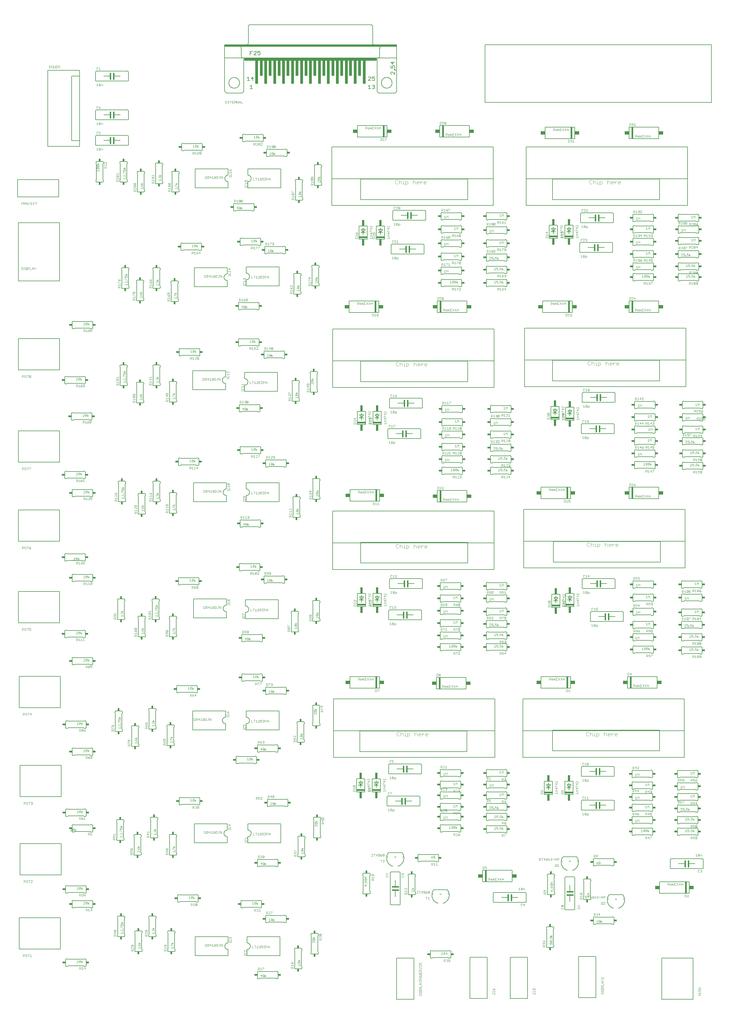
<source format=gto>
G75*
%MOIN*%
%OFA0B0*%
%FSLAX25Y25*%
%IPPOS*%
%LPD*%
%AMOC8*
5,1,8,0,0,1.08239X$1,22.5*
%
%ADD10C,0.00600*%
%ADD11C,0.01600*%
%ADD12C,0.00300*%
%ADD13R,0.03400X0.02400*%
%ADD14C,0.00500*%
%ADD15C,0.00200*%
%ADD16R,0.02400X0.03400*%
%ADD17R,1.60000X0.03000*%
%ADD18R,2.09000X0.02000*%
%ADD19R,0.03200X0.28500*%
%ADD20R,0.03200X0.18500*%
%ADD21C,0.00800*%
%ADD22R,0.02000X0.14000*%
%ADD23R,0.05400X0.04200*%
%ADD24R,0.10000X0.02000*%
%ADD25R,0.03000X0.07500*%
%ADD26C,0.00400*%
D10*
X0059450Y0042450D02*
X0059450Y0049450D01*
X0059452Y0049510D01*
X0059457Y0049571D01*
X0059466Y0049630D01*
X0059479Y0049689D01*
X0059495Y0049748D01*
X0059515Y0049805D01*
X0059538Y0049860D01*
X0059565Y0049915D01*
X0059594Y0049967D01*
X0059627Y0050018D01*
X0059663Y0050067D01*
X0059701Y0050113D01*
X0059743Y0050157D01*
X0059787Y0050199D01*
X0059833Y0050237D01*
X0059882Y0050273D01*
X0059933Y0050306D01*
X0059985Y0050335D01*
X0060040Y0050362D01*
X0060095Y0050385D01*
X0060152Y0050405D01*
X0060211Y0050421D01*
X0060270Y0050434D01*
X0060329Y0050443D01*
X0060390Y0050448D01*
X0060450Y0050450D01*
X0061950Y0050450D01*
X0062450Y0049950D01*
X0081450Y0049950D01*
X0081950Y0050450D01*
X0083450Y0050450D01*
X0083510Y0050448D01*
X0083571Y0050443D01*
X0083630Y0050434D01*
X0083689Y0050421D01*
X0083748Y0050405D01*
X0083805Y0050385D01*
X0083860Y0050362D01*
X0083915Y0050335D01*
X0083967Y0050306D01*
X0084018Y0050273D01*
X0084067Y0050237D01*
X0084113Y0050199D01*
X0084157Y0050157D01*
X0084199Y0050113D01*
X0084237Y0050067D01*
X0084273Y0050018D01*
X0084306Y0049967D01*
X0084335Y0049915D01*
X0084362Y0049860D01*
X0084385Y0049805D01*
X0084405Y0049748D01*
X0084421Y0049689D01*
X0084434Y0049630D01*
X0084443Y0049571D01*
X0084448Y0049510D01*
X0084450Y0049450D01*
X0084450Y0042450D01*
X0084448Y0042390D01*
X0084443Y0042329D01*
X0084434Y0042270D01*
X0084421Y0042211D01*
X0084405Y0042152D01*
X0084385Y0042095D01*
X0084362Y0042040D01*
X0084335Y0041985D01*
X0084306Y0041933D01*
X0084273Y0041882D01*
X0084237Y0041833D01*
X0084199Y0041787D01*
X0084157Y0041743D01*
X0084113Y0041701D01*
X0084067Y0041663D01*
X0084018Y0041627D01*
X0083967Y0041594D01*
X0083915Y0041565D01*
X0083860Y0041538D01*
X0083805Y0041515D01*
X0083748Y0041495D01*
X0083689Y0041479D01*
X0083630Y0041466D01*
X0083571Y0041457D01*
X0083510Y0041452D01*
X0083450Y0041450D01*
X0081950Y0041450D01*
X0081450Y0041950D01*
X0062450Y0041950D01*
X0061950Y0041450D01*
X0060450Y0041450D01*
X0060390Y0041452D01*
X0060329Y0041457D01*
X0060270Y0041466D01*
X0060211Y0041479D01*
X0060152Y0041495D01*
X0060095Y0041515D01*
X0060040Y0041538D01*
X0059985Y0041565D01*
X0059933Y0041594D01*
X0059882Y0041627D01*
X0059833Y0041663D01*
X0059787Y0041701D01*
X0059743Y0041743D01*
X0059701Y0041787D01*
X0059663Y0041833D01*
X0059627Y0041882D01*
X0059594Y0041933D01*
X0059565Y0041985D01*
X0059538Y0042040D01*
X0059515Y0042095D01*
X0059495Y0042152D01*
X0059479Y0042211D01*
X0059466Y0042270D01*
X0059457Y0042329D01*
X0059452Y0042390D01*
X0059450Y0042450D01*
X0068450Y0112450D02*
X0069950Y0112450D01*
X0070450Y0112950D01*
X0089450Y0112950D01*
X0089950Y0112450D01*
X0091450Y0112450D01*
X0091510Y0112452D01*
X0091571Y0112457D01*
X0091630Y0112466D01*
X0091689Y0112479D01*
X0091748Y0112495D01*
X0091805Y0112515D01*
X0091860Y0112538D01*
X0091915Y0112565D01*
X0091967Y0112594D01*
X0092018Y0112627D01*
X0092067Y0112663D01*
X0092113Y0112701D01*
X0092157Y0112743D01*
X0092199Y0112787D01*
X0092237Y0112833D01*
X0092273Y0112882D01*
X0092306Y0112933D01*
X0092335Y0112985D01*
X0092362Y0113040D01*
X0092385Y0113095D01*
X0092405Y0113152D01*
X0092421Y0113211D01*
X0092434Y0113270D01*
X0092443Y0113329D01*
X0092448Y0113390D01*
X0092450Y0113450D01*
X0092450Y0120450D01*
X0092448Y0120510D01*
X0092443Y0120571D01*
X0092434Y0120630D01*
X0092421Y0120689D01*
X0092405Y0120748D01*
X0092385Y0120805D01*
X0092362Y0120860D01*
X0092335Y0120915D01*
X0092306Y0120967D01*
X0092273Y0121018D01*
X0092237Y0121067D01*
X0092199Y0121113D01*
X0092157Y0121157D01*
X0092113Y0121199D01*
X0092067Y0121237D01*
X0092018Y0121273D01*
X0091967Y0121306D01*
X0091915Y0121335D01*
X0091860Y0121362D01*
X0091805Y0121385D01*
X0091748Y0121405D01*
X0091689Y0121421D01*
X0091630Y0121434D01*
X0091571Y0121443D01*
X0091510Y0121448D01*
X0091450Y0121450D01*
X0089950Y0121450D01*
X0089450Y0120950D01*
X0070450Y0120950D01*
X0069950Y0121450D01*
X0068450Y0121450D01*
X0068390Y0121448D01*
X0068329Y0121443D01*
X0068270Y0121434D01*
X0068211Y0121421D01*
X0068152Y0121405D01*
X0068095Y0121385D01*
X0068040Y0121362D01*
X0067985Y0121335D01*
X0067933Y0121306D01*
X0067882Y0121273D01*
X0067833Y0121237D01*
X0067787Y0121199D01*
X0067743Y0121157D01*
X0067701Y0121113D01*
X0067663Y0121067D01*
X0067627Y0121018D01*
X0067594Y0120967D01*
X0067565Y0120915D01*
X0067538Y0120860D01*
X0067515Y0120805D01*
X0067495Y0120748D01*
X0067479Y0120689D01*
X0067466Y0120630D01*
X0067457Y0120571D01*
X0067452Y0120510D01*
X0067450Y0120450D01*
X0067450Y0113450D01*
X0067452Y0113390D01*
X0067457Y0113329D01*
X0067466Y0113270D01*
X0067479Y0113211D01*
X0067495Y0113152D01*
X0067515Y0113095D01*
X0067538Y0113040D01*
X0067565Y0112985D01*
X0067594Y0112933D01*
X0067627Y0112882D01*
X0067663Y0112833D01*
X0067701Y0112787D01*
X0067743Y0112743D01*
X0067787Y0112701D01*
X0067833Y0112663D01*
X0067882Y0112627D01*
X0067933Y0112594D01*
X0067985Y0112565D01*
X0068040Y0112538D01*
X0068095Y0112515D01*
X0068152Y0112495D01*
X0068211Y0112479D01*
X0068270Y0112466D01*
X0068329Y0112457D01*
X0068390Y0112452D01*
X0068450Y0112450D01*
X0061950Y0130450D02*
X0060450Y0130450D01*
X0060390Y0130452D01*
X0060329Y0130457D01*
X0060270Y0130466D01*
X0060211Y0130479D01*
X0060152Y0130495D01*
X0060095Y0130515D01*
X0060040Y0130538D01*
X0059985Y0130565D01*
X0059933Y0130594D01*
X0059882Y0130627D01*
X0059833Y0130663D01*
X0059787Y0130701D01*
X0059743Y0130743D01*
X0059701Y0130787D01*
X0059663Y0130833D01*
X0059627Y0130882D01*
X0059594Y0130933D01*
X0059565Y0130985D01*
X0059538Y0131040D01*
X0059515Y0131095D01*
X0059495Y0131152D01*
X0059479Y0131211D01*
X0059466Y0131270D01*
X0059457Y0131329D01*
X0059452Y0131390D01*
X0059450Y0131450D01*
X0059450Y0138450D01*
X0059452Y0138510D01*
X0059457Y0138571D01*
X0059466Y0138630D01*
X0059479Y0138689D01*
X0059495Y0138748D01*
X0059515Y0138805D01*
X0059538Y0138860D01*
X0059565Y0138915D01*
X0059594Y0138967D01*
X0059627Y0139018D01*
X0059663Y0139067D01*
X0059701Y0139113D01*
X0059743Y0139157D01*
X0059787Y0139199D01*
X0059833Y0139237D01*
X0059882Y0139273D01*
X0059933Y0139306D01*
X0059985Y0139335D01*
X0060040Y0139362D01*
X0060095Y0139385D01*
X0060152Y0139405D01*
X0060211Y0139421D01*
X0060270Y0139434D01*
X0060329Y0139443D01*
X0060390Y0139448D01*
X0060450Y0139450D01*
X0061950Y0139450D01*
X0062450Y0138950D01*
X0081450Y0138950D01*
X0081950Y0139450D01*
X0083450Y0139450D01*
X0083510Y0139448D01*
X0083571Y0139443D01*
X0083630Y0139434D01*
X0083689Y0139421D01*
X0083748Y0139405D01*
X0083805Y0139385D01*
X0083860Y0139362D01*
X0083915Y0139335D01*
X0083967Y0139306D01*
X0084018Y0139273D01*
X0084067Y0139237D01*
X0084113Y0139199D01*
X0084157Y0139157D01*
X0084199Y0139113D01*
X0084237Y0139067D01*
X0084273Y0139018D01*
X0084306Y0138967D01*
X0084335Y0138915D01*
X0084362Y0138860D01*
X0084385Y0138805D01*
X0084405Y0138748D01*
X0084421Y0138689D01*
X0084434Y0138630D01*
X0084443Y0138571D01*
X0084448Y0138510D01*
X0084450Y0138450D01*
X0084450Y0131450D01*
X0084448Y0131390D01*
X0084443Y0131329D01*
X0084434Y0131270D01*
X0084421Y0131211D01*
X0084405Y0131152D01*
X0084385Y0131095D01*
X0084362Y0131040D01*
X0084335Y0130985D01*
X0084306Y0130933D01*
X0084273Y0130882D01*
X0084237Y0130833D01*
X0084199Y0130787D01*
X0084157Y0130743D01*
X0084113Y0130701D01*
X0084067Y0130663D01*
X0084018Y0130627D01*
X0083967Y0130594D01*
X0083915Y0130565D01*
X0083860Y0130538D01*
X0083805Y0130515D01*
X0083748Y0130495D01*
X0083689Y0130479D01*
X0083630Y0130466D01*
X0083571Y0130457D01*
X0083510Y0130452D01*
X0083450Y0130450D01*
X0081950Y0130450D01*
X0081450Y0130950D01*
X0062450Y0130950D01*
X0061950Y0130450D01*
X0068450Y0204450D02*
X0069950Y0204450D01*
X0070450Y0204950D01*
X0089450Y0204950D01*
X0089950Y0204450D01*
X0091450Y0204450D01*
X0091510Y0204452D01*
X0091571Y0204457D01*
X0091630Y0204466D01*
X0091689Y0204479D01*
X0091748Y0204495D01*
X0091805Y0204515D01*
X0091860Y0204538D01*
X0091915Y0204565D01*
X0091967Y0204594D01*
X0092018Y0204627D01*
X0092067Y0204663D01*
X0092113Y0204701D01*
X0092157Y0204743D01*
X0092199Y0204787D01*
X0092237Y0204833D01*
X0092273Y0204882D01*
X0092306Y0204933D01*
X0092335Y0204985D01*
X0092362Y0205040D01*
X0092385Y0205095D01*
X0092405Y0205152D01*
X0092421Y0205211D01*
X0092434Y0205270D01*
X0092443Y0205329D01*
X0092448Y0205390D01*
X0092450Y0205450D01*
X0092450Y0212450D01*
X0092448Y0212510D01*
X0092443Y0212571D01*
X0092434Y0212630D01*
X0092421Y0212689D01*
X0092405Y0212748D01*
X0092385Y0212805D01*
X0092362Y0212860D01*
X0092335Y0212915D01*
X0092306Y0212967D01*
X0092273Y0213018D01*
X0092237Y0213067D01*
X0092199Y0213113D01*
X0092157Y0213157D01*
X0092113Y0213199D01*
X0092067Y0213237D01*
X0092018Y0213273D01*
X0091967Y0213306D01*
X0091915Y0213335D01*
X0091860Y0213362D01*
X0091805Y0213385D01*
X0091748Y0213405D01*
X0091689Y0213421D01*
X0091630Y0213434D01*
X0091571Y0213443D01*
X0091510Y0213448D01*
X0091450Y0213450D01*
X0089950Y0213450D01*
X0089450Y0212950D01*
X0070450Y0212950D01*
X0069950Y0213450D01*
X0068450Y0213450D01*
X0068390Y0213448D01*
X0068329Y0213443D01*
X0068270Y0213434D01*
X0068211Y0213421D01*
X0068152Y0213405D01*
X0068095Y0213385D01*
X0068040Y0213362D01*
X0067985Y0213335D01*
X0067933Y0213306D01*
X0067882Y0213273D01*
X0067833Y0213237D01*
X0067787Y0213199D01*
X0067743Y0213157D01*
X0067701Y0213113D01*
X0067663Y0213067D01*
X0067627Y0213018D01*
X0067594Y0212967D01*
X0067565Y0212915D01*
X0067538Y0212860D01*
X0067515Y0212805D01*
X0067495Y0212748D01*
X0067479Y0212689D01*
X0067466Y0212630D01*
X0067457Y0212571D01*
X0067452Y0212510D01*
X0067450Y0212450D01*
X0067450Y0205450D01*
X0067452Y0205390D01*
X0067457Y0205329D01*
X0067466Y0205270D01*
X0067479Y0205211D01*
X0067495Y0205152D01*
X0067515Y0205095D01*
X0067538Y0205040D01*
X0067565Y0204985D01*
X0067594Y0204933D01*
X0067627Y0204882D01*
X0067663Y0204833D01*
X0067701Y0204787D01*
X0067743Y0204743D01*
X0067787Y0204701D01*
X0067833Y0204663D01*
X0067882Y0204627D01*
X0067933Y0204594D01*
X0067985Y0204565D01*
X0068040Y0204538D01*
X0068095Y0204515D01*
X0068152Y0204495D01*
X0068211Y0204479D01*
X0068270Y0204466D01*
X0068329Y0204457D01*
X0068390Y0204452D01*
X0068450Y0204450D01*
X0061950Y0223450D02*
X0060450Y0223450D01*
X0060390Y0223452D01*
X0060329Y0223457D01*
X0060270Y0223466D01*
X0060211Y0223479D01*
X0060152Y0223495D01*
X0060095Y0223515D01*
X0060040Y0223538D01*
X0059985Y0223565D01*
X0059933Y0223594D01*
X0059882Y0223627D01*
X0059833Y0223663D01*
X0059787Y0223701D01*
X0059743Y0223743D01*
X0059701Y0223787D01*
X0059663Y0223833D01*
X0059627Y0223882D01*
X0059594Y0223933D01*
X0059565Y0223985D01*
X0059538Y0224040D01*
X0059515Y0224095D01*
X0059495Y0224152D01*
X0059479Y0224211D01*
X0059466Y0224270D01*
X0059457Y0224329D01*
X0059452Y0224390D01*
X0059450Y0224450D01*
X0059450Y0231450D01*
X0059452Y0231510D01*
X0059457Y0231571D01*
X0059466Y0231630D01*
X0059479Y0231689D01*
X0059495Y0231748D01*
X0059515Y0231805D01*
X0059538Y0231860D01*
X0059565Y0231915D01*
X0059594Y0231967D01*
X0059627Y0232018D01*
X0059663Y0232067D01*
X0059701Y0232113D01*
X0059743Y0232157D01*
X0059787Y0232199D01*
X0059833Y0232237D01*
X0059882Y0232273D01*
X0059933Y0232306D01*
X0059985Y0232335D01*
X0060040Y0232362D01*
X0060095Y0232385D01*
X0060152Y0232405D01*
X0060211Y0232421D01*
X0060270Y0232434D01*
X0060329Y0232443D01*
X0060390Y0232448D01*
X0060450Y0232450D01*
X0061950Y0232450D01*
X0062450Y0231950D01*
X0081450Y0231950D01*
X0081950Y0232450D01*
X0083450Y0232450D01*
X0083510Y0232448D01*
X0083571Y0232443D01*
X0083630Y0232434D01*
X0083689Y0232421D01*
X0083748Y0232405D01*
X0083805Y0232385D01*
X0083860Y0232362D01*
X0083915Y0232335D01*
X0083967Y0232306D01*
X0084018Y0232273D01*
X0084067Y0232237D01*
X0084113Y0232199D01*
X0084157Y0232157D01*
X0084199Y0232113D01*
X0084237Y0232067D01*
X0084273Y0232018D01*
X0084306Y0231967D01*
X0084335Y0231915D01*
X0084362Y0231860D01*
X0084385Y0231805D01*
X0084405Y0231748D01*
X0084421Y0231689D01*
X0084434Y0231630D01*
X0084443Y0231571D01*
X0084448Y0231510D01*
X0084450Y0231450D01*
X0084450Y0224450D01*
X0084448Y0224390D01*
X0084443Y0224329D01*
X0084434Y0224270D01*
X0084421Y0224211D01*
X0084405Y0224152D01*
X0084385Y0224095D01*
X0084362Y0224040D01*
X0084335Y0223985D01*
X0084306Y0223933D01*
X0084273Y0223882D01*
X0084237Y0223833D01*
X0084199Y0223787D01*
X0084157Y0223743D01*
X0084113Y0223701D01*
X0084067Y0223663D01*
X0084018Y0223627D01*
X0083967Y0223594D01*
X0083915Y0223565D01*
X0083860Y0223538D01*
X0083805Y0223515D01*
X0083748Y0223495D01*
X0083689Y0223479D01*
X0083630Y0223466D01*
X0083571Y0223457D01*
X0083510Y0223452D01*
X0083450Y0223450D01*
X0081950Y0223450D01*
X0081450Y0223950D01*
X0062450Y0223950D01*
X0061950Y0223450D01*
X0121450Y0218450D02*
X0121450Y0216950D01*
X0121950Y0216450D01*
X0121950Y0197450D01*
X0121450Y0196950D01*
X0121450Y0195450D01*
X0121452Y0195390D01*
X0121457Y0195329D01*
X0121466Y0195270D01*
X0121479Y0195211D01*
X0121495Y0195152D01*
X0121515Y0195095D01*
X0121538Y0195040D01*
X0121565Y0194985D01*
X0121594Y0194933D01*
X0121627Y0194882D01*
X0121663Y0194833D01*
X0121701Y0194787D01*
X0121743Y0194743D01*
X0121787Y0194701D01*
X0121833Y0194663D01*
X0121882Y0194627D01*
X0121933Y0194594D01*
X0121985Y0194565D01*
X0122040Y0194538D01*
X0122095Y0194515D01*
X0122152Y0194495D01*
X0122211Y0194479D01*
X0122270Y0194466D01*
X0122329Y0194457D01*
X0122390Y0194452D01*
X0122450Y0194450D01*
X0129450Y0194450D01*
X0129510Y0194452D01*
X0129571Y0194457D01*
X0129630Y0194466D01*
X0129689Y0194479D01*
X0129748Y0194495D01*
X0129805Y0194515D01*
X0129860Y0194538D01*
X0129915Y0194565D01*
X0129967Y0194594D01*
X0130018Y0194627D01*
X0130067Y0194663D01*
X0130113Y0194701D01*
X0130157Y0194743D01*
X0130199Y0194787D01*
X0130237Y0194833D01*
X0130273Y0194882D01*
X0130306Y0194933D01*
X0130335Y0194985D01*
X0130362Y0195040D01*
X0130385Y0195095D01*
X0130405Y0195152D01*
X0130421Y0195211D01*
X0130434Y0195270D01*
X0130443Y0195329D01*
X0130448Y0195390D01*
X0130450Y0195450D01*
X0130450Y0196950D01*
X0129950Y0197450D01*
X0129950Y0216450D01*
X0130450Y0216950D01*
X0130450Y0218450D01*
X0130448Y0218510D01*
X0130443Y0218571D01*
X0130434Y0218630D01*
X0130421Y0218689D01*
X0130405Y0218748D01*
X0130385Y0218805D01*
X0130362Y0218860D01*
X0130335Y0218915D01*
X0130306Y0218967D01*
X0130273Y0219018D01*
X0130237Y0219067D01*
X0130199Y0219113D01*
X0130157Y0219157D01*
X0130113Y0219199D01*
X0130067Y0219237D01*
X0130018Y0219273D01*
X0129967Y0219306D01*
X0129915Y0219335D01*
X0129860Y0219362D01*
X0129805Y0219385D01*
X0129748Y0219405D01*
X0129689Y0219421D01*
X0129630Y0219434D01*
X0129571Y0219443D01*
X0129510Y0219448D01*
X0129450Y0219450D01*
X0122450Y0219450D01*
X0122390Y0219448D01*
X0122329Y0219443D01*
X0122270Y0219434D01*
X0122211Y0219421D01*
X0122152Y0219405D01*
X0122095Y0219385D01*
X0122040Y0219362D01*
X0121985Y0219335D01*
X0121933Y0219306D01*
X0121882Y0219273D01*
X0121833Y0219237D01*
X0121787Y0219199D01*
X0121743Y0219157D01*
X0121701Y0219113D01*
X0121663Y0219067D01*
X0121627Y0219018D01*
X0121594Y0218967D01*
X0121565Y0218915D01*
X0121538Y0218860D01*
X0121515Y0218805D01*
X0121495Y0218748D01*
X0121479Y0218689D01*
X0121466Y0218630D01*
X0121457Y0218571D01*
X0121452Y0218510D01*
X0121450Y0218450D01*
X0142450Y0200450D02*
X0142450Y0198950D01*
X0142950Y0198450D01*
X0142950Y0179450D01*
X0142450Y0178950D01*
X0142450Y0177450D01*
X0142452Y0177390D01*
X0142457Y0177329D01*
X0142466Y0177270D01*
X0142479Y0177211D01*
X0142495Y0177152D01*
X0142515Y0177095D01*
X0142538Y0177040D01*
X0142565Y0176985D01*
X0142594Y0176933D01*
X0142627Y0176882D01*
X0142663Y0176833D01*
X0142701Y0176787D01*
X0142743Y0176743D01*
X0142787Y0176701D01*
X0142833Y0176663D01*
X0142882Y0176627D01*
X0142933Y0176594D01*
X0142985Y0176565D01*
X0143040Y0176538D01*
X0143095Y0176515D01*
X0143152Y0176495D01*
X0143211Y0176479D01*
X0143270Y0176466D01*
X0143329Y0176457D01*
X0143390Y0176452D01*
X0143450Y0176450D01*
X0150450Y0176450D01*
X0150510Y0176452D01*
X0150571Y0176457D01*
X0150630Y0176466D01*
X0150689Y0176479D01*
X0150748Y0176495D01*
X0150805Y0176515D01*
X0150860Y0176538D01*
X0150915Y0176565D01*
X0150967Y0176594D01*
X0151018Y0176627D01*
X0151067Y0176663D01*
X0151113Y0176701D01*
X0151157Y0176743D01*
X0151199Y0176787D01*
X0151237Y0176833D01*
X0151273Y0176882D01*
X0151306Y0176933D01*
X0151335Y0176985D01*
X0151362Y0177040D01*
X0151385Y0177095D01*
X0151405Y0177152D01*
X0151421Y0177211D01*
X0151434Y0177270D01*
X0151443Y0177329D01*
X0151448Y0177390D01*
X0151450Y0177450D01*
X0151450Y0178950D01*
X0150950Y0179450D01*
X0150950Y0198450D01*
X0151450Y0198950D01*
X0151450Y0200450D01*
X0151448Y0200510D01*
X0151443Y0200571D01*
X0151434Y0200630D01*
X0151421Y0200689D01*
X0151405Y0200748D01*
X0151385Y0200805D01*
X0151362Y0200860D01*
X0151335Y0200915D01*
X0151306Y0200967D01*
X0151273Y0201018D01*
X0151237Y0201067D01*
X0151199Y0201113D01*
X0151157Y0201157D01*
X0151113Y0201199D01*
X0151067Y0201237D01*
X0151018Y0201273D01*
X0150967Y0201306D01*
X0150915Y0201335D01*
X0150860Y0201362D01*
X0150805Y0201385D01*
X0150748Y0201405D01*
X0150689Y0201421D01*
X0150630Y0201434D01*
X0150571Y0201443D01*
X0150510Y0201448D01*
X0150450Y0201450D01*
X0143450Y0201450D01*
X0143390Y0201448D01*
X0143329Y0201443D01*
X0143270Y0201434D01*
X0143211Y0201421D01*
X0143152Y0201405D01*
X0143095Y0201385D01*
X0143040Y0201362D01*
X0142985Y0201335D01*
X0142933Y0201306D01*
X0142882Y0201273D01*
X0142833Y0201237D01*
X0142787Y0201199D01*
X0142743Y0201157D01*
X0142701Y0201113D01*
X0142663Y0201067D01*
X0142627Y0201018D01*
X0142594Y0200967D01*
X0142565Y0200915D01*
X0142538Y0200860D01*
X0142515Y0200805D01*
X0142495Y0200748D01*
X0142479Y0200689D01*
X0142466Y0200630D01*
X0142457Y0200571D01*
X0142452Y0200510D01*
X0142450Y0200450D01*
X0162450Y0199950D02*
X0162950Y0200450D01*
X0162950Y0219450D01*
X0162450Y0219950D01*
X0162450Y0221450D01*
X0162452Y0221510D01*
X0162457Y0221571D01*
X0162466Y0221630D01*
X0162479Y0221689D01*
X0162495Y0221748D01*
X0162515Y0221805D01*
X0162538Y0221860D01*
X0162565Y0221915D01*
X0162594Y0221967D01*
X0162627Y0222018D01*
X0162663Y0222067D01*
X0162701Y0222113D01*
X0162743Y0222157D01*
X0162787Y0222199D01*
X0162833Y0222237D01*
X0162882Y0222273D01*
X0162933Y0222306D01*
X0162985Y0222335D01*
X0163040Y0222362D01*
X0163095Y0222385D01*
X0163152Y0222405D01*
X0163211Y0222421D01*
X0163270Y0222434D01*
X0163329Y0222443D01*
X0163390Y0222448D01*
X0163450Y0222450D01*
X0170450Y0222450D01*
X0170510Y0222448D01*
X0170571Y0222443D01*
X0170630Y0222434D01*
X0170689Y0222421D01*
X0170748Y0222405D01*
X0170805Y0222385D01*
X0170860Y0222362D01*
X0170915Y0222335D01*
X0170967Y0222306D01*
X0171018Y0222273D01*
X0171067Y0222237D01*
X0171113Y0222199D01*
X0171157Y0222157D01*
X0171199Y0222113D01*
X0171237Y0222067D01*
X0171273Y0222018D01*
X0171306Y0221967D01*
X0171335Y0221915D01*
X0171362Y0221860D01*
X0171385Y0221805D01*
X0171405Y0221748D01*
X0171421Y0221689D01*
X0171434Y0221630D01*
X0171443Y0221571D01*
X0171448Y0221510D01*
X0171450Y0221450D01*
X0171450Y0219950D01*
X0170950Y0219450D01*
X0170950Y0200450D01*
X0171450Y0199950D01*
X0171450Y0198450D01*
X0171448Y0198390D01*
X0171443Y0198329D01*
X0171434Y0198270D01*
X0171421Y0198211D01*
X0171405Y0198152D01*
X0171385Y0198095D01*
X0171362Y0198040D01*
X0171335Y0197985D01*
X0171306Y0197933D01*
X0171273Y0197882D01*
X0171237Y0197833D01*
X0171199Y0197787D01*
X0171157Y0197743D01*
X0171113Y0197701D01*
X0171067Y0197663D01*
X0171018Y0197627D01*
X0170967Y0197594D01*
X0170915Y0197565D01*
X0170860Y0197538D01*
X0170805Y0197515D01*
X0170748Y0197495D01*
X0170689Y0197479D01*
X0170630Y0197466D01*
X0170571Y0197457D01*
X0170510Y0197452D01*
X0170450Y0197450D01*
X0163450Y0197450D01*
X0163390Y0197452D01*
X0163329Y0197457D01*
X0163270Y0197466D01*
X0163211Y0197479D01*
X0163152Y0197495D01*
X0163095Y0197515D01*
X0163040Y0197538D01*
X0162985Y0197565D01*
X0162933Y0197594D01*
X0162882Y0197627D01*
X0162833Y0197663D01*
X0162787Y0197701D01*
X0162743Y0197743D01*
X0162701Y0197787D01*
X0162663Y0197833D01*
X0162627Y0197882D01*
X0162594Y0197933D01*
X0162565Y0197985D01*
X0162538Y0198040D01*
X0162515Y0198095D01*
X0162495Y0198152D01*
X0162479Y0198211D01*
X0162466Y0198270D01*
X0162457Y0198329D01*
X0162452Y0198390D01*
X0162450Y0198450D01*
X0162450Y0199950D01*
X0185450Y0200450D02*
X0185450Y0198950D01*
X0185950Y0198450D01*
X0185950Y0179450D01*
X0185450Y0178950D01*
X0185450Y0177450D01*
X0185452Y0177390D01*
X0185457Y0177329D01*
X0185466Y0177270D01*
X0185479Y0177211D01*
X0185495Y0177152D01*
X0185515Y0177095D01*
X0185538Y0177040D01*
X0185565Y0176985D01*
X0185594Y0176933D01*
X0185627Y0176882D01*
X0185663Y0176833D01*
X0185701Y0176787D01*
X0185743Y0176743D01*
X0185787Y0176701D01*
X0185833Y0176663D01*
X0185882Y0176627D01*
X0185933Y0176594D01*
X0185985Y0176565D01*
X0186040Y0176538D01*
X0186095Y0176515D01*
X0186152Y0176495D01*
X0186211Y0176479D01*
X0186270Y0176466D01*
X0186329Y0176457D01*
X0186390Y0176452D01*
X0186450Y0176450D01*
X0193450Y0176450D01*
X0193510Y0176452D01*
X0193571Y0176457D01*
X0193630Y0176466D01*
X0193689Y0176479D01*
X0193748Y0176495D01*
X0193805Y0176515D01*
X0193860Y0176538D01*
X0193915Y0176565D01*
X0193967Y0176594D01*
X0194018Y0176627D01*
X0194067Y0176663D01*
X0194113Y0176701D01*
X0194157Y0176743D01*
X0194199Y0176787D01*
X0194237Y0176833D01*
X0194273Y0176882D01*
X0194306Y0176933D01*
X0194335Y0176985D01*
X0194362Y0177040D01*
X0194385Y0177095D01*
X0194405Y0177152D01*
X0194421Y0177211D01*
X0194434Y0177270D01*
X0194443Y0177329D01*
X0194448Y0177390D01*
X0194450Y0177450D01*
X0194450Y0178950D01*
X0193950Y0179450D01*
X0193950Y0198450D01*
X0194450Y0198950D01*
X0194450Y0200450D01*
X0194448Y0200510D01*
X0194443Y0200571D01*
X0194434Y0200630D01*
X0194421Y0200689D01*
X0194405Y0200748D01*
X0194385Y0200805D01*
X0194362Y0200860D01*
X0194335Y0200915D01*
X0194306Y0200967D01*
X0194273Y0201018D01*
X0194237Y0201067D01*
X0194199Y0201113D01*
X0194157Y0201157D01*
X0194113Y0201199D01*
X0194067Y0201237D01*
X0194018Y0201273D01*
X0193967Y0201306D01*
X0193915Y0201335D01*
X0193860Y0201362D01*
X0193805Y0201385D01*
X0193748Y0201405D01*
X0193689Y0201421D01*
X0193630Y0201434D01*
X0193571Y0201443D01*
X0193510Y0201448D01*
X0193450Y0201450D01*
X0186450Y0201450D01*
X0186390Y0201448D01*
X0186329Y0201443D01*
X0186270Y0201434D01*
X0186211Y0201421D01*
X0186152Y0201405D01*
X0186095Y0201385D01*
X0186040Y0201362D01*
X0185985Y0201335D01*
X0185933Y0201306D01*
X0185882Y0201273D01*
X0185833Y0201237D01*
X0185787Y0201199D01*
X0185743Y0201157D01*
X0185701Y0201113D01*
X0185663Y0201067D01*
X0185627Y0201018D01*
X0185594Y0200967D01*
X0185565Y0200915D01*
X0185538Y0200860D01*
X0185515Y0200805D01*
X0185495Y0200748D01*
X0185479Y0200689D01*
X0185466Y0200630D01*
X0185457Y0200571D01*
X0185452Y0200510D01*
X0185450Y0200450D01*
X0215950Y0191450D02*
X0215950Y0214450D01*
X0255950Y0214450D01*
X0255950Y0206950D01*
X0255824Y0206948D01*
X0255699Y0206942D01*
X0255574Y0206932D01*
X0255449Y0206918D01*
X0255324Y0206901D01*
X0255200Y0206879D01*
X0255077Y0206854D01*
X0254955Y0206824D01*
X0254834Y0206791D01*
X0254714Y0206754D01*
X0254595Y0206714D01*
X0254478Y0206669D01*
X0254361Y0206621D01*
X0254247Y0206569D01*
X0254134Y0206514D01*
X0254023Y0206455D01*
X0253914Y0206393D01*
X0253807Y0206327D01*
X0253702Y0206258D01*
X0253599Y0206186D01*
X0253498Y0206111D01*
X0253400Y0206032D01*
X0253305Y0205950D01*
X0253212Y0205866D01*
X0253122Y0205778D01*
X0253034Y0205688D01*
X0252950Y0205595D01*
X0252868Y0205500D01*
X0252789Y0205402D01*
X0252714Y0205301D01*
X0252642Y0205198D01*
X0252573Y0205093D01*
X0252507Y0204986D01*
X0252445Y0204877D01*
X0252386Y0204766D01*
X0252331Y0204653D01*
X0252279Y0204539D01*
X0252231Y0204422D01*
X0252186Y0204305D01*
X0252146Y0204186D01*
X0252109Y0204066D01*
X0252076Y0203945D01*
X0252046Y0203823D01*
X0252021Y0203700D01*
X0251999Y0203576D01*
X0251982Y0203451D01*
X0251968Y0203326D01*
X0251958Y0203201D01*
X0251952Y0203076D01*
X0251950Y0202950D01*
X0251952Y0202824D01*
X0251958Y0202699D01*
X0251968Y0202574D01*
X0251982Y0202449D01*
X0251999Y0202324D01*
X0252021Y0202200D01*
X0252046Y0202077D01*
X0252076Y0201955D01*
X0252109Y0201834D01*
X0252146Y0201714D01*
X0252186Y0201595D01*
X0252231Y0201478D01*
X0252279Y0201361D01*
X0252331Y0201247D01*
X0252386Y0201134D01*
X0252445Y0201023D01*
X0252507Y0200914D01*
X0252573Y0200807D01*
X0252642Y0200702D01*
X0252714Y0200599D01*
X0252789Y0200498D01*
X0252868Y0200400D01*
X0252950Y0200305D01*
X0253034Y0200212D01*
X0253122Y0200122D01*
X0253212Y0200034D01*
X0253305Y0199950D01*
X0253400Y0199868D01*
X0253498Y0199789D01*
X0253599Y0199714D01*
X0253702Y0199642D01*
X0253807Y0199573D01*
X0253914Y0199507D01*
X0254023Y0199445D01*
X0254134Y0199386D01*
X0254247Y0199331D01*
X0254361Y0199279D01*
X0254478Y0199231D01*
X0254595Y0199186D01*
X0254714Y0199146D01*
X0254834Y0199109D01*
X0254955Y0199076D01*
X0255077Y0199046D01*
X0255200Y0199021D01*
X0255324Y0198999D01*
X0255449Y0198982D01*
X0255574Y0198968D01*
X0255699Y0198958D01*
X0255824Y0198952D01*
X0255950Y0198950D01*
X0255950Y0191450D01*
X0215950Y0191450D01*
X0219950Y0237450D02*
X0219450Y0237950D01*
X0200450Y0237950D01*
X0199950Y0237450D01*
X0198450Y0237450D01*
X0198390Y0237452D01*
X0198329Y0237457D01*
X0198270Y0237466D01*
X0198211Y0237479D01*
X0198152Y0237495D01*
X0198095Y0237515D01*
X0198040Y0237538D01*
X0197985Y0237565D01*
X0197933Y0237594D01*
X0197882Y0237627D01*
X0197833Y0237663D01*
X0197787Y0237701D01*
X0197743Y0237743D01*
X0197701Y0237787D01*
X0197663Y0237833D01*
X0197627Y0237882D01*
X0197594Y0237933D01*
X0197565Y0237985D01*
X0197538Y0238040D01*
X0197515Y0238095D01*
X0197495Y0238152D01*
X0197479Y0238211D01*
X0197466Y0238270D01*
X0197457Y0238329D01*
X0197452Y0238390D01*
X0197450Y0238450D01*
X0197450Y0245450D01*
X0197452Y0245510D01*
X0197457Y0245571D01*
X0197466Y0245630D01*
X0197479Y0245689D01*
X0197495Y0245748D01*
X0197515Y0245805D01*
X0197538Y0245860D01*
X0197565Y0245915D01*
X0197594Y0245967D01*
X0197627Y0246018D01*
X0197663Y0246067D01*
X0197701Y0246113D01*
X0197743Y0246157D01*
X0197787Y0246199D01*
X0197833Y0246237D01*
X0197882Y0246273D01*
X0197933Y0246306D01*
X0197985Y0246335D01*
X0198040Y0246362D01*
X0198095Y0246385D01*
X0198152Y0246405D01*
X0198211Y0246421D01*
X0198270Y0246434D01*
X0198329Y0246443D01*
X0198390Y0246448D01*
X0198450Y0246450D01*
X0199950Y0246450D01*
X0200450Y0245950D01*
X0219450Y0245950D01*
X0219950Y0246450D01*
X0221450Y0246450D01*
X0221510Y0246448D01*
X0221571Y0246443D01*
X0221630Y0246434D01*
X0221689Y0246421D01*
X0221748Y0246405D01*
X0221805Y0246385D01*
X0221860Y0246362D01*
X0221915Y0246335D01*
X0221967Y0246306D01*
X0222018Y0246273D01*
X0222067Y0246237D01*
X0222113Y0246199D01*
X0222157Y0246157D01*
X0222199Y0246113D01*
X0222237Y0246067D01*
X0222273Y0246018D01*
X0222306Y0245967D01*
X0222335Y0245915D01*
X0222362Y0245860D01*
X0222385Y0245805D01*
X0222405Y0245748D01*
X0222421Y0245689D01*
X0222434Y0245630D01*
X0222443Y0245571D01*
X0222448Y0245510D01*
X0222450Y0245450D01*
X0222450Y0238450D01*
X0222448Y0238390D01*
X0222443Y0238329D01*
X0222434Y0238270D01*
X0222421Y0238211D01*
X0222405Y0238152D01*
X0222385Y0238095D01*
X0222362Y0238040D01*
X0222335Y0237985D01*
X0222306Y0237933D01*
X0222273Y0237882D01*
X0222237Y0237833D01*
X0222199Y0237787D01*
X0222157Y0237743D01*
X0222113Y0237701D01*
X0222067Y0237663D01*
X0222018Y0237627D01*
X0221967Y0237594D01*
X0221915Y0237565D01*
X0221860Y0237538D01*
X0221805Y0237515D01*
X0221748Y0237495D01*
X0221689Y0237479D01*
X0221630Y0237466D01*
X0221571Y0237457D01*
X0221510Y0237452D01*
X0221450Y0237450D01*
X0219950Y0237450D01*
X0267450Y0287450D02*
X0268950Y0287450D01*
X0269450Y0287950D01*
X0288450Y0287950D01*
X0288950Y0287450D01*
X0290450Y0287450D01*
X0290510Y0287452D01*
X0290571Y0287457D01*
X0290630Y0287466D01*
X0290689Y0287479D01*
X0290748Y0287495D01*
X0290805Y0287515D01*
X0290860Y0287538D01*
X0290915Y0287565D01*
X0290967Y0287594D01*
X0291018Y0287627D01*
X0291067Y0287663D01*
X0291113Y0287701D01*
X0291157Y0287743D01*
X0291199Y0287787D01*
X0291237Y0287833D01*
X0291273Y0287882D01*
X0291306Y0287933D01*
X0291335Y0287985D01*
X0291362Y0288040D01*
X0291385Y0288095D01*
X0291405Y0288152D01*
X0291421Y0288211D01*
X0291434Y0288270D01*
X0291443Y0288329D01*
X0291448Y0288390D01*
X0291450Y0288450D01*
X0291450Y0295450D01*
X0291448Y0295510D01*
X0291443Y0295571D01*
X0291434Y0295630D01*
X0291421Y0295689D01*
X0291405Y0295748D01*
X0291385Y0295805D01*
X0291362Y0295860D01*
X0291335Y0295915D01*
X0291306Y0295967D01*
X0291273Y0296018D01*
X0291237Y0296067D01*
X0291199Y0296113D01*
X0291157Y0296157D01*
X0291113Y0296199D01*
X0291067Y0296237D01*
X0291018Y0296273D01*
X0290967Y0296306D01*
X0290915Y0296335D01*
X0290860Y0296362D01*
X0290805Y0296385D01*
X0290748Y0296405D01*
X0290689Y0296421D01*
X0290630Y0296434D01*
X0290571Y0296443D01*
X0290510Y0296448D01*
X0290450Y0296450D01*
X0288950Y0296450D01*
X0288450Y0295950D01*
X0269450Y0295950D01*
X0268950Y0296450D01*
X0267450Y0296450D01*
X0267390Y0296448D01*
X0267329Y0296443D01*
X0267270Y0296434D01*
X0267211Y0296421D01*
X0267152Y0296405D01*
X0267095Y0296385D01*
X0267040Y0296362D01*
X0266985Y0296335D01*
X0266933Y0296306D01*
X0266882Y0296273D01*
X0266833Y0296237D01*
X0266787Y0296199D01*
X0266743Y0296157D01*
X0266701Y0296113D01*
X0266663Y0296067D01*
X0266627Y0296018D01*
X0266594Y0295967D01*
X0266565Y0295915D01*
X0266538Y0295860D01*
X0266515Y0295805D01*
X0266495Y0295748D01*
X0266479Y0295689D01*
X0266466Y0295630D01*
X0266457Y0295571D01*
X0266452Y0295510D01*
X0266450Y0295450D01*
X0266450Y0288450D01*
X0266452Y0288390D01*
X0266457Y0288329D01*
X0266466Y0288270D01*
X0266479Y0288211D01*
X0266495Y0288152D01*
X0266515Y0288095D01*
X0266538Y0288040D01*
X0266565Y0287985D01*
X0266594Y0287933D01*
X0266627Y0287882D01*
X0266663Y0287833D01*
X0266701Y0287787D01*
X0266743Y0287743D01*
X0266787Y0287701D01*
X0266833Y0287663D01*
X0266882Y0287627D01*
X0266933Y0287594D01*
X0266985Y0287565D01*
X0267040Y0287538D01*
X0267095Y0287515D01*
X0267152Y0287495D01*
X0267211Y0287479D01*
X0267270Y0287466D01*
X0267329Y0287457D01*
X0267390Y0287452D01*
X0267450Y0287450D01*
X0292450Y0302450D02*
X0292450Y0309450D01*
X0292452Y0309510D01*
X0292457Y0309571D01*
X0292466Y0309630D01*
X0292479Y0309689D01*
X0292495Y0309748D01*
X0292515Y0309805D01*
X0292538Y0309860D01*
X0292565Y0309915D01*
X0292594Y0309967D01*
X0292627Y0310018D01*
X0292663Y0310067D01*
X0292701Y0310113D01*
X0292743Y0310157D01*
X0292787Y0310199D01*
X0292833Y0310237D01*
X0292882Y0310273D01*
X0292933Y0310306D01*
X0292985Y0310335D01*
X0293040Y0310362D01*
X0293095Y0310385D01*
X0293152Y0310405D01*
X0293211Y0310421D01*
X0293270Y0310434D01*
X0293329Y0310443D01*
X0293390Y0310448D01*
X0293450Y0310450D01*
X0294950Y0310450D01*
X0295450Y0309950D01*
X0314450Y0309950D01*
X0314950Y0310450D01*
X0316450Y0310450D01*
X0316510Y0310448D01*
X0316571Y0310443D01*
X0316630Y0310434D01*
X0316689Y0310421D01*
X0316748Y0310405D01*
X0316805Y0310385D01*
X0316860Y0310362D01*
X0316915Y0310335D01*
X0316967Y0310306D01*
X0317018Y0310273D01*
X0317067Y0310237D01*
X0317113Y0310199D01*
X0317157Y0310157D01*
X0317199Y0310113D01*
X0317237Y0310067D01*
X0317273Y0310018D01*
X0317306Y0309967D01*
X0317335Y0309915D01*
X0317362Y0309860D01*
X0317385Y0309805D01*
X0317405Y0309748D01*
X0317421Y0309689D01*
X0317434Y0309630D01*
X0317443Y0309571D01*
X0317448Y0309510D01*
X0317450Y0309450D01*
X0317450Y0302450D01*
X0317448Y0302390D01*
X0317443Y0302329D01*
X0317434Y0302270D01*
X0317421Y0302211D01*
X0317405Y0302152D01*
X0317385Y0302095D01*
X0317362Y0302040D01*
X0317335Y0301985D01*
X0317306Y0301933D01*
X0317273Y0301882D01*
X0317237Y0301833D01*
X0317199Y0301787D01*
X0317157Y0301743D01*
X0317113Y0301701D01*
X0317067Y0301663D01*
X0317018Y0301627D01*
X0316967Y0301594D01*
X0316915Y0301565D01*
X0316860Y0301538D01*
X0316805Y0301515D01*
X0316748Y0301495D01*
X0316689Y0301479D01*
X0316630Y0301466D01*
X0316571Y0301457D01*
X0316510Y0301452D01*
X0316450Y0301450D01*
X0314950Y0301450D01*
X0314450Y0301950D01*
X0295450Y0301950D01*
X0294950Y0301450D01*
X0293450Y0301450D01*
X0293390Y0301452D01*
X0293329Y0301457D01*
X0293270Y0301466D01*
X0293211Y0301479D01*
X0293152Y0301495D01*
X0293095Y0301515D01*
X0293040Y0301538D01*
X0292985Y0301565D01*
X0292933Y0301594D01*
X0292882Y0301627D01*
X0292833Y0301663D01*
X0292787Y0301701D01*
X0292743Y0301743D01*
X0292701Y0301787D01*
X0292663Y0301833D01*
X0292627Y0301882D01*
X0292594Y0301933D01*
X0292565Y0301985D01*
X0292538Y0302040D01*
X0292515Y0302095D01*
X0292495Y0302152D01*
X0292479Y0302211D01*
X0292466Y0302270D01*
X0292457Y0302329D01*
X0292452Y0302390D01*
X0292450Y0302450D01*
X0278950Y0328450D02*
X0278950Y0335950D01*
X0279076Y0335952D01*
X0279201Y0335958D01*
X0279326Y0335968D01*
X0279451Y0335982D01*
X0279576Y0335999D01*
X0279700Y0336021D01*
X0279823Y0336046D01*
X0279945Y0336076D01*
X0280066Y0336109D01*
X0280186Y0336146D01*
X0280305Y0336186D01*
X0280422Y0336231D01*
X0280539Y0336279D01*
X0280653Y0336331D01*
X0280766Y0336386D01*
X0280877Y0336445D01*
X0280986Y0336507D01*
X0281093Y0336573D01*
X0281198Y0336642D01*
X0281301Y0336714D01*
X0281402Y0336789D01*
X0281500Y0336868D01*
X0281595Y0336950D01*
X0281688Y0337034D01*
X0281778Y0337122D01*
X0281866Y0337212D01*
X0281950Y0337305D01*
X0282032Y0337400D01*
X0282111Y0337498D01*
X0282186Y0337599D01*
X0282258Y0337702D01*
X0282327Y0337807D01*
X0282393Y0337914D01*
X0282455Y0338023D01*
X0282514Y0338134D01*
X0282569Y0338247D01*
X0282621Y0338361D01*
X0282669Y0338478D01*
X0282714Y0338595D01*
X0282754Y0338714D01*
X0282791Y0338834D01*
X0282824Y0338955D01*
X0282854Y0339077D01*
X0282879Y0339200D01*
X0282901Y0339324D01*
X0282918Y0339449D01*
X0282932Y0339574D01*
X0282942Y0339699D01*
X0282948Y0339824D01*
X0282950Y0339950D01*
X0282948Y0340076D01*
X0282942Y0340201D01*
X0282932Y0340326D01*
X0282918Y0340451D01*
X0282901Y0340576D01*
X0282879Y0340700D01*
X0282854Y0340823D01*
X0282824Y0340945D01*
X0282791Y0341066D01*
X0282754Y0341186D01*
X0282714Y0341305D01*
X0282669Y0341422D01*
X0282621Y0341539D01*
X0282569Y0341653D01*
X0282514Y0341766D01*
X0282455Y0341877D01*
X0282393Y0341986D01*
X0282327Y0342093D01*
X0282258Y0342198D01*
X0282186Y0342301D01*
X0282111Y0342402D01*
X0282032Y0342500D01*
X0281950Y0342595D01*
X0281866Y0342688D01*
X0281778Y0342778D01*
X0281688Y0342866D01*
X0281595Y0342950D01*
X0281500Y0343032D01*
X0281402Y0343111D01*
X0281301Y0343186D01*
X0281198Y0343258D01*
X0281093Y0343327D01*
X0280986Y0343393D01*
X0280877Y0343455D01*
X0280766Y0343514D01*
X0280653Y0343569D01*
X0280539Y0343621D01*
X0280422Y0343669D01*
X0280305Y0343714D01*
X0280186Y0343754D01*
X0280066Y0343791D01*
X0279945Y0343824D01*
X0279823Y0343854D01*
X0279700Y0343879D01*
X0279576Y0343901D01*
X0279451Y0343918D01*
X0279326Y0343932D01*
X0279201Y0343942D01*
X0279076Y0343948D01*
X0278950Y0343950D01*
X0278950Y0351450D01*
X0318950Y0351450D01*
X0318950Y0328450D01*
X0278950Y0328450D01*
X0253950Y0328450D02*
X0253950Y0335950D01*
X0253824Y0335952D01*
X0253699Y0335958D01*
X0253574Y0335968D01*
X0253449Y0335982D01*
X0253324Y0335999D01*
X0253200Y0336021D01*
X0253077Y0336046D01*
X0252955Y0336076D01*
X0252834Y0336109D01*
X0252714Y0336146D01*
X0252595Y0336186D01*
X0252478Y0336231D01*
X0252361Y0336279D01*
X0252247Y0336331D01*
X0252134Y0336386D01*
X0252023Y0336445D01*
X0251914Y0336507D01*
X0251807Y0336573D01*
X0251702Y0336642D01*
X0251599Y0336714D01*
X0251498Y0336789D01*
X0251400Y0336868D01*
X0251305Y0336950D01*
X0251212Y0337034D01*
X0251122Y0337122D01*
X0251034Y0337212D01*
X0250950Y0337305D01*
X0250868Y0337400D01*
X0250789Y0337498D01*
X0250714Y0337599D01*
X0250642Y0337702D01*
X0250573Y0337807D01*
X0250507Y0337914D01*
X0250445Y0338023D01*
X0250386Y0338134D01*
X0250331Y0338247D01*
X0250279Y0338361D01*
X0250231Y0338478D01*
X0250186Y0338595D01*
X0250146Y0338714D01*
X0250109Y0338834D01*
X0250076Y0338955D01*
X0250046Y0339077D01*
X0250021Y0339200D01*
X0249999Y0339324D01*
X0249982Y0339449D01*
X0249968Y0339574D01*
X0249958Y0339699D01*
X0249952Y0339824D01*
X0249950Y0339950D01*
X0249952Y0340076D01*
X0249958Y0340201D01*
X0249968Y0340326D01*
X0249982Y0340451D01*
X0249999Y0340576D01*
X0250021Y0340700D01*
X0250046Y0340823D01*
X0250076Y0340945D01*
X0250109Y0341066D01*
X0250146Y0341186D01*
X0250186Y0341305D01*
X0250231Y0341422D01*
X0250279Y0341539D01*
X0250331Y0341653D01*
X0250386Y0341766D01*
X0250445Y0341877D01*
X0250507Y0341986D01*
X0250573Y0342093D01*
X0250642Y0342198D01*
X0250714Y0342301D01*
X0250789Y0342402D01*
X0250868Y0342500D01*
X0250950Y0342595D01*
X0251034Y0342688D01*
X0251122Y0342778D01*
X0251212Y0342866D01*
X0251305Y0342950D01*
X0251400Y0343032D01*
X0251498Y0343111D01*
X0251599Y0343186D01*
X0251702Y0343258D01*
X0251807Y0343327D01*
X0251914Y0343393D01*
X0252023Y0343455D01*
X0252134Y0343514D01*
X0252247Y0343569D01*
X0252361Y0343621D01*
X0252478Y0343669D01*
X0252595Y0343714D01*
X0252714Y0343754D01*
X0252834Y0343791D01*
X0252955Y0343824D01*
X0253077Y0343854D01*
X0253200Y0343879D01*
X0253324Y0343901D01*
X0253449Y0343918D01*
X0253574Y0343932D01*
X0253699Y0343942D01*
X0253824Y0343948D01*
X0253950Y0343950D01*
X0253950Y0351450D01*
X0213950Y0351450D01*
X0213950Y0328450D01*
X0253950Y0328450D01*
X0218450Y0373450D02*
X0216950Y0373450D01*
X0216450Y0373950D01*
X0197450Y0373950D01*
X0196950Y0373450D01*
X0195450Y0373450D01*
X0195390Y0373452D01*
X0195329Y0373457D01*
X0195270Y0373466D01*
X0195211Y0373479D01*
X0195152Y0373495D01*
X0195095Y0373515D01*
X0195040Y0373538D01*
X0194985Y0373565D01*
X0194933Y0373594D01*
X0194882Y0373627D01*
X0194833Y0373663D01*
X0194787Y0373701D01*
X0194743Y0373743D01*
X0194701Y0373787D01*
X0194663Y0373833D01*
X0194627Y0373882D01*
X0194594Y0373933D01*
X0194565Y0373985D01*
X0194538Y0374040D01*
X0194515Y0374095D01*
X0194495Y0374152D01*
X0194479Y0374211D01*
X0194466Y0374270D01*
X0194457Y0374329D01*
X0194452Y0374390D01*
X0194450Y0374450D01*
X0194450Y0381450D01*
X0194452Y0381510D01*
X0194457Y0381571D01*
X0194466Y0381630D01*
X0194479Y0381689D01*
X0194495Y0381748D01*
X0194515Y0381805D01*
X0194538Y0381860D01*
X0194565Y0381915D01*
X0194594Y0381967D01*
X0194627Y0382018D01*
X0194663Y0382067D01*
X0194701Y0382113D01*
X0194743Y0382157D01*
X0194787Y0382199D01*
X0194833Y0382237D01*
X0194882Y0382273D01*
X0194933Y0382306D01*
X0194985Y0382335D01*
X0195040Y0382362D01*
X0195095Y0382385D01*
X0195152Y0382405D01*
X0195211Y0382421D01*
X0195270Y0382434D01*
X0195329Y0382443D01*
X0195390Y0382448D01*
X0195450Y0382450D01*
X0196950Y0382450D01*
X0197450Y0381950D01*
X0216450Y0381950D01*
X0216950Y0382450D01*
X0218450Y0382450D01*
X0218510Y0382448D01*
X0218571Y0382443D01*
X0218630Y0382434D01*
X0218689Y0382421D01*
X0218748Y0382405D01*
X0218805Y0382385D01*
X0218860Y0382362D01*
X0218915Y0382335D01*
X0218967Y0382306D01*
X0219018Y0382273D01*
X0219067Y0382237D01*
X0219113Y0382199D01*
X0219157Y0382157D01*
X0219199Y0382113D01*
X0219237Y0382067D01*
X0219273Y0382018D01*
X0219306Y0381967D01*
X0219335Y0381915D01*
X0219362Y0381860D01*
X0219385Y0381805D01*
X0219405Y0381748D01*
X0219421Y0381689D01*
X0219434Y0381630D01*
X0219443Y0381571D01*
X0219448Y0381510D01*
X0219450Y0381450D01*
X0219450Y0374450D01*
X0219448Y0374390D01*
X0219443Y0374329D01*
X0219434Y0374270D01*
X0219421Y0374211D01*
X0219405Y0374152D01*
X0219385Y0374095D01*
X0219362Y0374040D01*
X0219335Y0373985D01*
X0219306Y0373933D01*
X0219273Y0373882D01*
X0219237Y0373833D01*
X0219199Y0373787D01*
X0219157Y0373743D01*
X0219113Y0373701D01*
X0219067Y0373663D01*
X0219018Y0373627D01*
X0218967Y0373594D01*
X0218915Y0373565D01*
X0218860Y0373538D01*
X0218805Y0373515D01*
X0218748Y0373495D01*
X0218689Y0373479D01*
X0218630Y0373466D01*
X0218571Y0373457D01*
X0218510Y0373452D01*
X0218450Y0373450D01*
X0190450Y0334450D02*
X0183450Y0334450D01*
X0183390Y0334448D01*
X0183329Y0334443D01*
X0183270Y0334434D01*
X0183211Y0334421D01*
X0183152Y0334405D01*
X0183095Y0334385D01*
X0183040Y0334362D01*
X0182985Y0334335D01*
X0182933Y0334306D01*
X0182882Y0334273D01*
X0182833Y0334237D01*
X0182787Y0334199D01*
X0182743Y0334157D01*
X0182701Y0334113D01*
X0182663Y0334067D01*
X0182627Y0334018D01*
X0182594Y0333967D01*
X0182565Y0333915D01*
X0182538Y0333860D01*
X0182515Y0333805D01*
X0182495Y0333748D01*
X0182479Y0333689D01*
X0182466Y0333630D01*
X0182457Y0333571D01*
X0182452Y0333510D01*
X0182450Y0333450D01*
X0182450Y0331950D01*
X0182950Y0331450D01*
X0182950Y0312450D01*
X0182450Y0311950D01*
X0182450Y0310450D01*
X0182452Y0310390D01*
X0182457Y0310329D01*
X0182466Y0310270D01*
X0182479Y0310211D01*
X0182495Y0310152D01*
X0182515Y0310095D01*
X0182538Y0310040D01*
X0182565Y0309985D01*
X0182594Y0309933D01*
X0182627Y0309882D01*
X0182663Y0309833D01*
X0182701Y0309787D01*
X0182743Y0309743D01*
X0182787Y0309701D01*
X0182833Y0309663D01*
X0182882Y0309627D01*
X0182933Y0309594D01*
X0182985Y0309565D01*
X0183040Y0309538D01*
X0183095Y0309515D01*
X0183152Y0309495D01*
X0183211Y0309479D01*
X0183270Y0309466D01*
X0183329Y0309457D01*
X0183390Y0309452D01*
X0183450Y0309450D01*
X0190450Y0309450D01*
X0190510Y0309452D01*
X0190571Y0309457D01*
X0190630Y0309466D01*
X0190689Y0309479D01*
X0190748Y0309495D01*
X0190805Y0309515D01*
X0190860Y0309538D01*
X0190915Y0309565D01*
X0190967Y0309594D01*
X0191018Y0309627D01*
X0191067Y0309663D01*
X0191113Y0309701D01*
X0191157Y0309743D01*
X0191199Y0309787D01*
X0191237Y0309833D01*
X0191273Y0309882D01*
X0191306Y0309933D01*
X0191335Y0309985D01*
X0191362Y0310040D01*
X0191385Y0310095D01*
X0191405Y0310152D01*
X0191421Y0310211D01*
X0191434Y0310270D01*
X0191443Y0310329D01*
X0191448Y0310390D01*
X0191450Y0310450D01*
X0191450Y0311950D01*
X0190950Y0312450D01*
X0190950Y0331450D01*
X0191450Y0331950D01*
X0191450Y0333450D01*
X0191448Y0333510D01*
X0191443Y0333571D01*
X0191434Y0333630D01*
X0191421Y0333689D01*
X0191405Y0333748D01*
X0191385Y0333805D01*
X0191362Y0333860D01*
X0191335Y0333915D01*
X0191306Y0333967D01*
X0191273Y0334018D01*
X0191237Y0334067D01*
X0191199Y0334113D01*
X0191157Y0334157D01*
X0191113Y0334199D01*
X0191067Y0334237D01*
X0191018Y0334273D01*
X0190967Y0334306D01*
X0190915Y0334335D01*
X0190860Y0334362D01*
X0190805Y0334385D01*
X0190748Y0334405D01*
X0190689Y0334421D01*
X0190630Y0334434D01*
X0190571Y0334443D01*
X0190510Y0334448D01*
X0190450Y0334450D01*
X0169450Y0331950D02*
X0168950Y0332450D01*
X0168950Y0351450D01*
X0169450Y0351950D01*
X0169450Y0353450D01*
X0169448Y0353510D01*
X0169443Y0353571D01*
X0169434Y0353630D01*
X0169421Y0353689D01*
X0169405Y0353748D01*
X0169385Y0353805D01*
X0169362Y0353860D01*
X0169335Y0353915D01*
X0169306Y0353967D01*
X0169273Y0354018D01*
X0169237Y0354067D01*
X0169199Y0354113D01*
X0169157Y0354157D01*
X0169113Y0354199D01*
X0169067Y0354237D01*
X0169018Y0354273D01*
X0168967Y0354306D01*
X0168915Y0354335D01*
X0168860Y0354362D01*
X0168805Y0354385D01*
X0168748Y0354405D01*
X0168689Y0354421D01*
X0168630Y0354434D01*
X0168571Y0354443D01*
X0168510Y0354448D01*
X0168450Y0354450D01*
X0161450Y0354450D01*
X0161390Y0354448D01*
X0161329Y0354443D01*
X0161270Y0354434D01*
X0161211Y0354421D01*
X0161152Y0354405D01*
X0161095Y0354385D01*
X0161040Y0354362D01*
X0160985Y0354335D01*
X0160933Y0354306D01*
X0160882Y0354273D01*
X0160833Y0354237D01*
X0160787Y0354199D01*
X0160743Y0354157D01*
X0160701Y0354113D01*
X0160663Y0354067D01*
X0160627Y0354018D01*
X0160594Y0353967D01*
X0160565Y0353915D01*
X0160538Y0353860D01*
X0160515Y0353805D01*
X0160495Y0353748D01*
X0160479Y0353689D01*
X0160466Y0353630D01*
X0160457Y0353571D01*
X0160452Y0353510D01*
X0160450Y0353450D01*
X0160450Y0351950D01*
X0160950Y0351450D01*
X0160950Y0332450D01*
X0160450Y0331950D01*
X0160450Y0330450D01*
X0160452Y0330390D01*
X0160457Y0330329D01*
X0160466Y0330270D01*
X0160479Y0330211D01*
X0160495Y0330152D01*
X0160515Y0330095D01*
X0160538Y0330040D01*
X0160565Y0329985D01*
X0160594Y0329933D01*
X0160627Y0329882D01*
X0160663Y0329833D01*
X0160701Y0329787D01*
X0160743Y0329743D01*
X0160787Y0329701D01*
X0160833Y0329663D01*
X0160882Y0329627D01*
X0160933Y0329594D01*
X0160985Y0329565D01*
X0161040Y0329538D01*
X0161095Y0329515D01*
X0161152Y0329495D01*
X0161211Y0329479D01*
X0161270Y0329466D01*
X0161329Y0329457D01*
X0161390Y0329452D01*
X0161450Y0329450D01*
X0168450Y0329450D01*
X0168510Y0329452D01*
X0168571Y0329457D01*
X0168630Y0329466D01*
X0168689Y0329479D01*
X0168748Y0329495D01*
X0168805Y0329515D01*
X0168860Y0329538D01*
X0168915Y0329565D01*
X0168967Y0329594D01*
X0169018Y0329627D01*
X0169067Y0329663D01*
X0169113Y0329701D01*
X0169157Y0329743D01*
X0169199Y0329787D01*
X0169237Y0329833D01*
X0169273Y0329882D01*
X0169306Y0329933D01*
X0169335Y0329985D01*
X0169362Y0330040D01*
X0169385Y0330095D01*
X0169405Y0330152D01*
X0169421Y0330211D01*
X0169434Y0330270D01*
X0169443Y0330329D01*
X0169448Y0330390D01*
X0169450Y0330450D01*
X0169450Y0331950D01*
X0148450Y0332450D02*
X0148450Y0330950D01*
X0147950Y0330450D01*
X0147950Y0311450D01*
X0148450Y0310950D01*
X0148450Y0309450D01*
X0148448Y0309390D01*
X0148443Y0309329D01*
X0148434Y0309270D01*
X0148421Y0309211D01*
X0148405Y0309152D01*
X0148385Y0309095D01*
X0148362Y0309040D01*
X0148335Y0308985D01*
X0148306Y0308933D01*
X0148273Y0308882D01*
X0148237Y0308833D01*
X0148199Y0308787D01*
X0148157Y0308743D01*
X0148113Y0308701D01*
X0148067Y0308663D01*
X0148018Y0308627D01*
X0147967Y0308594D01*
X0147915Y0308565D01*
X0147860Y0308538D01*
X0147805Y0308515D01*
X0147748Y0308495D01*
X0147689Y0308479D01*
X0147630Y0308466D01*
X0147571Y0308457D01*
X0147510Y0308452D01*
X0147450Y0308450D01*
X0140450Y0308450D01*
X0140390Y0308452D01*
X0140329Y0308457D01*
X0140270Y0308466D01*
X0140211Y0308479D01*
X0140152Y0308495D01*
X0140095Y0308515D01*
X0140040Y0308538D01*
X0139985Y0308565D01*
X0139933Y0308594D01*
X0139882Y0308627D01*
X0139833Y0308663D01*
X0139787Y0308701D01*
X0139743Y0308743D01*
X0139701Y0308787D01*
X0139663Y0308833D01*
X0139627Y0308882D01*
X0139594Y0308933D01*
X0139565Y0308985D01*
X0139538Y0309040D01*
X0139515Y0309095D01*
X0139495Y0309152D01*
X0139479Y0309211D01*
X0139466Y0309270D01*
X0139457Y0309329D01*
X0139452Y0309390D01*
X0139450Y0309450D01*
X0139450Y0310950D01*
X0139950Y0311450D01*
X0139950Y0330450D01*
X0139450Y0330950D01*
X0139450Y0332450D01*
X0139452Y0332510D01*
X0139457Y0332571D01*
X0139466Y0332630D01*
X0139479Y0332689D01*
X0139495Y0332748D01*
X0139515Y0332805D01*
X0139538Y0332860D01*
X0139565Y0332915D01*
X0139594Y0332967D01*
X0139627Y0333018D01*
X0139663Y0333067D01*
X0139701Y0333113D01*
X0139743Y0333157D01*
X0139787Y0333199D01*
X0139833Y0333237D01*
X0139882Y0333273D01*
X0139933Y0333306D01*
X0139985Y0333335D01*
X0140040Y0333362D01*
X0140095Y0333385D01*
X0140152Y0333405D01*
X0140211Y0333421D01*
X0140270Y0333434D01*
X0140329Y0333443D01*
X0140390Y0333448D01*
X0140450Y0333450D01*
X0147450Y0333450D01*
X0147510Y0333448D01*
X0147571Y0333443D01*
X0147630Y0333434D01*
X0147689Y0333421D01*
X0147748Y0333405D01*
X0147805Y0333385D01*
X0147860Y0333362D01*
X0147915Y0333335D01*
X0147967Y0333306D01*
X0148018Y0333273D01*
X0148067Y0333237D01*
X0148113Y0333199D01*
X0148157Y0333157D01*
X0148199Y0333113D01*
X0148237Y0333067D01*
X0148273Y0333018D01*
X0148306Y0332967D01*
X0148335Y0332915D01*
X0148362Y0332860D01*
X0148385Y0332805D01*
X0148405Y0332748D01*
X0148421Y0332689D01*
X0148434Y0332630D01*
X0148443Y0332571D01*
X0148448Y0332510D01*
X0148450Y0332450D01*
X0128450Y0328950D02*
X0127950Y0329450D01*
X0127950Y0348450D01*
X0128450Y0348950D01*
X0128450Y0350450D01*
X0128448Y0350510D01*
X0128443Y0350571D01*
X0128434Y0350630D01*
X0128421Y0350689D01*
X0128405Y0350748D01*
X0128385Y0350805D01*
X0128362Y0350860D01*
X0128335Y0350915D01*
X0128306Y0350967D01*
X0128273Y0351018D01*
X0128237Y0351067D01*
X0128199Y0351113D01*
X0128157Y0351157D01*
X0128113Y0351199D01*
X0128067Y0351237D01*
X0128018Y0351273D01*
X0127967Y0351306D01*
X0127915Y0351335D01*
X0127860Y0351362D01*
X0127805Y0351385D01*
X0127748Y0351405D01*
X0127689Y0351421D01*
X0127630Y0351434D01*
X0127571Y0351443D01*
X0127510Y0351448D01*
X0127450Y0351450D01*
X0120450Y0351450D01*
X0120390Y0351448D01*
X0120329Y0351443D01*
X0120270Y0351434D01*
X0120211Y0351421D01*
X0120152Y0351405D01*
X0120095Y0351385D01*
X0120040Y0351362D01*
X0119985Y0351335D01*
X0119933Y0351306D01*
X0119882Y0351273D01*
X0119833Y0351237D01*
X0119787Y0351199D01*
X0119743Y0351157D01*
X0119701Y0351113D01*
X0119663Y0351067D01*
X0119627Y0351018D01*
X0119594Y0350967D01*
X0119565Y0350915D01*
X0119538Y0350860D01*
X0119515Y0350805D01*
X0119495Y0350748D01*
X0119479Y0350689D01*
X0119466Y0350630D01*
X0119457Y0350571D01*
X0119452Y0350510D01*
X0119450Y0350450D01*
X0119450Y0348950D01*
X0119950Y0348450D01*
X0119950Y0329450D01*
X0119450Y0328950D01*
X0119450Y0327450D01*
X0119452Y0327390D01*
X0119457Y0327329D01*
X0119466Y0327270D01*
X0119479Y0327211D01*
X0119495Y0327152D01*
X0119515Y0327095D01*
X0119538Y0327040D01*
X0119565Y0326985D01*
X0119594Y0326933D01*
X0119627Y0326882D01*
X0119663Y0326833D01*
X0119701Y0326787D01*
X0119743Y0326743D01*
X0119787Y0326701D01*
X0119833Y0326663D01*
X0119882Y0326627D01*
X0119933Y0326594D01*
X0119985Y0326565D01*
X0120040Y0326538D01*
X0120095Y0326515D01*
X0120152Y0326495D01*
X0120211Y0326479D01*
X0120270Y0326466D01*
X0120329Y0326457D01*
X0120390Y0326452D01*
X0120450Y0326450D01*
X0127450Y0326450D01*
X0127510Y0326452D01*
X0127571Y0326457D01*
X0127630Y0326466D01*
X0127689Y0326479D01*
X0127748Y0326495D01*
X0127805Y0326515D01*
X0127860Y0326538D01*
X0127915Y0326565D01*
X0127967Y0326594D01*
X0128018Y0326627D01*
X0128067Y0326663D01*
X0128113Y0326701D01*
X0128157Y0326743D01*
X0128199Y0326787D01*
X0128237Y0326833D01*
X0128273Y0326882D01*
X0128306Y0326933D01*
X0128335Y0326985D01*
X0128362Y0327040D01*
X0128385Y0327095D01*
X0128405Y0327152D01*
X0128421Y0327211D01*
X0128434Y0327270D01*
X0128443Y0327329D01*
X0128448Y0327390D01*
X0128450Y0327450D01*
X0128450Y0328950D01*
X0092450Y0305450D02*
X0092450Y0298450D01*
X0092448Y0298390D01*
X0092443Y0298329D01*
X0092434Y0298270D01*
X0092421Y0298211D01*
X0092405Y0298152D01*
X0092385Y0298095D01*
X0092362Y0298040D01*
X0092335Y0297985D01*
X0092306Y0297933D01*
X0092273Y0297882D01*
X0092237Y0297833D01*
X0092199Y0297787D01*
X0092157Y0297743D01*
X0092113Y0297701D01*
X0092067Y0297663D01*
X0092018Y0297627D01*
X0091967Y0297594D01*
X0091915Y0297565D01*
X0091860Y0297538D01*
X0091805Y0297515D01*
X0091748Y0297495D01*
X0091689Y0297479D01*
X0091630Y0297466D01*
X0091571Y0297457D01*
X0091510Y0297452D01*
X0091450Y0297450D01*
X0089950Y0297450D01*
X0089450Y0297950D01*
X0070450Y0297950D01*
X0069950Y0297450D01*
X0068450Y0297450D01*
X0068390Y0297452D01*
X0068329Y0297457D01*
X0068270Y0297466D01*
X0068211Y0297479D01*
X0068152Y0297495D01*
X0068095Y0297515D01*
X0068040Y0297538D01*
X0067985Y0297565D01*
X0067933Y0297594D01*
X0067882Y0297627D01*
X0067833Y0297663D01*
X0067787Y0297701D01*
X0067743Y0297743D01*
X0067701Y0297787D01*
X0067663Y0297833D01*
X0067627Y0297882D01*
X0067594Y0297933D01*
X0067565Y0297985D01*
X0067538Y0298040D01*
X0067515Y0298095D01*
X0067495Y0298152D01*
X0067479Y0298211D01*
X0067466Y0298270D01*
X0067457Y0298329D01*
X0067452Y0298390D01*
X0067450Y0298450D01*
X0067450Y0305450D01*
X0067452Y0305510D01*
X0067457Y0305571D01*
X0067466Y0305630D01*
X0067479Y0305689D01*
X0067495Y0305748D01*
X0067515Y0305805D01*
X0067538Y0305860D01*
X0067565Y0305915D01*
X0067594Y0305967D01*
X0067627Y0306018D01*
X0067663Y0306067D01*
X0067701Y0306113D01*
X0067743Y0306157D01*
X0067787Y0306199D01*
X0067833Y0306237D01*
X0067882Y0306273D01*
X0067933Y0306306D01*
X0067985Y0306335D01*
X0068040Y0306362D01*
X0068095Y0306385D01*
X0068152Y0306405D01*
X0068211Y0306421D01*
X0068270Y0306434D01*
X0068329Y0306443D01*
X0068390Y0306448D01*
X0068450Y0306450D01*
X0069950Y0306450D01*
X0070450Y0305950D01*
X0089450Y0305950D01*
X0089950Y0306450D01*
X0091450Y0306450D01*
X0091510Y0306448D01*
X0091571Y0306443D01*
X0091630Y0306434D01*
X0091689Y0306421D01*
X0091748Y0306405D01*
X0091805Y0306385D01*
X0091860Y0306362D01*
X0091915Y0306335D01*
X0091967Y0306306D01*
X0092018Y0306273D01*
X0092067Y0306237D01*
X0092113Y0306199D01*
X0092157Y0306157D01*
X0092199Y0306113D01*
X0092237Y0306067D01*
X0092273Y0306018D01*
X0092306Y0305967D01*
X0092335Y0305915D01*
X0092362Y0305860D01*
X0092385Y0305805D01*
X0092405Y0305748D01*
X0092421Y0305689D01*
X0092434Y0305630D01*
X0092443Y0305571D01*
X0092448Y0305510D01*
X0092450Y0305450D01*
X0083450Y0330450D02*
X0081950Y0330450D01*
X0081450Y0330950D01*
X0062450Y0330950D01*
X0061950Y0330450D01*
X0060450Y0330450D01*
X0060390Y0330452D01*
X0060329Y0330457D01*
X0060270Y0330466D01*
X0060211Y0330479D01*
X0060152Y0330495D01*
X0060095Y0330515D01*
X0060040Y0330538D01*
X0059985Y0330565D01*
X0059933Y0330594D01*
X0059882Y0330627D01*
X0059833Y0330663D01*
X0059787Y0330701D01*
X0059743Y0330743D01*
X0059701Y0330787D01*
X0059663Y0330833D01*
X0059627Y0330882D01*
X0059594Y0330933D01*
X0059565Y0330985D01*
X0059538Y0331040D01*
X0059515Y0331095D01*
X0059495Y0331152D01*
X0059479Y0331211D01*
X0059466Y0331270D01*
X0059457Y0331329D01*
X0059452Y0331390D01*
X0059450Y0331450D01*
X0059450Y0338450D01*
X0059452Y0338510D01*
X0059457Y0338571D01*
X0059466Y0338630D01*
X0059479Y0338689D01*
X0059495Y0338748D01*
X0059515Y0338805D01*
X0059538Y0338860D01*
X0059565Y0338915D01*
X0059594Y0338967D01*
X0059627Y0339018D01*
X0059663Y0339067D01*
X0059701Y0339113D01*
X0059743Y0339157D01*
X0059787Y0339199D01*
X0059833Y0339237D01*
X0059882Y0339273D01*
X0059933Y0339306D01*
X0059985Y0339335D01*
X0060040Y0339362D01*
X0060095Y0339385D01*
X0060152Y0339405D01*
X0060211Y0339421D01*
X0060270Y0339434D01*
X0060329Y0339443D01*
X0060390Y0339448D01*
X0060450Y0339450D01*
X0061950Y0339450D01*
X0062450Y0338950D01*
X0081450Y0338950D01*
X0081950Y0339450D01*
X0083450Y0339450D01*
X0083510Y0339448D01*
X0083571Y0339443D01*
X0083630Y0339434D01*
X0083689Y0339421D01*
X0083748Y0339405D01*
X0083805Y0339385D01*
X0083860Y0339362D01*
X0083915Y0339335D01*
X0083967Y0339306D01*
X0084018Y0339273D01*
X0084067Y0339237D01*
X0084113Y0339199D01*
X0084157Y0339157D01*
X0084199Y0339113D01*
X0084237Y0339067D01*
X0084273Y0339018D01*
X0084306Y0338967D01*
X0084335Y0338915D01*
X0084362Y0338860D01*
X0084385Y0338805D01*
X0084405Y0338748D01*
X0084421Y0338689D01*
X0084434Y0338630D01*
X0084443Y0338571D01*
X0084448Y0338510D01*
X0084450Y0338450D01*
X0084450Y0331450D01*
X0084448Y0331390D01*
X0084443Y0331329D01*
X0084434Y0331270D01*
X0084421Y0331211D01*
X0084405Y0331152D01*
X0084385Y0331095D01*
X0084362Y0331040D01*
X0084335Y0330985D01*
X0084306Y0330933D01*
X0084273Y0330882D01*
X0084237Y0330833D01*
X0084199Y0330787D01*
X0084157Y0330743D01*
X0084113Y0330701D01*
X0084067Y0330663D01*
X0084018Y0330627D01*
X0083967Y0330594D01*
X0083915Y0330565D01*
X0083860Y0330538D01*
X0083805Y0330515D01*
X0083748Y0330495D01*
X0083689Y0330479D01*
X0083630Y0330466D01*
X0083571Y0330457D01*
X0083510Y0330452D01*
X0083450Y0330450D01*
X0089950Y0407450D02*
X0089450Y0407950D01*
X0070450Y0407950D01*
X0069950Y0407450D01*
X0068450Y0407450D01*
X0068390Y0407452D01*
X0068329Y0407457D01*
X0068270Y0407466D01*
X0068211Y0407479D01*
X0068152Y0407495D01*
X0068095Y0407515D01*
X0068040Y0407538D01*
X0067985Y0407565D01*
X0067933Y0407594D01*
X0067882Y0407627D01*
X0067833Y0407663D01*
X0067787Y0407701D01*
X0067743Y0407743D01*
X0067701Y0407787D01*
X0067663Y0407833D01*
X0067627Y0407882D01*
X0067594Y0407933D01*
X0067565Y0407985D01*
X0067538Y0408040D01*
X0067515Y0408095D01*
X0067495Y0408152D01*
X0067479Y0408211D01*
X0067466Y0408270D01*
X0067457Y0408329D01*
X0067452Y0408390D01*
X0067450Y0408450D01*
X0067450Y0415450D01*
X0067452Y0415510D01*
X0067457Y0415571D01*
X0067466Y0415630D01*
X0067479Y0415689D01*
X0067495Y0415748D01*
X0067515Y0415805D01*
X0067538Y0415860D01*
X0067565Y0415915D01*
X0067594Y0415967D01*
X0067627Y0416018D01*
X0067663Y0416067D01*
X0067701Y0416113D01*
X0067743Y0416157D01*
X0067787Y0416199D01*
X0067833Y0416237D01*
X0067882Y0416273D01*
X0067933Y0416306D01*
X0067985Y0416335D01*
X0068040Y0416362D01*
X0068095Y0416385D01*
X0068152Y0416405D01*
X0068211Y0416421D01*
X0068270Y0416434D01*
X0068329Y0416443D01*
X0068390Y0416448D01*
X0068450Y0416450D01*
X0069950Y0416450D01*
X0070450Y0415950D01*
X0089450Y0415950D01*
X0089950Y0416450D01*
X0091450Y0416450D01*
X0091510Y0416448D01*
X0091571Y0416443D01*
X0091630Y0416434D01*
X0091689Y0416421D01*
X0091748Y0416405D01*
X0091805Y0416385D01*
X0091860Y0416362D01*
X0091915Y0416335D01*
X0091967Y0416306D01*
X0092018Y0416273D01*
X0092067Y0416237D01*
X0092113Y0416199D01*
X0092157Y0416157D01*
X0092199Y0416113D01*
X0092237Y0416067D01*
X0092273Y0416018D01*
X0092306Y0415967D01*
X0092335Y0415915D01*
X0092362Y0415860D01*
X0092385Y0415805D01*
X0092405Y0415748D01*
X0092421Y0415689D01*
X0092434Y0415630D01*
X0092443Y0415571D01*
X0092448Y0415510D01*
X0092450Y0415450D01*
X0092450Y0408450D01*
X0092448Y0408390D01*
X0092443Y0408329D01*
X0092434Y0408270D01*
X0092421Y0408211D01*
X0092405Y0408152D01*
X0092385Y0408095D01*
X0092362Y0408040D01*
X0092335Y0407985D01*
X0092306Y0407933D01*
X0092273Y0407882D01*
X0092237Y0407833D01*
X0092199Y0407787D01*
X0092157Y0407743D01*
X0092113Y0407701D01*
X0092067Y0407663D01*
X0092018Y0407627D01*
X0091967Y0407594D01*
X0091915Y0407565D01*
X0091860Y0407538D01*
X0091805Y0407515D01*
X0091748Y0407495D01*
X0091689Y0407479D01*
X0091630Y0407466D01*
X0091571Y0407457D01*
X0091510Y0407452D01*
X0091450Y0407450D01*
X0089950Y0407450D01*
X0082450Y0440450D02*
X0080950Y0440450D01*
X0080450Y0440950D01*
X0061450Y0440950D01*
X0060950Y0440450D01*
X0059450Y0440450D01*
X0059390Y0440452D01*
X0059329Y0440457D01*
X0059270Y0440466D01*
X0059211Y0440479D01*
X0059152Y0440495D01*
X0059095Y0440515D01*
X0059040Y0440538D01*
X0058985Y0440565D01*
X0058933Y0440594D01*
X0058882Y0440627D01*
X0058833Y0440663D01*
X0058787Y0440701D01*
X0058743Y0440743D01*
X0058701Y0440787D01*
X0058663Y0440833D01*
X0058627Y0440882D01*
X0058594Y0440933D01*
X0058565Y0440985D01*
X0058538Y0441040D01*
X0058515Y0441095D01*
X0058495Y0441152D01*
X0058479Y0441211D01*
X0058466Y0441270D01*
X0058457Y0441329D01*
X0058452Y0441390D01*
X0058450Y0441450D01*
X0058450Y0448450D01*
X0058452Y0448510D01*
X0058457Y0448571D01*
X0058466Y0448630D01*
X0058479Y0448689D01*
X0058495Y0448748D01*
X0058515Y0448805D01*
X0058538Y0448860D01*
X0058565Y0448915D01*
X0058594Y0448967D01*
X0058627Y0449018D01*
X0058663Y0449067D01*
X0058701Y0449113D01*
X0058743Y0449157D01*
X0058787Y0449199D01*
X0058833Y0449237D01*
X0058882Y0449273D01*
X0058933Y0449306D01*
X0058985Y0449335D01*
X0059040Y0449362D01*
X0059095Y0449385D01*
X0059152Y0449405D01*
X0059211Y0449421D01*
X0059270Y0449434D01*
X0059329Y0449443D01*
X0059390Y0449448D01*
X0059450Y0449450D01*
X0060950Y0449450D01*
X0061450Y0448950D01*
X0080450Y0448950D01*
X0080950Y0449450D01*
X0082450Y0449450D01*
X0082510Y0449448D01*
X0082571Y0449443D01*
X0082630Y0449434D01*
X0082689Y0449421D01*
X0082748Y0449405D01*
X0082805Y0449385D01*
X0082860Y0449362D01*
X0082915Y0449335D01*
X0082967Y0449306D01*
X0083018Y0449273D01*
X0083067Y0449237D01*
X0083113Y0449199D01*
X0083157Y0449157D01*
X0083199Y0449113D01*
X0083237Y0449067D01*
X0083273Y0449018D01*
X0083306Y0448967D01*
X0083335Y0448915D01*
X0083362Y0448860D01*
X0083385Y0448805D01*
X0083405Y0448748D01*
X0083421Y0448689D01*
X0083434Y0448630D01*
X0083443Y0448571D01*
X0083448Y0448510D01*
X0083450Y0448450D01*
X0083450Y0441450D01*
X0083448Y0441390D01*
X0083443Y0441329D01*
X0083434Y0441270D01*
X0083421Y0441211D01*
X0083405Y0441152D01*
X0083385Y0441095D01*
X0083362Y0441040D01*
X0083335Y0440985D01*
X0083306Y0440933D01*
X0083273Y0440882D01*
X0083237Y0440833D01*
X0083199Y0440787D01*
X0083157Y0440743D01*
X0083113Y0440701D01*
X0083067Y0440663D01*
X0083018Y0440627D01*
X0082967Y0440594D01*
X0082915Y0440565D01*
X0082860Y0440538D01*
X0082805Y0440515D01*
X0082748Y0440495D01*
X0082689Y0440479D01*
X0082630Y0440466D01*
X0082571Y0440457D01*
X0082510Y0440452D01*
X0082450Y0440450D01*
X0122450Y0463450D02*
X0122450Y0464950D01*
X0122950Y0465450D01*
X0122950Y0484450D01*
X0122450Y0484950D01*
X0122450Y0486450D01*
X0122452Y0486510D01*
X0122457Y0486571D01*
X0122466Y0486630D01*
X0122479Y0486689D01*
X0122495Y0486748D01*
X0122515Y0486805D01*
X0122538Y0486860D01*
X0122565Y0486915D01*
X0122594Y0486967D01*
X0122627Y0487018D01*
X0122663Y0487067D01*
X0122701Y0487113D01*
X0122743Y0487157D01*
X0122787Y0487199D01*
X0122833Y0487237D01*
X0122882Y0487273D01*
X0122933Y0487306D01*
X0122985Y0487335D01*
X0123040Y0487362D01*
X0123095Y0487385D01*
X0123152Y0487405D01*
X0123211Y0487421D01*
X0123270Y0487434D01*
X0123329Y0487443D01*
X0123390Y0487448D01*
X0123450Y0487450D01*
X0130450Y0487450D01*
X0130510Y0487448D01*
X0130571Y0487443D01*
X0130630Y0487434D01*
X0130689Y0487421D01*
X0130748Y0487405D01*
X0130805Y0487385D01*
X0130860Y0487362D01*
X0130915Y0487335D01*
X0130967Y0487306D01*
X0131018Y0487273D01*
X0131067Y0487237D01*
X0131113Y0487199D01*
X0131157Y0487157D01*
X0131199Y0487113D01*
X0131237Y0487067D01*
X0131273Y0487018D01*
X0131306Y0486967D01*
X0131335Y0486915D01*
X0131362Y0486860D01*
X0131385Y0486805D01*
X0131405Y0486748D01*
X0131421Y0486689D01*
X0131434Y0486630D01*
X0131443Y0486571D01*
X0131448Y0486510D01*
X0131450Y0486450D01*
X0131450Y0484950D01*
X0130950Y0484450D01*
X0130950Y0465450D01*
X0131450Y0464950D01*
X0131450Y0463450D01*
X0131448Y0463390D01*
X0131443Y0463329D01*
X0131434Y0463270D01*
X0131421Y0463211D01*
X0131405Y0463152D01*
X0131385Y0463095D01*
X0131362Y0463040D01*
X0131335Y0462985D01*
X0131306Y0462933D01*
X0131273Y0462882D01*
X0131237Y0462833D01*
X0131199Y0462787D01*
X0131157Y0462743D01*
X0131113Y0462701D01*
X0131067Y0462663D01*
X0131018Y0462627D01*
X0130967Y0462594D01*
X0130915Y0462565D01*
X0130860Y0462538D01*
X0130805Y0462515D01*
X0130748Y0462495D01*
X0130689Y0462479D01*
X0130630Y0462466D01*
X0130571Y0462457D01*
X0130510Y0462452D01*
X0130450Y0462450D01*
X0123450Y0462450D01*
X0123390Y0462452D01*
X0123329Y0462457D01*
X0123270Y0462466D01*
X0123211Y0462479D01*
X0123152Y0462495D01*
X0123095Y0462515D01*
X0123040Y0462538D01*
X0122985Y0462565D01*
X0122933Y0462594D01*
X0122882Y0462627D01*
X0122833Y0462663D01*
X0122787Y0462701D01*
X0122743Y0462743D01*
X0122701Y0462787D01*
X0122663Y0462833D01*
X0122627Y0462882D01*
X0122594Y0462933D01*
X0122565Y0462985D01*
X0122538Y0463040D01*
X0122515Y0463095D01*
X0122495Y0463152D01*
X0122479Y0463211D01*
X0122466Y0463270D01*
X0122457Y0463329D01*
X0122452Y0463390D01*
X0122450Y0463450D01*
X0147450Y0463950D02*
X0147450Y0465450D01*
X0147452Y0465510D01*
X0147457Y0465571D01*
X0147466Y0465630D01*
X0147479Y0465689D01*
X0147495Y0465748D01*
X0147515Y0465805D01*
X0147538Y0465860D01*
X0147565Y0465915D01*
X0147594Y0465967D01*
X0147627Y0466018D01*
X0147663Y0466067D01*
X0147701Y0466113D01*
X0147743Y0466157D01*
X0147787Y0466199D01*
X0147833Y0466237D01*
X0147882Y0466273D01*
X0147933Y0466306D01*
X0147985Y0466335D01*
X0148040Y0466362D01*
X0148095Y0466385D01*
X0148152Y0466405D01*
X0148211Y0466421D01*
X0148270Y0466434D01*
X0148329Y0466443D01*
X0148390Y0466448D01*
X0148450Y0466450D01*
X0155450Y0466450D01*
X0155510Y0466448D01*
X0155571Y0466443D01*
X0155630Y0466434D01*
X0155689Y0466421D01*
X0155748Y0466405D01*
X0155805Y0466385D01*
X0155860Y0466362D01*
X0155915Y0466335D01*
X0155967Y0466306D01*
X0156018Y0466273D01*
X0156067Y0466237D01*
X0156113Y0466199D01*
X0156157Y0466157D01*
X0156199Y0466113D01*
X0156237Y0466067D01*
X0156273Y0466018D01*
X0156306Y0465967D01*
X0156335Y0465915D01*
X0156362Y0465860D01*
X0156385Y0465805D01*
X0156405Y0465748D01*
X0156421Y0465689D01*
X0156434Y0465630D01*
X0156443Y0465571D01*
X0156448Y0465510D01*
X0156450Y0465450D01*
X0156450Y0463950D01*
X0155950Y0463450D01*
X0155950Y0444450D01*
X0156450Y0443950D01*
X0156450Y0442450D01*
X0156448Y0442390D01*
X0156443Y0442329D01*
X0156434Y0442270D01*
X0156421Y0442211D01*
X0156405Y0442152D01*
X0156385Y0442095D01*
X0156362Y0442040D01*
X0156335Y0441985D01*
X0156306Y0441933D01*
X0156273Y0441882D01*
X0156237Y0441833D01*
X0156199Y0441787D01*
X0156157Y0441743D01*
X0156113Y0441701D01*
X0156067Y0441663D01*
X0156018Y0441627D01*
X0155967Y0441594D01*
X0155915Y0441565D01*
X0155860Y0441538D01*
X0155805Y0441515D01*
X0155748Y0441495D01*
X0155689Y0441479D01*
X0155630Y0441466D01*
X0155571Y0441457D01*
X0155510Y0441452D01*
X0155450Y0441450D01*
X0148450Y0441450D01*
X0148390Y0441452D01*
X0148329Y0441457D01*
X0148270Y0441466D01*
X0148211Y0441479D01*
X0148152Y0441495D01*
X0148095Y0441515D01*
X0148040Y0441538D01*
X0147985Y0441565D01*
X0147933Y0441594D01*
X0147882Y0441627D01*
X0147833Y0441663D01*
X0147787Y0441701D01*
X0147743Y0441743D01*
X0147701Y0441787D01*
X0147663Y0441833D01*
X0147627Y0441882D01*
X0147594Y0441933D01*
X0147565Y0441985D01*
X0147538Y0442040D01*
X0147515Y0442095D01*
X0147495Y0442152D01*
X0147479Y0442211D01*
X0147466Y0442270D01*
X0147457Y0442329D01*
X0147452Y0442390D01*
X0147450Y0442450D01*
X0147450Y0443950D01*
X0147950Y0444450D01*
X0147950Y0463450D01*
X0147450Y0463950D01*
X0164450Y0463450D02*
X0164450Y0464950D01*
X0164950Y0465450D01*
X0164950Y0484450D01*
X0164450Y0484950D01*
X0164450Y0486450D01*
X0164452Y0486510D01*
X0164457Y0486571D01*
X0164466Y0486630D01*
X0164479Y0486689D01*
X0164495Y0486748D01*
X0164515Y0486805D01*
X0164538Y0486860D01*
X0164565Y0486915D01*
X0164594Y0486967D01*
X0164627Y0487018D01*
X0164663Y0487067D01*
X0164701Y0487113D01*
X0164743Y0487157D01*
X0164787Y0487199D01*
X0164833Y0487237D01*
X0164882Y0487273D01*
X0164933Y0487306D01*
X0164985Y0487335D01*
X0165040Y0487362D01*
X0165095Y0487385D01*
X0165152Y0487405D01*
X0165211Y0487421D01*
X0165270Y0487434D01*
X0165329Y0487443D01*
X0165390Y0487448D01*
X0165450Y0487450D01*
X0172450Y0487450D01*
X0172510Y0487448D01*
X0172571Y0487443D01*
X0172630Y0487434D01*
X0172689Y0487421D01*
X0172748Y0487405D01*
X0172805Y0487385D01*
X0172860Y0487362D01*
X0172915Y0487335D01*
X0172967Y0487306D01*
X0173018Y0487273D01*
X0173067Y0487237D01*
X0173113Y0487199D01*
X0173157Y0487157D01*
X0173199Y0487113D01*
X0173237Y0487067D01*
X0173273Y0487018D01*
X0173306Y0486967D01*
X0173335Y0486915D01*
X0173362Y0486860D01*
X0173385Y0486805D01*
X0173405Y0486748D01*
X0173421Y0486689D01*
X0173434Y0486630D01*
X0173443Y0486571D01*
X0173448Y0486510D01*
X0173450Y0486450D01*
X0173450Y0484950D01*
X0172950Y0484450D01*
X0172950Y0465450D01*
X0173450Y0464950D01*
X0173450Y0463450D01*
X0173448Y0463390D01*
X0173443Y0463329D01*
X0173434Y0463270D01*
X0173421Y0463211D01*
X0173405Y0463152D01*
X0173385Y0463095D01*
X0173362Y0463040D01*
X0173335Y0462985D01*
X0173306Y0462933D01*
X0173273Y0462882D01*
X0173237Y0462833D01*
X0173199Y0462787D01*
X0173157Y0462743D01*
X0173113Y0462701D01*
X0173067Y0462663D01*
X0173018Y0462627D01*
X0172967Y0462594D01*
X0172915Y0462565D01*
X0172860Y0462538D01*
X0172805Y0462515D01*
X0172748Y0462495D01*
X0172689Y0462479D01*
X0172630Y0462466D01*
X0172571Y0462457D01*
X0172510Y0462452D01*
X0172450Y0462450D01*
X0165450Y0462450D01*
X0165390Y0462452D01*
X0165329Y0462457D01*
X0165270Y0462466D01*
X0165211Y0462479D01*
X0165152Y0462495D01*
X0165095Y0462515D01*
X0165040Y0462538D01*
X0164985Y0462565D01*
X0164933Y0462594D01*
X0164882Y0462627D01*
X0164833Y0462663D01*
X0164787Y0462701D01*
X0164743Y0462743D01*
X0164701Y0462787D01*
X0164663Y0462833D01*
X0164627Y0462882D01*
X0164594Y0462933D01*
X0164565Y0462985D01*
X0164538Y0463040D01*
X0164515Y0463095D01*
X0164495Y0463152D01*
X0164479Y0463211D01*
X0164466Y0463270D01*
X0164457Y0463329D01*
X0164452Y0463390D01*
X0164450Y0463450D01*
X0185450Y0463950D02*
X0185450Y0465450D01*
X0185452Y0465510D01*
X0185457Y0465571D01*
X0185466Y0465630D01*
X0185479Y0465689D01*
X0185495Y0465748D01*
X0185515Y0465805D01*
X0185538Y0465860D01*
X0185565Y0465915D01*
X0185594Y0465967D01*
X0185627Y0466018D01*
X0185663Y0466067D01*
X0185701Y0466113D01*
X0185743Y0466157D01*
X0185787Y0466199D01*
X0185833Y0466237D01*
X0185882Y0466273D01*
X0185933Y0466306D01*
X0185985Y0466335D01*
X0186040Y0466362D01*
X0186095Y0466385D01*
X0186152Y0466405D01*
X0186211Y0466421D01*
X0186270Y0466434D01*
X0186329Y0466443D01*
X0186390Y0466448D01*
X0186450Y0466450D01*
X0193450Y0466450D01*
X0193510Y0466448D01*
X0193571Y0466443D01*
X0193630Y0466434D01*
X0193689Y0466421D01*
X0193748Y0466405D01*
X0193805Y0466385D01*
X0193860Y0466362D01*
X0193915Y0466335D01*
X0193967Y0466306D01*
X0194018Y0466273D01*
X0194067Y0466237D01*
X0194113Y0466199D01*
X0194157Y0466157D01*
X0194199Y0466113D01*
X0194237Y0466067D01*
X0194273Y0466018D01*
X0194306Y0465967D01*
X0194335Y0465915D01*
X0194362Y0465860D01*
X0194385Y0465805D01*
X0194405Y0465748D01*
X0194421Y0465689D01*
X0194434Y0465630D01*
X0194443Y0465571D01*
X0194448Y0465510D01*
X0194450Y0465450D01*
X0194450Y0463950D01*
X0193950Y0463450D01*
X0193950Y0444450D01*
X0194450Y0443950D01*
X0194450Y0442450D01*
X0194448Y0442390D01*
X0194443Y0442329D01*
X0194434Y0442270D01*
X0194421Y0442211D01*
X0194405Y0442152D01*
X0194385Y0442095D01*
X0194362Y0442040D01*
X0194335Y0441985D01*
X0194306Y0441933D01*
X0194273Y0441882D01*
X0194237Y0441833D01*
X0194199Y0441787D01*
X0194157Y0441743D01*
X0194113Y0441701D01*
X0194067Y0441663D01*
X0194018Y0441627D01*
X0193967Y0441594D01*
X0193915Y0441565D01*
X0193860Y0441538D01*
X0193805Y0441515D01*
X0193748Y0441495D01*
X0193689Y0441479D01*
X0193630Y0441466D01*
X0193571Y0441457D01*
X0193510Y0441452D01*
X0193450Y0441450D01*
X0186450Y0441450D01*
X0186390Y0441452D01*
X0186329Y0441457D01*
X0186270Y0441466D01*
X0186211Y0441479D01*
X0186152Y0441495D01*
X0186095Y0441515D01*
X0186040Y0441538D01*
X0185985Y0441565D01*
X0185933Y0441594D01*
X0185882Y0441627D01*
X0185833Y0441663D01*
X0185787Y0441701D01*
X0185743Y0441743D01*
X0185701Y0441787D01*
X0185663Y0441833D01*
X0185627Y0441882D01*
X0185594Y0441933D01*
X0185565Y0441985D01*
X0185538Y0442040D01*
X0185515Y0442095D01*
X0185495Y0442152D01*
X0185479Y0442211D01*
X0185466Y0442270D01*
X0185457Y0442329D01*
X0185452Y0442390D01*
X0185450Y0442450D01*
X0185450Y0443950D01*
X0185950Y0444450D01*
X0185950Y0463450D01*
X0185450Y0463950D01*
X0214950Y0464450D02*
X0214950Y0487450D01*
X0254950Y0487450D01*
X0254950Y0479950D01*
X0254824Y0479948D01*
X0254699Y0479942D01*
X0254574Y0479932D01*
X0254449Y0479918D01*
X0254324Y0479901D01*
X0254200Y0479879D01*
X0254077Y0479854D01*
X0253955Y0479824D01*
X0253834Y0479791D01*
X0253714Y0479754D01*
X0253595Y0479714D01*
X0253478Y0479669D01*
X0253361Y0479621D01*
X0253247Y0479569D01*
X0253134Y0479514D01*
X0253023Y0479455D01*
X0252914Y0479393D01*
X0252807Y0479327D01*
X0252702Y0479258D01*
X0252599Y0479186D01*
X0252498Y0479111D01*
X0252400Y0479032D01*
X0252305Y0478950D01*
X0252212Y0478866D01*
X0252122Y0478778D01*
X0252034Y0478688D01*
X0251950Y0478595D01*
X0251868Y0478500D01*
X0251789Y0478402D01*
X0251714Y0478301D01*
X0251642Y0478198D01*
X0251573Y0478093D01*
X0251507Y0477986D01*
X0251445Y0477877D01*
X0251386Y0477766D01*
X0251331Y0477653D01*
X0251279Y0477539D01*
X0251231Y0477422D01*
X0251186Y0477305D01*
X0251146Y0477186D01*
X0251109Y0477066D01*
X0251076Y0476945D01*
X0251046Y0476823D01*
X0251021Y0476700D01*
X0250999Y0476576D01*
X0250982Y0476451D01*
X0250968Y0476326D01*
X0250958Y0476201D01*
X0250952Y0476076D01*
X0250950Y0475950D01*
X0250952Y0475824D01*
X0250958Y0475699D01*
X0250968Y0475574D01*
X0250982Y0475449D01*
X0250999Y0475324D01*
X0251021Y0475200D01*
X0251046Y0475077D01*
X0251076Y0474955D01*
X0251109Y0474834D01*
X0251146Y0474714D01*
X0251186Y0474595D01*
X0251231Y0474478D01*
X0251279Y0474361D01*
X0251331Y0474247D01*
X0251386Y0474134D01*
X0251445Y0474023D01*
X0251507Y0473914D01*
X0251573Y0473807D01*
X0251642Y0473702D01*
X0251714Y0473599D01*
X0251789Y0473498D01*
X0251868Y0473400D01*
X0251950Y0473305D01*
X0252034Y0473212D01*
X0252122Y0473122D01*
X0252212Y0473034D01*
X0252305Y0472950D01*
X0252400Y0472868D01*
X0252498Y0472789D01*
X0252599Y0472714D01*
X0252702Y0472642D01*
X0252807Y0472573D01*
X0252914Y0472507D01*
X0253023Y0472445D01*
X0253134Y0472386D01*
X0253247Y0472331D01*
X0253361Y0472279D01*
X0253478Y0472231D01*
X0253595Y0472186D01*
X0253714Y0472146D01*
X0253834Y0472109D01*
X0253955Y0472076D01*
X0254077Y0472046D01*
X0254200Y0472021D01*
X0254324Y0471999D01*
X0254449Y0471982D01*
X0254574Y0471968D01*
X0254699Y0471958D01*
X0254824Y0471952D01*
X0254950Y0471950D01*
X0254950Y0464450D01*
X0214950Y0464450D01*
X0218950Y0504450D02*
X0218450Y0504950D01*
X0199450Y0504950D01*
X0198950Y0504450D01*
X0197450Y0504450D01*
X0197390Y0504452D01*
X0197329Y0504457D01*
X0197270Y0504466D01*
X0197211Y0504479D01*
X0197152Y0504495D01*
X0197095Y0504515D01*
X0197040Y0504538D01*
X0196985Y0504565D01*
X0196933Y0504594D01*
X0196882Y0504627D01*
X0196833Y0504663D01*
X0196787Y0504701D01*
X0196743Y0504743D01*
X0196701Y0504787D01*
X0196663Y0504833D01*
X0196627Y0504882D01*
X0196594Y0504933D01*
X0196565Y0504985D01*
X0196538Y0505040D01*
X0196515Y0505095D01*
X0196495Y0505152D01*
X0196479Y0505211D01*
X0196466Y0505270D01*
X0196457Y0505329D01*
X0196452Y0505390D01*
X0196450Y0505450D01*
X0196450Y0512450D01*
X0196452Y0512510D01*
X0196457Y0512571D01*
X0196466Y0512630D01*
X0196479Y0512689D01*
X0196495Y0512748D01*
X0196515Y0512805D01*
X0196538Y0512860D01*
X0196565Y0512915D01*
X0196594Y0512967D01*
X0196627Y0513018D01*
X0196663Y0513067D01*
X0196701Y0513113D01*
X0196743Y0513157D01*
X0196787Y0513199D01*
X0196833Y0513237D01*
X0196882Y0513273D01*
X0196933Y0513306D01*
X0196985Y0513335D01*
X0197040Y0513362D01*
X0197095Y0513385D01*
X0197152Y0513405D01*
X0197211Y0513421D01*
X0197270Y0513434D01*
X0197329Y0513443D01*
X0197390Y0513448D01*
X0197450Y0513450D01*
X0198950Y0513450D01*
X0199450Y0512950D01*
X0218450Y0512950D01*
X0218950Y0513450D01*
X0220450Y0513450D01*
X0220510Y0513448D01*
X0220571Y0513443D01*
X0220630Y0513434D01*
X0220689Y0513421D01*
X0220748Y0513405D01*
X0220805Y0513385D01*
X0220860Y0513362D01*
X0220915Y0513335D01*
X0220967Y0513306D01*
X0221018Y0513273D01*
X0221067Y0513237D01*
X0221113Y0513199D01*
X0221157Y0513157D01*
X0221199Y0513113D01*
X0221237Y0513067D01*
X0221273Y0513018D01*
X0221306Y0512967D01*
X0221335Y0512915D01*
X0221362Y0512860D01*
X0221385Y0512805D01*
X0221405Y0512748D01*
X0221421Y0512689D01*
X0221434Y0512630D01*
X0221443Y0512571D01*
X0221448Y0512510D01*
X0221450Y0512450D01*
X0221450Y0505450D01*
X0221448Y0505390D01*
X0221443Y0505329D01*
X0221434Y0505270D01*
X0221421Y0505211D01*
X0221405Y0505152D01*
X0221385Y0505095D01*
X0221362Y0505040D01*
X0221335Y0504985D01*
X0221306Y0504933D01*
X0221273Y0504882D01*
X0221237Y0504833D01*
X0221199Y0504787D01*
X0221157Y0504743D01*
X0221113Y0504701D01*
X0221067Y0504663D01*
X0221018Y0504627D01*
X0220967Y0504594D01*
X0220915Y0504565D01*
X0220860Y0504538D01*
X0220805Y0504515D01*
X0220748Y0504495D01*
X0220689Y0504479D01*
X0220630Y0504466D01*
X0220571Y0504457D01*
X0220510Y0504452D01*
X0220450Y0504450D01*
X0218950Y0504450D01*
X0270450Y0522450D02*
X0270450Y0529450D01*
X0270452Y0529510D01*
X0270457Y0529571D01*
X0270466Y0529630D01*
X0270479Y0529689D01*
X0270495Y0529748D01*
X0270515Y0529805D01*
X0270538Y0529860D01*
X0270565Y0529915D01*
X0270594Y0529967D01*
X0270627Y0530018D01*
X0270663Y0530067D01*
X0270701Y0530113D01*
X0270743Y0530157D01*
X0270787Y0530199D01*
X0270833Y0530237D01*
X0270882Y0530273D01*
X0270933Y0530306D01*
X0270985Y0530335D01*
X0271040Y0530362D01*
X0271095Y0530385D01*
X0271152Y0530405D01*
X0271211Y0530421D01*
X0271270Y0530434D01*
X0271329Y0530443D01*
X0271390Y0530448D01*
X0271450Y0530450D01*
X0272950Y0530450D01*
X0273450Y0529950D01*
X0292450Y0529950D01*
X0292950Y0530450D01*
X0294450Y0530450D01*
X0294510Y0530448D01*
X0294571Y0530443D01*
X0294630Y0530434D01*
X0294689Y0530421D01*
X0294748Y0530405D01*
X0294805Y0530385D01*
X0294860Y0530362D01*
X0294915Y0530335D01*
X0294967Y0530306D01*
X0295018Y0530273D01*
X0295067Y0530237D01*
X0295113Y0530199D01*
X0295157Y0530157D01*
X0295199Y0530113D01*
X0295237Y0530067D01*
X0295273Y0530018D01*
X0295306Y0529967D01*
X0295335Y0529915D01*
X0295362Y0529860D01*
X0295385Y0529805D01*
X0295405Y0529748D01*
X0295421Y0529689D01*
X0295434Y0529630D01*
X0295443Y0529571D01*
X0295448Y0529510D01*
X0295450Y0529450D01*
X0295450Y0522450D01*
X0295448Y0522390D01*
X0295443Y0522329D01*
X0295434Y0522270D01*
X0295421Y0522211D01*
X0295405Y0522152D01*
X0295385Y0522095D01*
X0295362Y0522040D01*
X0295335Y0521985D01*
X0295306Y0521933D01*
X0295273Y0521882D01*
X0295237Y0521833D01*
X0295199Y0521787D01*
X0295157Y0521743D01*
X0295113Y0521701D01*
X0295067Y0521663D01*
X0295018Y0521627D01*
X0294967Y0521594D01*
X0294915Y0521565D01*
X0294860Y0521538D01*
X0294805Y0521515D01*
X0294748Y0521495D01*
X0294689Y0521479D01*
X0294630Y0521466D01*
X0294571Y0521457D01*
X0294510Y0521452D01*
X0294450Y0521450D01*
X0292950Y0521450D01*
X0292450Y0521950D01*
X0273450Y0521950D01*
X0272950Y0521450D01*
X0271450Y0521450D01*
X0271390Y0521452D01*
X0271329Y0521457D01*
X0271270Y0521466D01*
X0271211Y0521479D01*
X0271152Y0521495D01*
X0271095Y0521515D01*
X0271040Y0521538D01*
X0270985Y0521565D01*
X0270933Y0521594D01*
X0270882Y0521627D01*
X0270833Y0521663D01*
X0270787Y0521701D01*
X0270743Y0521743D01*
X0270701Y0521787D01*
X0270663Y0521833D01*
X0270627Y0521882D01*
X0270594Y0521933D01*
X0270565Y0521985D01*
X0270538Y0522040D01*
X0270515Y0522095D01*
X0270495Y0522152D01*
X0270479Y0522211D01*
X0270466Y0522270D01*
X0270457Y0522329D01*
X0270452Y0522390D01*
X0270450Y0522450D01*
X0300450Y0514450D02*
X0300450Y0507450D01*
X0300452Y0507390D01*
X0300457Y0507329D01*
X0300466Y0507270D01*
X0300479Y0507211D01*
X0300495Y0507152D01*
X0300515Y0507095D01*
X0300538Y0507040D01*
X0300565Y0506985D01*
X0300594Y0506933D01*
X0300627Y0506882D01*
X0300663Y0506833D01*
X0300701Y0506787D01*
X0300743Y0506743D01*
X0300787Y0506701D01*
X0300833Y0506663D01*
X0300882Y0506627D01*
X0300933Y0506594D01*
X0300985Y0506565D01*
X0301040Y0506538D01*
X0301095Y0506515D01*
X0301152Y0506495D01*
X0301211Y0506479D01*
X0301270Y0506466D01*
X0301329Y0506457D01*
X0301390Y0506452D01*
X0301450Y0506450D01*
X0302950Y0506450D01*
X0303450Y0506950D01*
X0322450Y0506950D01*
X0322950Y0506450D01*
X0324450Y0506450D01*
X0324510Y0506452D01*
X0324571Y0506457D01*
X0324630Y0506466D01*
X0324689Y0506479D01*
X0324748Y0506495D01*
X0324805Y0506515D01*
X0324860Y0506538D01*
X0324915Y0506565D01*
X0324967Y0506594D01*
X0325018Y0506627D01*
X0325067Y0506663D01*
X0325113Y0506701D01*
X0325157Y0506743D01*
X0325199Y0506787D01*
X0325237Y0506833D01*
X0325273Y0506882D01*
X0325306Y0506933D01*
X0325335Y0506985D01*
X0325362Y0507040D01*
X0325385Y0507095D01*
X0325405Y0507152D01*
X0325421Y0507211D01*
X0325434Y0507270D01*
X0325443Y0507329D01*
X0325448Y0507390D01*
X0325450Y0507450D01*
X0325450Y0514450D01*
X0325448Y0514510D01*
X0325443Y0514571D01*
X0325434Y0514630D01*
X0325421Y0514689D01*
X0325405Y0514748D01*
X0325385Y0514805D01*
X0325362Y0514860D01*
X0325335Y0514915D01*
X0325306Y0514967D01*
X0325273Y0515018D01*
X0325237Y0515067D01*
X0325199Y0515113D01*
X0325157Y0515157D01*
X0325113Y0515199D01*
X0325067Y0515237D01*
X0325018Y0515273D01*
X0324967Y0515306D01*
X0324915Y0515335D01*
X0324860Y0515362D01*
X0324805Y0515385D01*
X0324748Y0515405D01*
X0324689Y0515421D01*
X0324630Y0515434D01*
X0324571Y0515443D01*
X0324510Y0515448D01*
X0324450Y0515450D01*
X0322950Y0515450D01*
X0322450Y0514950D01*
X0303450Y0514950D01*
X0302950Y0515450D01*
X0301450Y0515450D01*
X0301390Y0515448D01*
X0301329Y0515443D01*
X0301270Y0515434D01*
X0301211Y0515421D01*
X0301152Y0515405D01*
X0301095Y0515385D01*
X0301040Y0515362D01*
X0300985Y0515335D01*
X0300933Y0515306D01*
X0300882Y0515273D01*
X0300833Y0515237D01*
X0300787Y0515199D01*
X0300743Y0515157D01*
X0300701Y0515113D01*
X0300663Y0515067D01*
X0300627Y0515018D01*
X0300594Y0514967D01*
X0300565Y0514915D01*
X0300538Y0514860D01*
X0300515Y0514805D01*
X0300495Y0514748D01*
X0300479Y0514689D01*
X0300466Y0514630D01*
X0300457Y0514571D01*
X0300452Y0514510D01*
X0300450Y0514450D01*
X0317950Y0486450D02*
X0317950Y0463450D01*
X0277950Y0463450D01*
X0277950Y0470950D01*
X0278076Y0470952D01*
X0278201Y0470958D01*
X0278326Y0470968D01*
X0278451Y0470982D01*
X0278576Y0470999D01*
X0278700Y0471021D01*
X0278823Y0471046D01*
X0278945Y0471076D01*
X0279066Y0471109D01*
X0279186Y0471146D01*
X0279305Y0471186D01*
X0279422Y0471231D01*
X0279539Y0471279D01*
X0279653Y0471331D01*
X0279766Y0471386D01*
X0279877Y0471445D01*
X0279986Y0471507D01*
X0280093Y0471573D01*
X0280198Y0471642D01*
X0280301Y0471714D01*
X0280402Y0471789D01*
X0280500Y0471868D01*
X0280595Y0471950D01*
X0280688Y0472034D01*
X0280778Y0472122D01*
X0280866Y0472212D01*
X0280950Y0472305D01*
X0281032Y0472400D01*
X0281111Y0472498D01*
X0281186Y0472599D01*
X0281258Y0472702D01*
X0281327Y0472807D01*
X0281393Y0472914D01*
X0281455Y0473023D01*
X0281514Y0473134D01*
X0281569Y0473247D01*
X0281621Y0473361D01*
X0281669Y0473478D01*
X0281714Y0473595D01*
X0281754Y0473714D01*
X0281791Y0473834D01*
X0281824Y0473955D01*
X0281854Y0474077D01*
X0281879Y0474200D01*
X0281901Y0474324D01*
X0281918Y0474449D01*
X0281932Y0474574D01*
X0281942Y0474699D01*
X0281948Y0474824D01*
X0281950Y0474950D01*
X0281948Y0475076D01*
X0281942Y0475201D01*
X0281932Y0475326D01*
X0281918Y0475451D01*
X0281901Y0475576D01*
X0281879Y0475700D01*
X0281854Y0475823D01*
X0281824Y0475945D01*
X0281791Y0476066D01*
X0281754Y0476186D01*
X0281714Y0476305D01*
X0281669Y0476422D01*
X0281621Y0476539D01*
X0281569Y0476653D01*
X0281514Y0476766D01*
X0281455Y0476877D01*
X0281393Y0476986D01*
X0281327Y0477093D01*
X0281258Y0477198D01*
X0281186Y0477301D01*
X0281111Y0477402D01*
X0281032Y0477500D01*
X0280950Y0477595D01*
X0280866Y0477688D01*
X0280778Y0477778D01*
X0280688Y0477866D01*
X0280595Y0477950D01*
X0280500Y0478032D01*
X0280402Y0478111D01*
X0280301Y0478186D01*
X0280198Y0478258D01*
X0280093Y0478327D01*
X0279986Y0478393D01*
X0279877Y0478455D01*
X0279766Y0478514D01*
X0279653Y0478569D01*
X0279539Y0478621D01*
X0279422Y0478669D01*
X0279305Y0478714D01*
X0279186Y0478754D01*
X0279066Y0478791D01*
X0278945Y0478824D01*
X0278823Y0478854D01*
X0278700Y0478879D01*
X0278576Y0478901D01*
X0278451Y0478918D01*
X0278326Y0478932D01*
X0278201Y0478942D01*
X0278076Y0478948D01*
X0277950Y0478950D01*
X0277950Y0486450D01*
X0317950Y0486450D01*
X0333450Y0471450D02*
X0333450Y0469950D01*
X0333950Y0469450D01*
X0333950Y0450450D01*
X0333450Y0449950D01*
X0333450Y0448450D01*
X0333452Y0448390D01*
X0333457Y0448329D01*
X0333466Y0448270D01*
X0333479Y0448211D01*
X0333495Y0448152D01*
X0333515Y0448095D01*
X0333538Y0448040D01*
X0333565Y0447985D01*
X0333594Y0447933D01*
X0333627Y0447882D01*
X0333663Y0447833D01*
X0333701Y0447787D01*
X0333743Y0447743D01*
X0333787Y0447701D01*
X0333833Y0447663D01*
X0333882Y0447627D01*
X0333933Y0447594D01*
X0333985Y0447565D01*
X0334040Y0447538D01*
X0334095Y0447515D01*
X0334152Y0447495D01*
X0334211Y0447479D01*
X0334270Y0447466D01*
X0334329Y0447457D01*
X0334390Y0447452D01*
X0334450Y0447450D01*
X0341450Y0447450D01*
X0341510Y0447452D01*
X0341571Y0447457D01*
X0341630Y0447466D01*
X0341689Y0447479D01*
X0341748Y0447495D01*
X0341805Y0447515D01*
X0341860Y0447538D01*
X0341915Y0447565D01*
X0341967Y0447594D01*
X0342018Y0447627D01*
X0342067Y0447663D01*
X0342113Y0447701D01*
X0342157Y0447743D01*
X0342199Y0447787D01*
X0342237Y0447833D01*
X0342273Y0447882D01*
X0342306Y0447933D01*
X0342335Y0447985D01*
X0342362Y0448040D01*
X0342385Y0448095D01*
X0342405Y0448152D01*
X0342421Y0448211D01*
X0342434Y0448270D01*
X0342443Y0448329D01*
X0342448Y0448390D01*
X0342450Y0448450D01*
X0342450Y0449950D01*
X0341950Y0450450D01*
X0341950Y0469450D01*
X0342450Y0469950D01*
X0342450Y0471450D01*
X0342448Y0471510D01*
X0342443Y0471571D01*
X0342434Y0471630D01*
X0342421Y0471689D01*
X0342405Y0471748D01*
X0342385Y0471805D01*
X0342362Y0471860D01*
X0342335Y0471915D01*
X0342306Y0471967D01*
X0342273Y0472018D01*
X0342237Y0472067D01*
X0342199Y0472113D01*
X0342157Y0472157D01*
X0342113Y0472199D01*
X0342067Y0472237D01*
X0342018Y0472273D01*
X0341967Y0472306D01*
X0341915Y0472335D01*
X0341860Y0472362D01*
X0341805Y0472385D01*
X0341748Y0472405D01*
X0341689Y0472421D01*
X0341630Y0472434D01*
X0341571Y0472443D01*
X0341510Y0472448D01*
X0341450Y0472450D01*
X0334450Y0472450D01*
X0334390Y0472448D01*
X0334329Y0472443D01*
X0334270Y0472434D01*
X0334211Y0472421D01*
X0334152Y0472405D01*
X0334095Y0472385D01*
X0334040Y0472362D01*
X0333985Y0472335D01*
X0333933Y0472306D01*
X0333882Y0472273D01*
X0333833Y0472237D01*
X0333787Y0472199D01*
X0333743Y0472157D01*
X0333701Y0472113D01*
X0333663Y0472067D01*
X0333627Y0472018D01*
X0333594Y0471967D01*
X0333565Y0471915D01*
X0333538Y0471860D01*
X0333515Y0471805D01*
X0333495Y0471748D01*
X0333479Y0471689D01*
X0333466Y0471630D01*
X0333457Y0471571D01*
X0333452Y0471510D01*
X0333450Y0471450D01*
X0359450Y0462950D02*
X0359450Y0461450D01*
X0359452Y0461390D01*
X0359457Y0461329D01*
X0359466Y0461270D01*
X0359479Y0461211D01*
X0359495Y0461152D01*
X0359515Y0461095D01*
X0359538Y0461040D01*
X0359565Y0460985D01*
X0359594Y0460933D01*
X0359627Y0460882D01*
X0359663Y0460833D01*
X0359701Y0460787D01*
X0359743Y0460743D01*
X0359787Y0460701D01*
X0359833Y0460663D01*
X0359882Y0460627D01*
X0359933Y0460594D01*
X0359985Y0460565D01*
X0360040Y0460538D01*
X0360095Y0460515D01*
X0360152Y0460495D01*
X0360211Y0460479D01*
X0360270Y0460466D01*
X0360329Y0460457D01*
X0360390Y0460452D01*
X0360450Y0460450D01*
X0367450Y0460450D01*
X0367510Y0460452D01*
X0367571Y0460457D01*
X0367630Y0460466D01*
X0367689Y0460479D01*
X0367748Y0460495D01*
X0367805Y0460515D01*
X0367860Y0460538D01*
X0367915Y0460565D01*
X0367967Y0460594D01*
X0368018Y0460627D01*
X0368067Y0460663D01*
X0368113Y0460701D01*
X0368157Y0460743D01*
X0368199Y0460787D01*
X0368237Y0460833D01*
X0368273Y0460882D01*
X0368306Y0460933D01*
X0368335Y0460985D01*
X0368362Y0461040D01*
X0368385Y0461095D01*
X0368405Y0461152D01*
X0368421Y0461211D01*
X0368434Y0461270D01*
X0368443Y0461329D01*
X0368448Y0461390D01*
X0368450Y0461450D01*
X0368450Y0462950D01*
X0367950Y0463450D01*
X0367950Y0482450D01*
X0368450Y0482950D01*
X0368450Y0484450D01*
X0368448Y0484510D01*
X0368443Y0484571D01*
X0368434Y0484630D01*
X0368421Y0484689D01*
X0368405Y0484748D01*
X0368385Y0484805D01*
X0368362Y0484860D01*
X0368335Y0484915D01*
X0368306Y0484967D01*
X0368273Y0485018D01*
X0368237Y0485067D01*
X0368199Y0485113D01*
X0368157Y0485157D01*
X0368113Y0485199D01*
X0368067Y0485237D01*
X0368018Y0485273D01*
X0367967Y0485306D01*
X0367915Y0485335D01*
X0367860Y0485362D01*
X0367805Y0485385D01*
X0367748Y0485405D01*
X0367689Y0485421D01*
X0367630Y0485434D01*
X0367571Y0485443D01*
X0367510Y0485448D01*
X0367450Y0485450D01*
X0360450Y0485450D01*
X0360390Y0485448D01*
X0360329Y0485443D01*
X0360270Y0485434D01*
X0360211Y0485421D01*
X0360152Y0485405D01*
X0360095Y0485385D01*
X0360040Y0485362D01*
X0359985Y0485335D01*
X0359933Y0485306D01*
X0359882Y0485273D01*
X0359833Y0485237D01*
X0359787Y0485199D01*
X0359743Y0485157D01*
X0359701Y0485113D01*
X0359663Y0485067D01*
X0359627Y0485018D01*
X0359594Y0484967D01*
X0359565Y0484915D01*
X0359538Y0484860D01*
X0359515Y0484805D01*
X0359495Y0484748D01*
X0359479Y0484689D01*
X0359466Y0484630D01*
X0359457Y0484571D01*
X0359452Y0484510D01*
X0359450Y0484450D01*
X0359450Y0482950D01*
X0359950Y0482450D01*
X0359950Y0463450D01*
X0359450Y0462950D01*
X0413950Y0477950D02*
X0423950Y0477950D01*
X0423950Y0493950D01*
X0413950Y0493950D01*
X0413950Y0477950D01*
X0418950Y0483450D02*
X0418950Y0485950D01*
X0416450Y0485950D01*
X0416450Y0486950D01*
X0418950Y0485950D02*
X0416450Y0489950D01*
X0421450Y0489950D01*
X0418950Y0485950D01*
X0421450Y0485950D01*
X0418950Y0485950D02*
X0418950Y0491950D01*
X0432950Y0493950D02*
X0432950Y0477950D01*
X0442950Y0477950D01*
X0442950Y0493950D01*
X0432950Y0493950D01*
X0435450Y0489950D02*
X0437950Y0485950D01*
X0435450Y0485950D01*
X0435450Y0486950D01*
X0437950Y0485950D02*
X0440450Y0485950D01*
X0437950Y0485950D02*
X0437950Y0491950D01*
X0440450Y0489950D02*
X0437950Y0485950D01*
X0437950Y0483450D01*
X0435450Y0489950D02*
X0440450Y0489950D01*
X0452950Y0500950D02*
X0452950Y0510950D01*
X0452952Y0511010D01*
X0452957Y0511071D01*
X0452966Y0511130D01*
X0452979Y0511189D01*
X0452995Y0511248D01*
X0453015Y0511305D01*
X0453038Y0511360D01*
X0453065Y0511415D01*
X0453094Y0511467D01*
X0453127Y0511518D01*
X0453163Y0511567D01*
X0453201Y0511613D01*
X0453243Y0511657D01*
X0453287Y0511699D01*
X0453333Y0511737D01*
X0453382Y0511773D01*
X0453433Y0511806D01*
X0453485Y0511835D01*
X0453540Y0511862D01*
X0453595Y0511885D01*
X0453652Y0511905D01*
X0453711Y0511921D01*
X0453770Y0511934D01*
X0453829Y0511943D01*
X0453890Y0511948D01*
X0453950Y0511950D01*
X0491950Y0511950D01*
X0492010Y0511948D01*
X0492071Y0511943D01*
X0492130Y0511934D01*
X0492189Y0511921D01*
X0492248Y0511905D01*
X0492305Y0511885D01*
X0492360Y0511862D01*
X0492415Y0511835D01*
X0492467Y0511806D01*
X0492518Y0511773D01*
X0492567Y0511737D01*
X0492613Y0511699D01*
X0492657Y0511657D01*
X0492699Y0511613D01*
X0492737Y0511567D01*
X0492773Y0511518D01*
X0492806Y0511467D01*
X0492835Y0511415D01*
X0492862Y0511360D01*
X0492885Y0511305D01*
X0492905Y0511248D01*
X0492921Y0511189D01*
X0492934Y0511130D01*
X0492943Y0511071D01*
X0492948Y0511010D01*
X0492950Y0510950D01*
X0492950Y0500950D01*
X0492948Y0500890D01*
X0492943Y0500829D01*
X0492934Y0500770D01*
X0492921Y0500711D01*
X0492905Y0500652D01*
X0492885Y0500595D01*
X0492862Y0500540D01*
X0492835Y0500485D01*
X0492806Y0500433D01*
X0492773Y0500382D01*
X0492737Y0500333D01*
X0492699Y0500287D01*
X0492657Y0500243D01*
X0492613Y0500201D01*
X0492567Y0500163D01*
X0492518Y0500127D01*
X0492467Y0500094D01*
X0492415Y0500065D01*
X0492360Y0500038D01*
X0492305Y0500015D01*
X0492248Y0499995D01*
X0492189Y0499979D01*
X0492130Y0499966D01*
X0492071Y0499957D01*
X0492010Y0499952D01*
X0491950Y0499950D01*
X0453950Y0499950D01*
X0453890Y0499952D01*
X0453829Y0499957D01*
X0453770Y0499966D01*
X0453711Y0499979D01*
X0453652Y0499995D01*
X0453595Y0500015D01*
X0453540Y0500038D01*
X0453485Y0500065D01*
X0453433Y0500094D01*
X0453382Y0500127D01*
X0453333Y0500163D01*
X0453287Y0500201D01*
X0453243Y0500243D01*
X0453201Y0500287D01*
X0453163Y0500333D01*
X0453127Y0500382D01*
X0453094Y0500433D01*
X0453065Y0500485D01*
X0453038Y0500540D01*
X0453015Y0500595D01*
X0452995Y0500652D01*
X0452979Y0500711D01*
X0452966Y0500770D01*
X0452957Y0500829D01*
X0452952Y0500890D01*
X0452950Y0500950D01*
X0462950Y0505950D02*
X0470950Y0505950D01*
X0474950Y0505950D02*
X0482950Y0505950D01*
X0490950Y0473950D02*
X0452950Y0473950D01*
X0452890Y0473948D01*
X0452829Y0473943D01*
X0452770Y0473934D01*
X0452711Y0473921D01*
X0452652Y0473905D01*
X0452595Y0473885D01*
X0452540Y0473862D01*
X0452485Y0473835D01*
X0452433Y0473806D01*
X0452382Y0473773D01*
X0452333Y0473737D01*
X0452287Y0473699D01*
X0452243Y0473657D01*
X0452201Y0473613D01*
X0452163Y0473567D01*
X0452127Y0473518D01*
X0452094Y0473467D01*
X0452065Y0473415D01*
X0452038Y0473360D01*
X0452015Y0473305D01*
X0451995Y0473248D01*
X0451979Y0473189D01*
X0451966Y0473130D01*
X0451957Y0473071D01*
X0451952Y0473010D01*
X0451950Y0472950D01*
X0451950Y0462950D01*
X0451952Y0462890D01*
X0451957Y0462829D01*
X0451966Y0462770D01*
X0451979Y0462711D01*
X0451995Y0462652D01*
X0452015Y0462595D01*
X0452038Y0462540D01*
X0452065Y0462485D01*
X0452094Y0462433D01*
X0452127Y0462382D01*
X0452163Y0462333D01*
X0452201Y0462287D01*
X0452243Y0462243D01*
X0452287Y0462201D01*
X0452333Y0462163D01*
X0452382Y0462127D01*
X0452433Y0462094D01*
X0452485Y0462065D01*
X0452540Y0462038D01*
X0452595Y0462015D01*
X0452652Y0461995D01*
X0452711Y0461979D01*
X0452770Y0461966D01*
X0452829Y0461957D01*
X0452890Y0461952D01*
X0452950Y0461950D01*
X0490950Y0461950D01*
X0491010Y0461952D01*
X0491071Y0461957D01*
X0491130Y0461966D01*
X0491189Y0461979D01*
X0491248Y0461995D01*
X0491305Y0462015D01*
X0491360Y0462038D01*
X0491415Y0462065D01*
X0491467Y0462094D01*
X0491518Y0462127D01*
X0491567Y0462163D01*
X0491613Y0462201D01*
X0491657Y0462243D01*
X0491699Y0462287D01*
X0491737Y0462333D01*
X0491773Y0462382D01*
X0491806Y0462433D01*
X0491835Y0462485D01*
X0491862Y0462540D01*
X0491885Y0462595D01*
X0491905Y0462652D01*
X0491921Y0462711D01*
X0491934Y0462770D01*
X0491943Y0462829D01*
X0491948Y0462890D01*
X0491950Y0462950D01*
X0491950Y0472950D01*
X0491948Y0473010D01*
X0491943Y0473071D01*
X0491934Y0473130D01*
X0491921Y0473189D01*
X0491905Y0473248D01*
X0491885Y0473305D01*
X0491862Y0473360D01*
X0491835Y0473415D01*
X0491806Y0473467D01*
X0491773Y0473518D01*
X0491737Y0473567D01*
X0491699Y0473613D01*
X0491657Y0473657D01*
X0491613Y0473699D01*
X0491567Y0473737D01*
X0491518Y0473773D01*
X0491467Y0473806D01*
X0491415Y0473835D01*
X0491360Y0473862D01*
X0491305Y0473885D01*
X0491248Y0473905D01*
X0491189Y0473921D01*
X0491130Y0473934D01*
X0491071Y0473943D01*
X0491010Y0473948D01*
X0490950Y0473950D01*
X0481950Y0467950D02*
X0473950Y0467950D01*
X0469950Y0467950D02*
X0461950Y0467950D01*
X0440950Y0392950D02*
X0404950Y0392950D01*
X0404950Y0378950D01*
X0440950Y0378950D01*
X0440950Y0392950D01*
X0509950Y0391950D02*
X0509950Y0377950D01*
X0545950Y0377950D01*
X0545950Y0391950D01*
X0509950Y0391950D01*
X0515450Y0424450D02*
X0516950Y0424450D01*
X0517450Y0424950D01*
X0536450Y0424950D01*
X0536950Y0424450D01*
X0538450Y0424450D01*
X0538510Y0424452D01*
X0538571Y0424457D01*
X0538630Y0424466D01*
X0538689Y0424479D01*
X0538748Y0424495D01*
X0538805Y0424515D01*
X0538860Y0424538D01*
X0538915Y0424565D01*
X0538967Y0424594D01*
X0539018Y0424627D01*
X0539067Y0424663D01*
X0539113Y0424701D01*
X0539157Y0424743D01*
X0539199Y0424787D01*
X0539237Y0424833D01*
X0539273Y0424882D01*
X0539306Y0424933D01*
X0539335Y0424985D01*
X0539362Y0425040D01*
X0539385Y0425095D01*
X0539405Y0425152D01*
X0539421Y0425211D01*
X0539434Y0425270D01*
X0539443Y0425329D01*
X0539448Y0425390D01*
X0539450Y0425450D01*
X0539450Y0432450D01*
X0539448Y0432510D01*
X0539443Y0432571D01*
X0539434Y0432630D01*
X0539421Y0432689D01*
X0539405Y0432748D01*
X0539385Y0432805D01*
X0539362Y0432860D01*
X0539335Y0432915D01*
X0539306Y0432967D01*
X0539273Y0433018D01*
X0539237Y0433067D01*
X0539199Y0433113D01*
X0539157Y0433157D01*
X0539113Y0433199D01*
X0539067Y0433237D01*
X0539018Y0433273D01*
X0538967Y0433306D01*
X0538915Y0433335D01*
X0538860Y0433362D01*
X0538805Y0433385D01*
X0538748Y0433405D01*
X0538689Y0433421D01*
X0538630Y0433434D01*
X0538571Y0433443D01*
X0538510Y0433448D01*
X0538450Y0433450D01*
X0536950Y0433450D01*
X0536450Y0432950D01*
X0517450Y0432950D01*
X0516950Y0433450D01*
X0515450Y0433450D01*
X0515390Y0433448D01*
X0515329Y0433443D01*
X0515270Y0433434D01*
X0515211Y0433421D01*
X0515152Y0433405D01*
X0515095Y0433385D01*
X0515040Y0433362D01*
X0514985Y0433335D01*
X0514933Y0433306D01*
X0514882Y0433273D01*
X0514833Y0433237D01*
X0514787Y0433199D01*
X0514743Y0433157D01*
X0514701Y0433113D01*
X0514663Y0433067D01*
X0514627Y0433018D01*
X0514594Y0432967D01*
X0514565Y0432915D01*
X0514538Y0432860D01*
X0514515Y0432805D01*
X0514495Y0432748D01*
X0514479Y0432689D01*
X0514466Y0432630D01*
X0514457Y0432571D01*
X0514452Y0432510D01*
X0514450Y0432450D01*
X0514450Y0425450D01*
X0514452Y0425390D01*
X0514457Y0425329D01*
X0514466Y0425270D01*
X0514479Y0425211D01*
X0514495Y0425152D01*
X0514515Y0425095D01*
X0514538Y0425040D01*
X0514565Y0424985D01*
X0514594Y0424933D01*
X0514627Y0424882D01*
X0514663Y0424833D01*
X0514701Y0424787D01*
X0514743Y0424743D01*
X0514787Y0424701D01*
X0514833Y0424663D01*
X0514882Y0424627D01*
X0514933Y0424594D01*
X0514985Y0424565D01*
X0515040Y0424538D01*
X0515095Y0424515D01*
X0515152Y0424495D01*
X0515211Y0424479D01*
X0515270Y0424466D01*
X0515329Y0424457D01*
X0515390Y0424452D01*
X0515450Y0424450D01*
X0515450Y0438450D02*
X0516950Y0438450D01*
X0517450Y0438950D01*
X0536450Y0438950D01*
X0536950Y0438450D01*
X0538450Y0438450D01*
X0538510Y0438452D01*
X0538571Y0438457D01*
X0538630Y0438466D01*
X0538689Y0438479D01*
X0538748Y0438495D01*
X0538805Y0438515D01*
X0538860Y0438538D01*
X0538915Y0438565D01*
X0538967Y0438594D01*
X0539018Y0438627D01*
X0539067Y0438663D01*
X0539113Y0438701D01*
X0539157Y0438743D01*
X0539199Y0438787D01*
X0539237Y0438833D01*
X0539273Y0438882D01*
X0539306Y0438933D01*
X0539335Y0438985D01*
X0539362Y0439040D01*
X0539385Y0439095D01*
X0539405Y0439152D01*
X0539421Y0439211D01*
X0539434Y0439270D01*
X0539443Y0439329D01*
X0539448Y0439390D01*
X0539450Y0439450D01*
X0539450Y0446450D01*
X0539448Y0446510D01*
X0539443Y0446571D01*
X0539434Y0446630D01*
X0539421Y0446689D01*
X0539405Y0446748D01*
X0539385Y0446805D01*
X0539362Y0446860D01*
X0539335Y0446915D01*
X0539306Y0446967D01*
X0539273Y0447018D01*
X0539237Y0447067D01*
X0539199Y0447113D01*
X0539157Y0447157D01*
X0539113Y0447199D01*
X0539067Y0447237D01*
X0539018Y0447273D01*
X0538967Y0447306D01*
X0538915Y0447335D01*
X0538860Y0447362D01*
X0538805Y0447385D01*
X0538748Y0447405D01*
X0538689Y0447421D01*
X0538630Y0447434D01*
X0538571Y0447443D01*
X0538510Y0447448D01*
X0538450Y0447450D01*
X0536950Y0447450D01*
X0536450Y0446950D01*
X0517450Y0446950D01*
X0516950Y0447450D01*
X0515450Y0447450D01*
X0515390Y0447448D01*
X0515329Y0447443D01*
X0515270Y0447434D01*
X0515211Y0447421D01*
X0515152Y0447405D01*
X0515095Y0447385D01*
X0515040Y0447362D01*
X0514985Y0447335D01*
X0514933Y0447306D01*
X0514882Y0447273D01*
X0514833Y0447237D01*
X0514787Y0447199D01*
X0514743Y0447157D01*
X0514701Y0447113D01*
X0514663Y0447067D01*
X0514627Y0447018D01*
X0514594Y0446967D01*
X0514565Y0446915D01*
X0514538Y0446860D01*
X0514515Y0446805D01*
X0514495Y0446748D01*
X0514479Y0446689D01*
X0514466Y0446630D01*
X0514457Y0446571D01*
X0514452Y0446510D01*
X0514450Y0446450D01*
X0514450Y0439450D01*
X0514452Y0439390D01*
X0514457Y0439329D01*
X0514466Y0439270D01*
X0514479Y0439211D01*
X0514495Y0439152D01*
X0514515Y0439095D01*
X0514538Y0439040D01*
X0514565Y0438985D01*
X0514594Y0438933D01*
X0514627Y0438882D01*
X0514663Y0438833D01*
X0514701Y0438787D01*
X0514743Y0438743D01*
X0514787Y0438701D01*
X0514833Y0438663D01*
X0514882Y0438627D01*
X0514933Y0438594D01*
X0514985Y0438565D01*
X0515040Y0438538D01*
X0515095Y0438515D01*
X0515152Y0438495D01*
X0515211Y0438479D01*
X0515270Y0438466D01*
X0515329Y0438457D01*
X0515390Y0438452D01*
X0515450Y0438450D01*
X0515450Y0453450D02*
X0516950Y0453450D01*
X0517450Y0453950D01*
X0536450Y0453950D01*
X0536950Y0453450D01*
X0538450Y0453450D01*
X0538510Y0453452D01*
X0538571Y0453457D01*
X0538630Y0453466D01*
X0538689Y0453479D01*
X0538748Y0453495D01*
X0538805Y0453515D01*
X0538860Y0453538D01*
X0538915Y0453565D01*
X0538967Y0453594D01*
X0539018Y0453627D01*
X0539067Y0453663D01*
X0539113Y0453701D01*
X0539157Y0453743D01*
X0539199Y0453787D01*
X0539237Y0453833D01*
X0539273Y0453882D01*
X0539306Y0453933D01*
X0539335Y0453985D01*
X0539362Y0454040D01*
X0539385Y0454095D01*
X0539405Y0454152D01*
X0539421Y0454211D01*
X0539434Y0454270D01*
X0539443Y0454329D01*
X0539448Y0454390D01*
X0539450Y0454450D01*
X0539450Y0461450D01*
X0539448Y0461510D01*
X0539443Y0461571D01*
X0539434Y0461630D01*
X0539421Y0461689D01*
X0539405Y0461748D01*
X0539385Y0461805D01*
X0539362Y0461860D01*
X0539335Y0461915D01*
X0539306Y0461967D01*
X0539273Y0462018D01*
X0539237Y0462067D01*
X0539199Y0462113D01*
X0539157Y0462157D01*
X0539113Y0462199D01*
X0539067Y0462237D01*
X0539018Y0462273D01*
X0538967Y0462306D01*
X0538915Y0462335D01*
X0538860Y0462362D01*
X0538805Y0462385D01*
X0538748Y0462405D01*
X0538689Y0462421D01*
X0538630Y0462434D01*
X0538571Y0462443D01*
X0538510Y0462448D01*
X0538450Y0462450D01*
X0536950Y0462450D01*
X0536450Y0461950D01*
X0517450Y0461950D01*
X0516950Y0462450D01*
X0515450Y0462450D01*
X0515390Y0462448D01*
X0515329Y0462443D01*
X0515270Y0462434D01*
X0515211Y0462421D01*
X0515152Y0462405D01*
X0515095Y0462385D01*
X0515040Y0462362D01*
X0514985Y0462335D01*
X0514933Y0462306D01*
X0514882Y0462273D01*
X0514833Y0462237D01*
X0514787Y0462199D01*
X0514743Y0462157D01*
X0514701Y0462113D01*
X0514663Y0462067D01*
X0514627Y0462018D01*
X0514594Y0461967D01*
X0514565Y0461915D01*
X0514538Y0461860D01*
X0514515Y0461805D01*
X0514495Y0461748D01*
X0514479Y0461689D01*
X0514466Y0461630D01*
X0514457Y0461571D01*
X0514452Y0461510D01*
X0514450Y0461450D01*
X0514450Y0454450D01*
X0514452Y0454390D01*
X0514457Y0454329D01*
X0514466Y0454270D01*
X0514479Y0454211D01*
X0514495Y0454152D01*
X0514515Y0454095D01*
X0514538Y0454040D01*
X0514565Y0453985D01*
X0514594Y0453933D01*
X0514627Y0453882D01*
X0514663Y0453833D01*
X0514701Y0453787D01*
X0514743Y0453743D01*
X0514787Y0453701D01*
X0514833Y0453663D01*
X0514882Y0453627D01*
X0514933Y0453594D01*
X0514985Y0453565D01*
X0515040Y0453538D01*
X0515095Y0453515D01*
X0515152Y0453495D01*
X0515211Y0453479D01*
X0515270Y0453466D01*
X0515329Y0453457D01*
X0515390Y0453452D01*
X0515450Y0453450D01*
X0515450Y0468450D02*
X0516950Y0468450D01*
X0517450Y0468950D01*
X0536450Y0468950D01*
X0536950Y0468450D01*
X0538450Y0468450D01*
X0538510Y0468452D01*
X0538571Y0468457D01*
X0538630Y0468466D01*
X0538689Y0468479D01*
X0538748Y0468495D01*
X0538805Y0468515D01*
X0538860Y0468538D01*
X0538915Y0468565D01*
X0538967Y0468594D01*
X0539018Y0468627D01*
X0539067Y0468663D01*
X0539113Y0468701D01*
X0539157Y0468743D01*
X0539199Y0468787D01*
X0539237Y0468833D01*
X0539273Y0468882D01*
X0539306Y0468933D01*
X0539335Y0468985D01*
X0539362Y0469040D01*
X0539385Y0469095D01*
X0539405Y0469152D01*
X0539421Y0469211D01*
X0539434Y0469270D01*
X0539443Y0469329D01*
X0539448Y0469390D01*
X0539450Y0469450D01*
X0539450Y0476450D01*
X0539448Y0476510D01*
X0539443Y0476571D01*
X0539434Y0476630D01*
X0539421Y0476689D01*
X0539405Y0476748D01*
X0539385Y0476805D01*
X0539362Y0476860D01*
X0539335Y0476915D01*
X0539306Y0476967D01*
X0539273Y0477018D01*
X0539237Y0477067D01*
X0539199Y0477113D01*
X0539157Y0477157D01*
X0539113Y0477199D01*
X0539067Y0477237D01*
X0539018Y0477273D01*
X0538967Y0477306D01*
X0538915Y0477335D01*
X0538860Y0477362D01*
X0538805Y0477385D01*
X0538748Y0477405D01*
X0538689Y0477421D01*
X0538630Y0477434D01*
X0538571Y0477443D01*
X0538510Y0477448D01*
X0538450Y0477450D01*
X0536950Y0477450D01*
X0536450Y0476950D01*
X0517450Y0476950D01*
X0516950Y0477450D01*
X0515450Y0477450D01*
X0515390Y0477448D01*
X0515329Y0477443D01*
X0515270Y0477434D01*
X0515211Y0477421D01*
X0515152Y0477405D01*
X0515095Y0477385D01*
X0515040Y0477362D01*
X0514985Y0477335D01*
X0514933Y0477306D01*
X0514882Y0477273D01*
X0514833Y0477237D01*
X0514787Y0477199D01*
X0514743Y0477157D01*
X0514701Y0477113D01*
X0514663Y0477067D01*
X0514627Y0477018D01*
X0514594Y0476967D01*
X0514565Y0476915D01*
X0514538Y0476860D01*
X0514515Y0476805D01*
X0514495Y0476748D01*
X0514479Y0476689D01*
X0514466Y0476630D01*
X0514457Y0476571D01*
X0514452Y0476510D01*
X0514450Y0476450D01*
X0514450Y0469450D01*
X0514452Y0469390D01*
X0514457Y0469329D01*
X0514466Y0469270D01*
X0514479Y0469211D01*
X0514495Y0469152D01*
X0514515Y0469095D01*
X0514538Y0469040D01*
X0514565Y0468985D01*
X0514594Y0468933D01*
X0514627Y0468882D01*
X0514663Y0468833D01*
X0514701Y0468787D01*
X0514743Y0468743D01*
X0514787Y0468701D01*
X0514833Y0468663D01*
X0514882Y0468627D01*
X0514933Y0468594D01*
X0514985Y0468565D01*
X0515040Y0468538D01*
X0515095Y0468515D01*
X0515152Y0468495D01*
X0515211Y0468479D01*
X0515270Y0468466D01*
X0515329Y0468457D01*
X0515390Y0468452D01*
X0515450Y0468450D01*
X0515450Y0483450D02*
X0516950Y0483450D01*
X0517450Y0483950D01*
X0536450Y0483950D01*
X0536950Y0483450D01*
X0538450Y0483450D01*
X0538510Y0483452D01*
X0538571Y0483457D01*
X0538630Y0483466D01*
X0538689Y0483479D01*
X0538748Y0483495D01*
X0538805Y0483515D01*
X0538860Y0483538D01*
X0538915Y0483565D01*
X0538967Y0483594D01*
X0539018Y0483627D01*
X0539067Y0483663D01*
X0539113Y0483701D01*
X0539157Y0483743D01*
X0539199Y0483787D01*
X0539237Y0483833D01*
X0539273Y0483882D01*
X0539306Y0483933D01*
X0539335Y0483985D01*
X0539362Y0484040D01*
X0539385Y0484095D01*
X0539405Y0484152D01*
X0539421Y0484211D01*
X0539434Y0484270D01*
X0539443Y0484329D01*
X0539448Y0484390D01*
X0539450Y0484450D01*
X0539450Y0491450D01*
X0539448Y0491510D01*
X0539443Y0491571D01*
X0539434Y0491630D01*
X0539421Y0491689D01*
X0539405Y0491748D01*
X0539385Y0491805D01*
X0539362Y0491860D01*
X0539335Y0491915D01*
X0539306Y0491967D01*
X0539273Y0492018D01*
X0539237Y0492067D01*
X0539199Y0492113D01*
X0539157Y0492157D01*
X0539113Y0492199D01*
X0539067Y0492237D01*
X0539018Y0492273D01*
X0538967Y0492306D01*
X0538915Y0492335D01*
X0538860Y0492362D01*
X0538805Y0492385D01*
X0538748Y0492405D01*
X0538689Y0492421D01*
X0538630Y0492434D01*
X0538571Y0492443D01*
X0538510Y0492448D01*
X0538450Y0492450D01*
X0536950Y0492450D01*
X0536450Y0491950D01*
X0517450Y0491950D01*
X0516950Y0492450D01*
X0515450Y0492450D01*
X0515390Y0492448D01*
X0515329Y0492443D01*
X0515270Y0492434D01*
X0515211Y0492421D01*
X0515152Y0492405D01*
X0515095Y0492385D01*
X0515040Y0492362D01*
X0514985Y0492335D01*
X0514933Y0492306D01*
X0514882Y0492273D01*
X0514833Y0492237D01*
X0514787Y0492199D01*
X0514743Y0492157D01*
X0514701Y0492113D01*
X0514663Y0492067D01*
X0514627Y0492018D01*
X0514594Y0491967D01*
X0514565Y0491915D01*
X0514538Y0491860D01*
X0514515Y0491805D01*
X0514495Y0491748D01*
X0514479Y0491689D01*
X0514466Y0491630D01*
X0514457Y0491571D01*
X0514452Y0491510D01*
X0514450Y0491450D01*
X0514450Y0484450D01*
X0514452Y0484390D01*
X0514457Y0484329D01*
X0514466Y0484270D01*
X0514479Y0484211D01*
X0514495Y0484152D01*
X0514515Y0484095D01*
X0514538Y0484040D01*
X0514565Y0483985D01*
X0514594Y0483933D01*
X0514627Y0483882D01*
X0514663Y0483833D01*
X0514701Y0483787D01*
X0514743Y0483743D01*
X0514787Y0483701D01*
X0514833Y0483663D01*
X0514882Y0483627D01*
X0514933Y0483594D01*
X0514985Y0483565D01*
X0515040Y0483538D01*
X0515095Y0483515D01*
X0515152Y0483495D01*
X0515211Y0483479D01*
X0515270Y0483466D01*
X0515329Y0483457D01*
X0515390Y0483452D01*
X0515450Y0483450D01*
X0515450Y0498450D02*
X0516950Y0498450D01*
X0517450Y0498950D01*
X0536450Y0498950D01*
X0536950Y0498450D01*
X0538450Y0498450D01*
X0538510Y0498452D01*
X0538571Y0498457D01*
X0538630Y0498466D01*
X0538689Y0498479D01*
X0538748Y0498495D01*
X0538805Y0498515D01*
X0538860Y0498538D01*
X0538915Y0498565D01*
X0538967Y0498594D01*
X0539018Y0498627D01*
X0539067Y0498663D01*
X0539113Y0498701D01*
X0539157Y0498743D01*
X0539199Y0498787D01*
X0539237Y0498833D01*
X0539273Y0498882D01*
X0539306Y0498933D01*
X0539335Y0498985D01*
X0539362Y0499040D01*
X0539385Y0499095D01*
X0539405Y0499152D01*
X0539421Y0499211D01*
X0539434Y0499270D01*
X0539443Y0499329D01*
X0539448Y0499390D01*
X0539450Y0499450D01*
X0539450Y0506450D01*
X0539448Y0506510D01*
X0539443Y0506571D01*
X0539434Y0506630D01*
X0539421Y0506689D01*
X0539405Y0506748D01*
X0539385Y0506805D01*
X0539362Y0506860D01*
X0539335Y0506915D01*
X0539306Y0506967D01*
X0539273Y0507018D01*
X0539237Y0507067D01*
X0539199Y0507113D01*
X0539157Y0507157D01*
X0539113Y0507199D01*
X0539067Y0507237D01*
X0539018Y0507273D01*
X0538967Y0507306D01*
X0538915Y0507335D01*
X0538860Y0507362D01*
X0538805Y0507385D01*
X0538748Y0507405D01*
X0538689Y0507421D01*
X0538630Y0507434D01*
X0538571Y0507443D01*
X0538510Y0507448D01*
X0538450Y0507450D01*
X0536950Y0507450D01*
X0536450Y0506950D01*
X0517450Y0506950D01*
X0516950Y0507450D01*
X0515450Y0507450D01*
X0515390Y0507448D01*
X0515329Y0507443D01*
X0515270Y0507434D01*
X0515211Y0507421D01*
X0515152Y0507405D01*
X0515095Y0507385D01*
X0515040Y0507362D01*
X0514985Y0507335D01*
X0514933Y0507306D01*
X0514882Y0507273D01*
X0514833Y0507237D01*
X0514787Y0507199D01*
X0514743Y0507157D01*
X0514701Y0507113D01*
X0514663Y0507067D01*
X0514627Y0507018D01*
X0514594Y0506967D01*
X0514565Y0506915D01*
X0514538Y0506860D01*
X0514515Y0506805D01*
X0514495Y0506748D01*
X0514479Y0506689D01*
X0514466Y0506630D01*
X0514457Y0506571D01*
X0514452Y0506510D01*
X0514450Y0506450D01*
X0514450Y0499450D01*
X0514452Y0499390D01*
X0514457Y0499329D01*
X0514466Y0499270D01*
X0514479Y0499211D01*
X0514495Y0499152D01*
X0514515Y0499095D01*
X0514538Y0499040D01*
X0514565Y0498985D01*
X0514594Y0498933D01*
X0514627Y0498882D01*
X0514663Y0498833D01*
X0514701Y0498787D01*
X0514743Y0498743D01*
X0514787Y0498701D01*
X0514833Y0498663D01*
X0514882Y0498627D01*
X0514933Y0498594D01*
X0514985Y0498565D01*
X0515040Y0498538D01*
X0515095Y0498515D01*
X0515152Y0498495D01*
X0515211Y0498479D01*
X0515270Y0498466D01*
X0515329Y0498457D01*
X0515390Y0498452D01*
X0515450Y0498450D01*
X0570450Y0499450D02*
X0570450Y0506450D01*
X0570452Y0506510D01*
X0570457Y0506571D01*
X0570466Y0506630D01*
X0570479Y0506689D01*
X0570495Y0506748D01*
X0570515Y0506805D01*
X0570538Y0506860D01*
X0570565Y0506915D01*
X0570594Y0506967D01*
X0570627Y0507018D01*
X0570663Y0507067D01*
X0570701Y0507113D01*
X0570743Y0507157D01*
X0570787Y0507199D01*
X0570833Y0507237D01*
X0570882Y0507273D01*
X0570933Y0507306D01*
X0570985Y0507335D01*
X0571040Y0507362D01*
X0571095Y0507385D01*
X0571152Y0507405D01*
X0571211Y0507421D01*
X0571270Y0507434D01*
X0571329Y0507443D01*
X0571390Y0507448D01*
X0571450Y0507450D01*
X0572950Y0507450D01*
X0573450Y0506950D01*
X0592450Y0506950D01*
X0592950Y0507450D01*
X0594450Y0507450D01*
X0594510Y0507448D01*
X0594571Y0507443D01*
X0594630Y0507434D01*
X0594689Y0507421D01*
X0594748Y0507405D01*
X0594805Y0507385D01*
X0594860Y0507362D01*
X0594915Y0507335D01*
X0594967Y0507306D01*
X0595018Y0507273D01*
X0595067Y0507237D01*
X0595113Y0507199D01*
X0595157Y0507157D01*
X0595199Y0507113D01*
X0595237Y0507067D01*
X0595273Y0507018D01*
X0595306Y0506967D01*
X0595335Y0506915D01*
X0595362Y0506860D01*
X0595385Y0506805D01*
X0595405Y0506748D01*
X0595421Y0506689D01*
X0595434Y0506630D01*
X0595443Y0506571D01*
X0595448Y0506510D01*
X0595450Y0506450D01*
X0595450Y0499450D01*
X0595448Y0499390D01*
X0595443Y0499329D01*
X0595434Y0499270D01*
X0595421Y0499211D01*
X0595405Y0499152D01*
X0595385Y0499095D01*
X0595362Y0499040D01*
X0595335Y0498985D01*
X0595306Y0498933D01*
X0595273Y0498882D01*
X0595237Y0498833D01*
X0595199Y0498787D01*
X0595157Y0498743D01*
X0595113Y0498701D01*
X0595067Y0498663D01*
X0595018Y0498627D01*
X0594967Y0498594D01*
X0594915Y0498565D01*
X0594860Y0498538D01*
X0594805Y0498515D01*
X0594748Y0498495D01*
X0594689Y0498479D01*
X0594630Y0498466D01*
X0594571Y0498457D01*
X0594510Y0498452D01*
X0594450Y0498450D01*
X0592950Y0498450D01*
X0592450Y0498950D01*
X0573450Y0498950D01*
X0572950Y0498450D01*
X0571450Y0498450D01*
X0571390Y0498452D01*
X0571329Y0498457D01*
X0571270Y0498466D01*
X0571211Y0498479D01*
X0571152Y0498495D01*
X0571095Y0498515D01*
X0571040Y0498538D01*
X0570985Y0498565D01*
X0570933Y0498594D01*
X0570882Y0498627D01*
X0570833Y0498663D01*
X0570787Y0498701D01*
X0570743Y0498743D01*
X0570701Y0498787D01*
X0570663Y0498833D01*
X0570627Y0498882D01*
X0570594Y0498933D01*
X0570565Y0498985D01*
X0570538Y0499040D01*
X0570515Y0499095D01*
X0570495Y0499152D01*
X0570479Y0499211D01*
X0570466Y0499270D01*
X0570457Y0499329D01*
X0570452Y0499390D01*
X0570450Y0499450D01*
X0571450Y0492450D02*
X0572950Y0492450D01*
X0573450Y0491950D01*
X0592450Y0491950D01*
X0592950Y0492450D01*
X0594450Y0492450D01*
X0594510Y0492448D01*
X0594571Y0492443D01*
X0594630Y0492434D01*
X0594689Y0492421D01*
X0594748Y0492405D01*
X0594805Y0492385D01*
X0594860Y0492362D01*
X0594915Y0492335D01*
X0594967Y0492306D01*
X0595018Y0492273D01*
X0595067Y0492237D01*
X0595113Y0492199D01*
X0595157Y0492157D01*
X0595199Y0492113D01*
X0595237Y0492067D01*
X0595273Y0492018D01*
X0595306Y0491967D01*
X0595335Y0491915D01*
X0595362Y0491860D01*
X0595385Y0491805D01*
X0595405Y0491748D01*
X0595421Y0491689D01*
X0595434Y0491630D01*
X0595443Y0491571D01*
X0595448Y0491510D01*
X0595450Y0491450D01*
X0595450Y0484450D01*
X0595448Y0484390D01*
X0595443Y0484329D01*
X0595434Y0484270D01*
X0595421Y0484211D01*
X0595405Y0484152D01*
X0595385Y0484095D01*
X0595362Y0484040D01*
X0595335Y0483985D01*
X0595306Y0483933D01*
X0595273Y0483882D01*
X0595237Y0483833D01*
X0595199Y0483787D01*
X0595157Y0483743D01*
X0595113Y0483701D01*
X0595067Y0483663D01*
X0595018Y0483627D01*
X0594967Y0483594D01*
X0594915Y0483565D01*
X0594860Y0483538D01*
X0594805Y0483515D01*
X0594748Y0483495D01*
X0594689Y0483479D01*
X0594630Y0483466D01*
X0594571Y0483457D01*
X0594510Y0483452D01*
X0594450Y0483450D01*
X0592950Y0483450D01*
X0592450Y0483950D01*
X0573450Y0483950D01*
X0572950Y0483450D01*
X0571450Y0483450D01*
X0571390Y0483452D01*
X0571329Y0483457D01*
X0571270Y0483466D01*
X0571211Y0483479D01*
X0571152Y0483495D01*
X0571095Y0483515D01*
X0571040Y0483538D01*
X0570985Y0483565D01*
X0570933Y0483594D01*
X0570882Y0483627D01*
X0570833Y0483663D01*
X0570787Y0483701D01*
X0570743Y0483743D01*
X0570701Y0483787D01*
X0570663Y0483833D01*
X0570627Y0483882D01*
X0570594Y0483933D01*
X0570565Y0483985D01*
X0570538Y0484040D01*
X0570515Y0484095D01*
X0570495Y0484152D01*
X0570479Y0484211D01*
X0570466Y0484270D01*
X0570457Y0484329D01*
X0570452Y0484390D01*
X0570450Y0484450D01*
X0570450Y0491450D01*
X0570452Y0491510D01*
X0570457Y0491571D01*
X0570466Y0491630D01*
X0570479Y0491689D01*
X0570495Y0491748D01*
X0570515Y0491805D01*
X0570538Y0491860D01*
X0570565Y0491915D01*
X0570594Y0491967D01*
X0570627Y0492018D01*
X0570663Y0492067D01*
X0570701Y0492113D01*
X0570743Y0492157D01*
X0570787Y0492199D01*
X0570833Y0492237D01*
X0570882Y0492273D01*
X0570933Y0492306D01*
X0570985Y0492335D01*
X0571040Y0492362D01*
X0571095Y0492385D01*
X0571152Y0492405D01*
X0571211Y0492421D01*
X0571270Y0492434D01*
X0571329Y0492443D01*
X0571390Y0492448D01*
X0571450Y0492450D01*
X0571450Y0476450D02*
X0572950Y0476450D01*
X0573450Y0475950D01*
X0592450Y0475950D01*
X0592950Y0476450D01*
X0594450Y0476450D01*
X0594510Y0476448D01*
X0594571Y0476443D01*
X0594630Y0476434D01*
X0594689Y0476421D01*
X0594748Y0476405D01*
X0594805Y0476385D01*
X0594860Y0476362D01*
X0594915Y0476335D01*
X0594967Y0476306D01*
X0595018Y0476273D01*
X0595067Y0476237D01*
X0595113Y0476199D01*
X0595157Y0476157D01*
X0595199Y0476113D01*
X0595237Y0476067D01*
X0595273Y0476018D01*
X0595306Y0475967D01*
X0595335Y0475915D01*
X0595362Y0475860D01*
X0595385Y0475805D01*
X0595405Y0475748D01*
X0595421Y0475689D01*
X0595434Y0475630D01*
X0595443Y0475571D01*
X0595448Y0475510D01*
X0595450Y0475450D01*
X0595450Y0468450D01*
X0595448Y0468390D01*
X0595443Y0468329D01*
X0595434Y0468270D01*
X0595421Y0468211D01*
X0595405Y0468152D01*
X0595385Y0468095D01*
X0595362Y0468040D01*
X0595335Y0467985D01*
X0595306Y0467933D01*
X0595273Y0467882D01*
X0595237Y0467833D01*
X0595199Y0467787D01*
X0595157Y0467743D01*
X0595113Y0467701D01*
X0595067Y0467663D01*
X0595018Y0467627D01*
X0594967Y0467594D01*
X0594915Y0467565D01*
X0594860Y0467538D01*
X0594805Y0467515D01*
X0594748Y0467495D01*
X0594689Y0467479D01*
X0594630Y0467466D01*
X0594571Y0467457D01*
X0594510Y0467452D01*
X0594450Y0467450D01*
X0592950Y0467450D01*
X0592450Y0467950D01*
X0573450Y0467950D01*
X0572950Y0467450D01*
X0571450Y0467450D01*
X0571390Y0467452D01*
X0571329Y0467457D01*
X0571270Y0467466D01*
X0571211Y0467479D01*
X0571152Y0467495D01*
X0571095Y0467515D01*
X0571040Y0467538D01*
X0570985Y0467565D01*
X0570933Y0467594D01*
X0570882Y0467627D01*
X0570833Y0467663D01*
X0570787Y0467701D01*
X0570743Y0467743D01*
X0570701Y0467787D01*
X0570663Y0467833D01*
X0570627Y0467882D01*
X0570594Y0467933D01*
X0570565Y0467985D01*
X0570538Y0468040D01*
X0570515Y0468095D01*
X0570495Y0468152D01*
X0570479Y0468211D01*
X0570466Y0468270D01*
X0570457Y0468329D01*
X0570452Y0468390D01*
X0570450Y0468450D01*
X0570450Y0475450D01*
X0570452Y0475510D01*
X0570457Y0475571D01*
X0570466Y0475630D01*
X0570479Y0475689D01*
X0570495Y0475748D01*
X0570515Y0475805D01*
X0570538Y0475860D01*
X0570565Y0475915D01*
X0570594Y0475967D01*
X0570627Y0476018D01*
X0570663Y0476067D01*
X0570701Y0476113D01*
X0570743Y0476157D01*
X0570787Y0476199D01*
X0570833Y0476237D01*
X0570882Y0476273D01*
X0570933Y0476306D01*
X0570985Y0476335D01*
X0571040Y0476362D01*
X0571095Y0476385D01*
X0571152Y0476405D01*
X0571211Y0476421D01*
X0571270Y0476434D01*
X0571329Y0476443D01*
X0571390Y0476448D01*
X0571450Y0476450D01*
X0571450Y0461450D02*
X0572950Y0461450D01*
X0573450Y0460950D01*
X0592450Y0460950D01*
X0592950Y0461450D01*
X0594450Y0461450D01*
X0594510Y0461448D01*
X0594571Y0461443D01*
X0594630Y0461434D01*
X0594689Y0461421D01*
X0594748Y0461405D01*
X0594805Y0461385D01*
X0594860Y0461362D01*
X0594915Y0461335D01*
X0594967Y0461306D01*
X0595018Y0461273D01*
X0595067Y0461237D01*
X0595113Y0461199D01*
X0595157Y0461157D01*
X0595199Y0461113D01*
X0595237Y0461067D01*
X0595273Y0461018D01*
X0595306Y0460967D01*
X0595335Y0460915D01*
X0595362Y0460860D01*
X0595385Y0460805D01*
X0595405Y0460748D01*
X0595421Y0460689D01*
X0595434Y0460630D01*
X0595443Y0460571D01*
X0595448Y0460510D01*
X0595450Y0460450D01*
X0595450Y0453450D01*
X0595448Y0453390D01*
X0595443Y0453329D01*
X0595434Y0453270D01*
X0595421Y0453211D01*
X0595405Y0453152D01*
X0595385Y0453095D01*
X0595362Y0453040D01*
X0595335Y0452985D01*
X0595306Y0452933D01*
X0595273Y0452882D01*
X0595237Y0452833D01*
X0595199Y0452787D01*
X0595157Y0452743D01*
X0595113Y0452701D01*
X0595067Y0452663D01*
X0595018Y0452627D01*
X0594967Y0452594D01*
X0594915Y0452565D01*
X0594860Y0452538D01*
X0594805Y0452515D01*
X0594748Y0452495D01*
X0594689Y0452479D01*
X0594630Y0452466D01*
X0594571Y0452457D01*
X0594510Y0452452D01*
X0594450Y0452450D01*
X0592950Y0452450D01*
X0592450Y0452950D01*
X0573450Y0452950D01*
X0572950Y0452450D01*
X0571450Y0452450D01*
X0571390Y0452452D01*
X0571329Y0452457D01*
X0571270Y0452466D01*
X0571211Y0452479D01*
X0571152Y0452495D01*
X0571095Y0452515D01*
X0571040Y0452538D01*
X0570985Y0452565D01*
X0570933Y0452594D01*
X0570882Y0452627D01*
X0570833Y0452663D01*
X0570787Y0452701D01*
X0570743Y0452743D01*
X0570701Y0452787D01*
X0570663Y0452833D01*
X0570627Y0452882D01*
X0570594Y0452933D01*
X0570565Y0452985D01*
X0570538Y0453040D01*
X0570515Y0453095D01*
X0570495Y0453152D01*
X0570479Y0453211D01*
X0570466Y0453270D01*
X0570457Y0453329D01*
X0570452Y0453390D01*
X0570450Y0453450D01*
X0570450Y0460450D01*
X0570452Y0460510D01*
X0570457Y0460571D01*
X0570466Y0460630D01*
X0570479Y0460689D01*
X0570495Y0460748D01*
X0570515Y0460805D01*
X0570538Y0460860D01*
X0570565Y0460915D01*
X0570594Y0460967D01*
X0570627Y0461018D01*
X0570663Y0461067D01*
X0570701Y0461113D01*
X0570743Y0461157D01*
X0570787Y0461199D01*
X0570833Y0461237D01*
X0570882Y0461273D01*
X0570933Y0461306D01*
X0570985Y0461335D01*
X0571040Y0461362D01*
X0571095Y0461385D01*
X0571152Y0461405D01*
X0571211Y0461421D01*
X0571270Y0461434D01*
X0571329Y0461443D01*
X0571390Y0461448D01*
X0571450Y0461450D01*
X0571450Y0447450D02*
X0572950Y0447450D01*
X0573450Y0446950D01*
X0592450Y0446950D01*
X0592950Y0447450D01*
X0594450Y0447450D01*
X0594510Y0447448D01*
X0594571Y0447443D01*
X0594630Y0447434D01*
X0594689Y0447421D01*
X0594748Y0447405D01*
X0594805Y0447385D01*
X0594860Y0447362D01*
X0594915Y0447335D01*
X0594967Y0447306D01*
X0595018Y0447273D01*
X0595067Y0447237D01*
X0595113Y0447199D01*
X0595157Y0447157D01*
X0595199Y0447113D01*
X0595237Y0447067D01*
X0595273Y0447018D01*
X0595306Y0446967D01*
X0595335Y0446915D01*
X0595362Y0446860D01*
X0595385Y0446805D01*
X0595405Y0446748D01*
X0595421Y0446689D01*
X0595434Y0446630D01*
X0595443Y0446571D01*
X0595448Y0446510D01*
X0595450Y0446450D01*
X0595450Y0439450D01*
X0595448Y0439390D01*
X0595443Y0439329D01*
X0595434Y0439270D01*
X0595421Y0439211D01*
X0595405Y0439152D01*
X0595385Y0439095D01*
X0595362Y0439040D01*
X0595335Y0438985D01*
X0595306Y0438933D01*
X0595273Y0438882D01*
X0595237Y0438833D01*
X0595199Y0438787D01*
X0595157Y0438743D01*
X0595113Y0438701D01*
X0595067Y0438663D01*
X0595018Y0438627D01*
X0594967Y0438594D01*
X0594915Y0438565D01*
X0594860Y0438538D01*
X0594805Y0438515D01*
X0594748Y0438495D01*
X0594689Y0438479D01*
X0594630Y0438466D01*
X0594571Y0438457D01*
X0594510Y0438452D01*
X0594450Y0438450D01*
X0592950Y0438450D01*
X0592450Y0438950D01*
X0573450Y0438950D01*
X0572950Y0438450D01*
X0571450Y0438450D01*
X0571390Y0438452D01*
X0571329Y0438457D01*
X0571270Y0438466D01*
X0571211Y0438479D01*
X0571152Y0438495D01*
X0571095Y0438515D01*
X0571040Y0438538D01*
X0570985Y0438565D01*
X0570933Y0438594D01*
X0570882Y0438627D01*
X0570833Y0438663D01*
X0570787Y0438701D01*
X0570743Y0438743D01*
X0570701Y0438787D01*
X0570663Y0438833D01*
X0570627Y0438882D01*
X0570594Y0438933D01*
X0570565Y0438985D01*
X0570538Y0439040D01*
X0570515Y0439095D01*
X0570495Y0439152D01*
X0570479Y0439211D01*
X0570466Y0439270D01*
X0570457Y0439329D01*
X0570452Y0439390D01*
X0570450Y0439450D01*
X0570450Y0446450D01*
X0570452Y0446510D01*
X0570457Y0446571D01*
X0570466Y0446630D01*
X0570479Y0446689D01*
X0570495Y0446748D01*
X0570515Y0446805D01*
X0570538Y0446860D01*
X0570565Y0446915D01*
X0570594Y0446967D01*
X0570627Y0447018D01*
X0570663Y0447067D01*
X0570701Y0447113D01*
X0570743Y0447157D01*
X0570787Y0447199D01*
X0570833Y0447237D01*
X0570882Y0447273D01*
X0570933Y0447306D01*
X0570985Y0447335D01*
X0571040Y0447362D01*
X0571095Y0447385D01*
X0571152Y0447405D01*
X0571211Y0447421D01*
X0571270Y0447434D01*
X0571329Y0447443D01*
X0571390Y0447448D01*
X0571450Y0447450D01*
X0571450Y0433450D02*
X0572950Y0433450D01*
X0573450Y0432950D01*
X0592450Y0432950D01*
X0592950Y0433450D01*
X0594450Y0433450D01*
X0594510Y0433448D01*
X0594571Y0433443D01*
X0594630Y0433434D01*
X0594689Y0433421D01*
X0594748Y0433405D01*
X0594805Y0433385D01*
X0594860Y0433362D01*
X0594915Y0433335D01*
X0594967Y0433306D01*
X0595018Y0433273D01*
X0595067Y0433237D01*
X0595113Y0433199D01*
X0595157Y0433157D01*
X0595199Y0433113D01*
X0595237Y0433067D01*
X0595273Y0433018D01*
X0595306Y0432967D01*
X0595335Y0432915D01*
X0595362Y0432860D01*
X0595385Y0432805D01*
X0595405Y0432748D01*
X0595421Y0432689D01*
X0595434Y0432630D01*
X0595443Y0432571D01*
X0595448Y0432510D01*
X0595450Y0432450D01*
X0595450Y0425450D01*
X0595448Y0425390D01*
X0595443Y0425329D01*
X0595434Y0425270D01*
X0595421Y0425211D01*
X0595405Y0425152D01*
X0595385Y0425095D01*
X0595362Y0425040D01*
X0595335Y0424985D01*
X0595306Y0424933D01*
X0595273Y0424882D01*
X0595237Y0424833D01*
X0595199Y0424787D01*
X0595157Y0424743D01*
X0595113Y0424701D01*
X0595067Y0424663D01*
X0595018Y0424627D01*
X0594967Y0424594D01*
X0594915Y0424565D01*
X0594860Y0424538D01*
X0594805Y0424515D01*
X0594748Y0424495D01*
X0594689Y0424479D01*
X0594630Y0424466D01*
X0594571Y0424457D01*
X0594510Y0424452D01*
X0594450Y0424450D01*
X0592950Y0424450D01*
X0592450Y0424950D01*
X0573450Y0424950D01*
X0572950Y0424450D01*
X0571450Y0424450D01*
X0571390Y0424452D01*
X0571329Y0424457D01*
X0571270Y0424466D01*
X0571211Y0424479D01*
X0571152Y0424495D01*
X0571095Y0424515D01*
X0571040Y0424538D01*
X0570985Y0424565D01*
X0570933Y0424594D01*
X0570882Y0424627D01*
X0570833Y0424663D01*
X0570787Y0424701D01*
X0570743Y0424743D01*
X0570701Y0424787D01*
X0570663Y0424833D01*
X0570627Y0424882D01*
X0570594Y0424933D01*
X0570565Y0424985D01*
X0570538Y0425040D01*
X0570515Y0425095D01*
X0570495Y0425152D01*
X0570479Y0425211D01*
X0570466Y0425270D01*
X0570457Y0425329D01*
X0570452Y0425390D01*
X0570450Y0425450D01*
X0570450Y0432450D01*
X0570452Y0432510D01*
X0570457Y0432571D01*
X0570466Y0432630D01*
X0570479Y0432689D01*
X0570495Y0432748D01*
X0570515Y0432805D01*
X0570538Y0432860D01*
X0570565Y0432915D01*
X0570594Y0432967D01*
X0570627Y0433018D01*
X0570663Y0433067D01*
X0570701Y0433113D01*
X0570743Y0433157D01*
X0570787Y0433199D01*
X0570833Y0433237D01*
X0570882Y0433273D01*
X0570933Y0433306D01*
X0570985Y0433335D01*
X0571040Y0433362D01*
X0571095Y0433385D01*
X0571152Y0433405D01*
X0571211Y0433421D01*
X0571270Y0433434D01*
X0571329Y0433443D01*
X0571390Y0433448D01*
X0571450Y0433450D01*
X0636950Y0392950D02*
X0636950Y0378950D01*
X0672950Y0378950D01*
X0672950Y0392950D01*
X0636950Y0392950D01*
X0696950Y0460950D02*
X0696950Y0470950D01*
X0696952Y0471010D01*
X0696957Y0471071D01*
X0696966Y0471130D01*
X0696979Y0471189D01*
X0696995Y0471248D01*
X0697015Y0471305D01*
X0697038Y0471360D01*
X0697065Y0471415D01*
X0697094Y0471467D01*
X0697127Y0471518D01*
X0697163Y0471567D01*
X0697201Y0471613D01*
X0697243Y0471657D01*
X0697287Y0471699D01*
X0697333Y0471737D01*
X0697382Y0471773D01*
X0697433Y0471806D01*
X0697485Y0471835D01*
X0697540Y0471862D01*
X0697595Y0471885D01*
X0697652Y0471905D01*
X0697711Y0471921D01*
X0697770Y0471934D01*
X0697829Y0471943D01*
X0697890Y0471948D01*
X0697950Y0471950D01*
X0735950Y0471950D01*
X0736010Y0471948D01*
X0736071Y0471943D01*
X0736130Y0471934D01*
X0736189Y0471921D01*
X0736248Y0471905D01*
X0736305Y0471885D01*
X0736360Y0471862D01*
X0736415Y0471835D01*
X0736467Y0471806D01*
X0736518Y0471773D01*
X0736567Y0471737D01*
X0736613Y0471699D01*
X0736657Y0471657D01*
X0736699Y0471613D01*
X0736737Y0471567D01*
X0736773Y0471518D01*
X0736806Y0471467D01*
X0736835Y0471415D01*
X0736862Y0471360D01*
X0736885Y0471305D01*
X0736905Y0471248D01*
X0736921Y0471189D01*
X0736934Y0471130D01*
X0736943Y0471071D01*
X0736948Y0471010D01*
X0736950Y0470950D01*
X0736950Y0460950D01*
X0736948Y0460890D01*
X0736943Y0460829D01*
X0736934Y0460770D01*
X0736921Y0460711D01*
X0736905Y0460652D01*
X0736885Y0460595D01*
X0736862Y0460540D01*
X0736835Y0460485D01*
X0736806Y0460433D01*
X0736773Y0460382D01*
X0736737Y0460333D01*
X0736699Y0460287D01*
X0736657Y0460243D01*
X0736613Y0460201D01*
X0736567Y0460163D01*
X0736518Y0460127D01*
X0736467Y0460094D01*
X0736415Y0460065D01*
X0736360Y0460038D01*
X0736305Y0460015D01*
X0736248Y0459995D01*
X0736189Y0459979D01*
X0736130Y0459966D01*
X0736071Y0459957D01*
X0736010Y0459952D01*
X0735950Y0459950D01*
X0697950Y0459950D01*
X0697890Y0459952D01*
X0697829Y0459957D01*
X0697770Y0459966D01*
X0697711Y0459979D01*
X0697652Y0459995D01*
X0697595Y0460015D01*
X0697540Y0460038D01*
X0697485Y0460065D01*
X0697433Y0460094D01*
X0697382Y0460127D01*
X0697333Y0460163D01*
X0697287Y0460201D01*
X0697243Y0460243D01*
X0697201Y0460287D01*
X0697163Y0460333D01*
X0697127Y0460382D01*
X0697094Y0460433D01*
X0697065Y0460485D01*
X0697038Y0460540D01*
X0697015Y0460595D01*
X0696995Y0460652D01*
X0696979Y0460711D01*
X0696966Y0460770D01*
X0696957Y0460829D01*
X0696952Y0460890D01*
X0696950Y0460950D01*
X0706950Y0465950D02*
X0714950Y0465950D01*
X0718950Y0465950D02*
X0726950Y0465950D01*
X0748450Y0468450D02*
X0748450Y0475450D01*
X0748452Y0475510D01*
X0748457Y0475571D01*
X0748466Y0475630D01*
X0748479Y0475689D01*
X0748495Y0475748D01*
X0748515Y0475805D01*
X0748538Y0475860D01*
X0748565Y0475915D01*
X0748594Y0475967D01*
X0748627Y0476018D01*
X0748663Y0476067D01*
X0748701Y0476113D01*
X0748743Y0476157D01*
X0748787Y0476199D01*
X0748833Y0476237D01*
X0748882Y0476273D01*
X0748933Y0476306D01*
X0748985Y0476335D01*
X0749040Y0476362D01*
X0749095Y0476385D01*
X0749152Y0476405D01*
X0749211Y0476421D01*
X0749270Y0476434D01*
X0749329Y0476443D01*
X0749390Y0476448D01*
X0749450Y0476450D01*
X0750950Y0476450D01*
X0751450Y0475950D01*
X0770450Y0475950D01*
X0770950Y0476450D01*
X0772450Y0476450D01*
X0772510Y0476448D01*
X0772571Y0476443D01*
X0772630Y0476434D01*
X0772689Y0476421D01*
X0772748Y0476405D01*
X0772805Y0476385D01*
X0772860Y0476362D01*
X0772915Y0476335D01*
X0772967Y0476306D01*
X0773018Y0476273D01*
X0773067Y0476237D01*
X0773113Y0476199D01*
X0773157Y0476157D01*
X0773199Y0476113D01*
X0773237Y0476067D01*
X0773273Y0476018D01*
X0773306Y0475967D01*
X0773335Y0475915D01*
X0773362Y0475860D01*
X0773385Y0475805D01*
X0773405Y0475748D01*
X0773421Y0475689D01*
X0773434Y0475630D01*
X0773443Y0475571D01*
X0773448Y0475510D01*
X0773450Y0475450D01*
X0773450Y0468450D01*
X0773448Y0468390D01*
X0773443Y0468329D01*
X0773434Y0468270D01*
X0773421Y0468211D01*
X0773405Y0468152D01*
X0773385Y0468095D01*
X0773362Y0468040D01*
X0773335Y0467985D01*
X0773306Y0467933D01*
X0773273Y0467882D01*
X0773237Y0467833D01*
X0773199Y0467787D01*
X0773157Y0467743D01*
X0773113Y0467701D01*
X0773067Y0467663D01*
X0773018Y0467627D01*
X0772967Y0467594D01*
X0772915Y0467565D01*
X0772860Y0467538D01*
X0772805Y0467515D01*
X0772748Y0467495D01*
X0772689Y0467479D01*
X0772630Y0467466D01*
X0772571Y0467457D01*
X0772510Y0467452D01*
X0772450Y0467450D01*
X0770950Y0467450D01*
X0770450Y0467950D01*
X0751450Y0467950D01*
X0750950Y0467450D01*
X0749450Y0467450D01*
X0749390Y0467452D01*
X0749329Y0467457D01*
X0749270Y0467466D01*
X0749211Y0467479D01*
X0749152Y0467495D01*
X0749095Y0467515D01*
X0749040Y0467538D01*
X0748985Y0467565D01*
X0748933Y0467594D01*
X0748882Y0467627D01*
X0748833Y0467663D01*
X0748787Y0467701D01*
X0748743Y0467743D01*
X0748701Y0467787D01*
X0748663Y0467833D01*
X0748627Y0467882D01*
X0748594Y0467933D01*
X0748565Y0467985D01*
X0748538Y0468040D01*
X0748515Y0468095D01*
X0748495Y0468152D01*
X0748479Y0468211D01*
X0748466Y0468270D01*
X0748457Y0468329D01*
X0748452Y0468390D01*
X0748450Y0468450D01*
X0749450Y0460450D02*
X0750950Y0460450D01*
X0751450Y0459950D01*
X0770450Y0459950D01*
X0770950Y0460450D01*
X0772450Y0460450D01*
X0772510Y0460448D01*
X0772571Y0460443D01*
X0772630Y0460434D01*
X0772689Y0460421D01*
X0772748Y0460405D01*
X0772805Y0460385D01*
X0772860Y0460362D01*
X0772915Y0460335D01*
X0772967Y0460306D01*
X0773018Y0460273D01*
X0773067Y0460237D01*
X0773113Y0460199D01*
X0773157Y0460157D01*
X0773199Y0460113D01*
X0773237Y0460067D01*
X0773273Y0460018D01*
X0773306Y0459967D01*
X0773335Y0459915D01*
X0773362Y0459860D01*
X0773385Y0459805D01*
X0773405Y0459748D01*
X0773421Y0459689D01*
X0773434Y0459630D01*
X0773443Y0459571D01*
X0773448Y0459510D01*
X0773450Y0459450D01*
X0773450Y0452450D01*
X0773448Y0452390D01*
X0773443Y0452329D01*
X0773434Y0452270D01*
X0773421Y0452211D01*
X0773405Y0452152D01*
X0773385Y0452095D01*
X0773362Y0452040D01*
X0773335Y0451985D01*
X0773306Y0451933D01*
X0773273Y0451882D01*
X0773237Y0451833D01*
X0773199Y0451787D01*
X0773157Y0451743D01*
X0773113Y0451701D01*
X0773067Y0451663D01*
X0773018Y0451627D01*
X0772967Y0451594D01*
X0772915Y0451565D01*
X0772860Y0451538D01*
X0772805Y0451515D01*
X0772748Y0451495D01*
X0772689Y0451479D01*
X0772630Y0451466D01*
X0772571Y0451457D01*
X0772510Y0451452D01*
X0772450Y0451450D01*
X0770950Y0451450D01*
X0770450Y0451950D01*
X0751450Y0451950D01*
X0750950Y0451450D01*
X0749450Y0451450D01*
X0749390Y0451452D01*
X0749329Y0451457D01*
X0749270Y0451466D01*
X0749211Y0451479D01*
X0749152Y0451495D01*
X0749095Y0451515D01*
X0749040Y0451538D01*
X0748985Y0451565D01*
X0748933Y0451594D01*
X0748882Y0451627D01*
X0748833Y0451663D01*
X0748787Y0451701D01*
X0748743Y0451743D01*
X0748701Y0451787D01*
X0748663Y0451833D01*
X0748627Y0451882D01*
X0748594Y0451933D01*
X0748565Y0451985D01*
X0748538Y0452040D01*
X0748515Y0452095D01*
X0748495Y0452152D01*
X0748479Y0452211D01*
X0748466Y0452270D01*
X0748457Y0452329D01*
X0748452Y0452390D01*
X0748450Y0452450D01*
X0748450Y0459450D01*
X0748452Y0459510D01*
X0748457Y0459571D01*
X0748466Y0459630D01*
X0748479Y0459689D01*
X0748495Y0459748D01*
X0748515Y0459805D01*
X0748538Y0459860D01*
X0748565Y0459915D01*
X0748594Y0459967D01*
X0748627Y0460018D01*
X0748663Y0460067D01*
X0748701Y0460113D01*
X0748743Y0460157D01*
X0748787Y0460199D01*
X0748833Y0460237D01*
X0748882Y0460273D01*
X0748933Y0460306D01*
X0748985Y0460335D01*
X0749040Y0460362D01*
X0749095Y0460385D01*
X0749152Y0460405D01*
X0749211Y0460421D01*
X0749270Y0460434D01*
X0749329Y0460443D01*
X0749390Y0460448D01*
X0749450Y0460450D01*
X0749450Y0445450D02*
X0750950Y0445450D01*
X0751450Y0444950D01*
X0770450Y0444950D01*
X0770950Y0445450D01*
X0772450Y0445450D01*
X0772510Y0445448D01*
X0772571Y0445443D01*
X0772630Y0445434D01*
X0772689Y0445421D01*
X0772748Y0445405D01*
X0772805Y0445385D01*
X0772860Y0445362D01*
X0772915Y0445335D01*
X0772967Y0445306D01*
X0773018Y0445273D01*
X0773067Y0445237D01*
X0773113Y0445199D01*
X0773157Y0445157D01*
X0773199Y0445113D01*
X0773237Y0445067D01*
X0773273Y0445018D01*
X0773306Y0444967D01*
X0773335Y0444915D01*
X0773362Y0444860D01*
X0773385Y0444805D01*
X0773405Y0444748D01*
X0773421Y0444689D01*
X0773434Y0444630D01*
X0773443Y0444571D01*
X0773448Y0444510D01*
X0773450Y0444450D01*
X0773450Y0437450D01*
X0773448Y0437390D01*
X0773443Y0437329D01*
X0773434Y0437270D01*
X0773421Y0437211D01*
X0773405Y0437152D01*
X0773385Y0437095D01*
X0773362Y0437040D01*
X0773335Y0436985D01*
X0773306Y0436933D01*
X0773273Y0436882D01*
X0773237Y0436833D01*
X0773199Y0436787D01*
X0773157Y0436743D01*
X0773113Y0436701D01*
X0773067Y0436663D01*
X0773018Y0436627D01*
X0772967Y0436594D01*
X0772915Y0436565D01*
X0772860Y0436538D01*
X0772805Y0436515D01*
X0772748Y0436495D01*
X0772689Y0436479D01*
X0772630Y0436466D01*
X0772571Y0436457D01*
X0772510Y0436452D01*
X0772450Y0436450D01*
X0770950Y0436450D01*
X0770450Y0436950D01*
X0751450Y0436950D01*
X0750950Y0436450D01*
X0749450Y0436450D01*
X0749390Y0436452D01*
X0749329Y0436457D01*
X0749270Y0436466D01*
X0749211Y0436479D01*
X0749152Y0436495D01*
X0749095Y0436515D01*
X0749040Y0436538D01*
X0748985Y0436565D01*
X0748933Y0436594D01*
X0748882Y0436627D01*
X0748833Y0436663D01*
X0748787Y0436701D01*
X0748743Y0436743D01*
X0748701Y0436787D01*
X0748663Y0436833D01*
X0748627Y0436882D01*
X0748594Y0436933D01*
X0748565Y0436985D01*
X0748538Y0437040D01*
X0748515Y0437095D01*
X0748495Y0437152D01*
X0748479Y0437211D01*
X0748466Y0437270D01*
X0748457Y0437329D01*
X0748452Y0437390D01*
X0748450Y0437450D01*
X0748450Y0444450D01*
X0748452Y0444510D01*
X0748457Y0444571D01*
X0748466Y0444630D01*
X0748479Y0444689D01*
X0748495Y0444748D01*
X0748515Y0444805D01*
X0748538Y0444860D01*
X0748565Y0444915D01*
X0748594Y0444967D01*
X0748627Y0445018D01*
X0748663Y0445067D01*
X0748701Y0445113D01*
X0748743Y0445157D01*
X0748787Y0445199D01*
X0748833Y0445237D01*
X0748882Y0445273D01*
X0748933Y0445306D01*
X0748985Y0445335D01*
X0749040Y0445362D01*
X0749095Y0445385D01*
X0749152Y0445405D01*
X0749211Y0445421D01*
X0749270Y0445434D01*
X0749329Y0445443D01*
X0749390Y0445448D01*
X0749450Y0445450D01*
X0749450Y0430450D02*
X0750950Y0430450D01*
X0751450Y0429950D01*
X0770450Y0429950D01*
X0770950Y0430450D01*
X0772450Y0430450D01*
X0772510Y0430448D01*
X0772571Y0430443D01*
X0772630Y0430434D01*
X0772689Y0430421D01*
X0772748Y0430405D01*
X0772805Y0430385D01*
X0772860Y0430362D01*
X0772915Y0430335D01*
X0772967Y0430306D01*
X0773018Y0430273D01*
X0773067Y0430237D01*
X0773113Y0430199D01*
X0773157Y0430157D01*
X0773199Y0430113D01*
X0773237Y0430067D01*
X0773273Y0430018D01*
X0773306Y0429967D01*
X0773335Y0429915D01*
X0773362Y0429860D01*
X0773385Y0429805D01*
X0773405Y0429748D01*
X0773421Y0429689D01*
X0773434Y0429630D01*
X0773443Y0429571D01*
X0773448Y0429510D01*
X0773450Y0429450D01*
X0773450Y0422450D01*
X0773448Y0422390D01*
X0773443Y0422329D01*
X0773434Y0422270D01*
X0773421Y0422211D01*
X0773405Y0422152D01*
X0773385Y0422095D01*
X0773362Y0422040D01*
X0773335Y0421985D01*
X0773306Y0421933D01*
X0773273Y0421882D01*
X0773237Y0421833D01*
X0773199Y0421787D01*
X0773157Y0421743D01*
X0773113Y0421701D01*
X0773067Y0421663D01*
X0773018Y0421627D01*
X0772967Y0421594D01*
X0772915Y0421565D01*
X0772860Y0421538D01*
X0772805Y0421515D01*
X0772748Y0421495D01*
X0772689Y0421479D01*
X0772630Y0421466D01*
X0772571Y0421457D01*
X0772510Y0421452D01*
X0772450Y0421450D01*
X0770950Y0421450D01*
X0770450Y0421950D01*
X0751450Y0421950D01*
X0750950Y0421450D01*
X0749450Y0421450D01*
X0749390Y0421452D01*
X0749329Y0421457D01*
X0749270Y0421466D01*
X0749211Y0421479D01*
X0749152Y0421495D01*
X0749095Y0421515D01*
X0749040Y0421538D01*
X0748985Y0421565D01*
X0748933Y0421594D01*
X0748882Y0421627D01*
X0748833Y0421663D01*
X0748787Y0421701D01*
X0748743Y0421743D01*
X0748701Y0421787D01*
X0748663Y0421833D01*
X0748627Y0421882D01*
X0748594Y0421933D01*
X0748565Y0421985D01*
X0748538Y0422040D01*
X0748515Y0422095D01*
X0748495Y0422152D01*
X0748479Y0422211D01*
X0748466Y0422270D01*
X0748457Y0422329D01*
X0748452Y0422390D01*
X0748450Y0422450D01*
X0748450Y0429450D01*
X0748452Y0429510D01*
X0748457Y0429571D01*
X0748466Y0429630D01*
X0748479Y0429689D01*
X0748495Y0429748D01*
X0748515Y0429805D01*
X0748538Y0429860D01*
X0748565Y0429915D01*
X0748594Y0429967D01*
X0748627Y0430018D01*
X0748663Y0430067D01*
X0748701Y0430113D01*
X0748743Y0430157D01*
X0748787Y0430199D01*
X0748833Y0430237D01*
X0748882Y0430273D01*
X0748933Y0430306D01*
X0748985Y0430335D01*
X0749040Y0430362D01*
X0749095Y0430385D01*
X0749152Y0430405D01*
X0749211Y0430421D01*
X0749270Y0430434D01*
X0749329Y0430443D01*
X0749390Y0430448D01*
X0749450Y0430450D01*
X0741950Y0392950D02*
X0777950Y0392950D01*
X0777950Y0378950D01*
X0741950Y0378950D01*
X0741950Y0392950D01*
X0807450Y0421450D02*
X0807450Y0428450D01*
X0807452Y0428510D01*
X0807457Y0428571D01*
X0807466Y0428630D01*
X0807479Y0428689D01*
X0807495Y0428748D01*
X0807515Y0428805D01*
X0807538Y0428860D01*
X0807565Y0428915D01*
X0807594Y0428967D01*
X0807627Y0429018D01*
X0807663Y0429067D01*
X0807701Y0429113D01*
X0807743Y0429157D01*
X0807787Y0429199D01*
X0807833Y0429237D01*
X0807882Y0429273D01*
X0807933Y0429306D01*
X0807985Y0429335D01*
X0808040Y0429362D01*
X0808095Y0429385D01*
X0808152Y0429405D01*
X0808211Y0429421D01*
X0808270Y0429434D01*
X0808329Y0429443D01*
X0808390Y0429448D01*
X0808450Y0429450D01*
X0809950Y0429450D01*
X0810450Y0428950D01*
X0829450Y0428950D01*
X0829950Y0429450D01*
X0831450Y0429450D01*
X0831510Y0429448D01*
X0831571Y0429443D01*
X0831630Y0429434D01*
X0831689Y0429421D01*
X0831748Y0429405D01*
X0831805Y0429385D01*
X0831860Y0429362D01*
X0831915Y0429335D01*
X0831967Y0429306D01*
X0832018Y0429273D01*
X0832067Y0429237D01*
X0832113Y0429199D01*
X0832157Y0429157D01*
X0832199Y0429113D01*
X0832237Y0429067D01*
X0832273Y0429018D01*
X0832306Y0428967D01*
X0832335Y0428915D01*
X0832362Y0428860D01*
X0832385Y0428805D01*
X0832405Y0428748D01*
X0832421Y0428689D01*
X0832434Y0428630D01*
X0832443Y0428571D01*
X0832448Y0428510D01*
X0832450Y0428450D01*
X0832450Y0421450D01*
X0832448Y0421390D01*
X0832443Y0421329D01*
X0832434Y0421270D01*
X0832421Y0421211D01*
X0832405Y0421152D01*
X0832385Y0421095D01*
X0832362Y0421040D01*
X0832335Y0420985D01*
X0832306Y0420933D01*
X0832273Y0420882D01*
X0832237Y0420833D01*
X0832199Y0420787D01*
X0832157Y0420743D01*
X0832113Y0420701D01*
X0832067Y0420663D01*
X0832018Y0420627D01*
X0831967Y0420594D01*
X0831915Y0420565D01*
X0831860Y0420538D01*
X0831805Y0420515D01*
X0831748Y0420495D01*
X0831689Y0420479D01*
X0831630Y0420466D01*
X0831571Y0420457D01*
X0831510Y0420452D01*
X0831450Y0420450D01*
X0829950Y0420450D01*
X0829450Y0420950D01*
X0810450Y0420950D01*
X0809950Y0420450D01*
X0808450Y0420450D01*
X0808390Y0420452D01*
X0808329Y0420457D01*
X0808270Y0420466D01*
X0808211Y0420479D01*
X0808152Y0420495D01*
X0808095Y0420515D01*
X0808040Y0420538D01*
X0807985Y0420565D01*
X0807933Y0420594D01*
X0807882Y0420627D01*
X0807833Y0420663D01*
X0807787Y0420701D01*
X0807743Y0420743D01*
X0807701Y0420787D01*
X0807663Y0420833D01*
X0807627Y0420882D01*
X0807594Y0420933D01*
X0807565Y0420985D01*
X0807538Y0421040D01*
X0807515Y0421095D01*
X0807495Y0421152D01*
X0807479Y0421211D01*
X0807466Y0421270D01*
X0807457Y0421329D01*
X0807452Y0421390D01*
X0807450Y0421450D01*
X0808450Y0436450D02*
X0809950Y0436450D01*
X0810450Y0436950D01*
X0829450Y0436950D01*
X0829950Y0436450D01*
X0831450Y0436450D01*
X0831510Y0436452D01*
X0831571Y0436457D01*
X0831630Y0436466D01*
X0831689Y0436479D01*
X0831748Y0436495D01*
X0831805Y0436515D01*
X0831860Y0436538D01*
X0831915Y0436565D01*
X0831967Y0436594D01*
X0832018Y0436627D01*
X0832067Y0436663D01*
X0832113Y0436701D01*
X0832157Y0436743D01*
X0832199Y0436787D01*
X0832237Y0436833D01*
X0832273Y0436882D01*
X0832306Y0436933D01*
X0832335Y0436985D01*
X0832362Y0437040D01*
X0832385Y0437095D01*
X0832405Y0437152D01*
X0832421Y0437211D01*
X0832434Y0437270D01*
X0832443Y0437329D01*
X0832448Y0437390D01*
X0832450Y0437450D01*
X0832450Y0444450D01*
X0832448Y0444510D01*
X0832443Y0444571D01*
X0832434Y0444630D01*
X0832421Y0444689D01*
X0832405Y0444748D01*
X0832385Y0444805D01*
X0832362Y0444860D01*
X0832335Y0444915D01*
X0832306Y0444967D01*
X0832273Y0445018D01*
X0832237Y0445067D01*
X0832199Y0445113D01*
X0832157Y0445157D01*
X0832113Y0445199D01*
X0832067Y0445237D01*
X0832018Y0445273D01*
X0831967Y0445306D01*
X0831915Y0445335D01*
X0831860Y0445362D01*
X0831805Y0445385D01*
X0831748Y0445405D01*
X0831689Y0445421D01*
X0831630Y0445434D01*
X0831571Y0445443D01*
X0831510Y0445448D01*
X0831450Y0445450D01*
X0829950Y0445450D01*
X0829450Y0444950D01*
X0810450Y0444950D01*
X0809950Y0445450D01*
X0808450Y0445450D01*
X0808390Y0445448D01*
X0808329Y0445443D01*
X0808270Y0445434D01*
X0808211Y0445421D01*
X0808152Y0445405D01*
X0808095Y0445385D01*
X0808040Y0445362D01*
X0807985Y0445335D01*
X0807933Y0445306D01*
X0807882Y0445273D01*
X0807833Y0445237D01*
X0807787Y0445199D01*
X0807743Y0445157D01*
X0807701Y0445113D01*
X0807663Y0445067D01*
X0807627Y0445018D01*
X0807594Y0444967D01*
X0807565Y0444915D01*
X0807538Y0444860D01*
X0807515Y0444805D01*
X0807495Y0444748D01*
X0807479Y0444689D01*
X0807466Y0444630D01*
X0807457Y0444571D01*
X0807452Y0444510D01*
X0807450Y0444450D01*
X0807450Y0437450D01*
X0807452Y0437390D01*
X0807457Y0437329D01*
X0807466Y0437270D01*
X0807479Y0437211D01*
X0807495Y0437152D01*
X0807515Y0437095D01*
X0807538Y0437040D01*
X0807565Y0436985D01*
X0807594Y0436933D01*
X0807627Y0436882D01*
X0807663Y0436833D01*
X0807701Y0436787D01*
X0807743Y0436743D01*
X0807787Y0436701D01*
X0807833Y0436663D01*
X0807882Y0436627D01*
X0807933Y0436594D01*
X0807985Y0436565D01*
X0808040Y0436538D01*
X0808095Y0436515D01*
X0808152Y0436495D01*
X0808211Y0436479D01*
X0808270Y0436466D01*
X0808329Y0436457D01*
X0808390Y0436452D01*
X0808450Y0436450D01*
X0808450Y0451450D02*
X0809950Y0451450D01*
X0810450Y0451950D01*
X0829450Y0451950D01*
X0829950Y0451450D01*
X0831450Y0451450D01*
X0831510Y0451452D01*
X0831571Y0451457D01*
X0831630Y0451466D01*
X0831689Y0451479D01*
X0831748Y0451495D01*
X0831805Y0451515D01*
X0831860Y0451538D01*
X0831915Y0451565D01*
X0831967Y0451594D01*
X0832018Y0451627D01*
X0832067Y0451663D01*
X0832113Y0451701D01*
X0832157Y0451743D01*
X0832199Y0451787D01*
X0832237Y0451833D01*
X0832273Y0451882D01*
X0832306Y0451933D01*
X0832335Y0451985D01*
X0832362Y0452040D01*
X0832385Y0452095D01*
X0832405Y0452152D01*
X0832421Y0452211D01*
X0832434Y0452270D01*
X0832443Y0452329D01*
X0832448Y0452390D01*
X0832450Y0452450D01*
X0832450Y0459450D01*
X0832448Y0459510D01*
X0832443Y0459571D01*
X0832434Y0459630D01*
X0832421Y0459689D01*
X0832405Y0459748D01*
X0832385Y0459805D01*
X0832362Y0459860D01*
X0832335Y0459915D01*
X0832306Y0459967D01*
X0832273Y0460018D01*
X0832237Y0460067D01*
X0832199Y0460113D01*
X0832157Y0460157D01*
X0832113Y0460199D01*
X0832067Y0460237D01*
X0832018Y0460273D01*
X0831967Y0460306D01*
X0831915Y0460335D01*
X0831860Y0460362D01*
X0831805Y0460385D01*
X0831748Y0460405D01*
X0831689Y0460421D01*
X0831630Y0460434D01*
X0831571Y0460443D01*
X0831510Y0460448D01*
X0831450Y0460450D01*
X0829950Y0460450D01*
X0829450Y0459950D01*
X0810450Y0459950D01*
X0809950Y0460450D01*
X0808450Y0460450D01*
X0808390Y0460448D01*
X0808329Y0460443D01*
X0808270Y0460434D01*
X0808211Y0460421D01*
X0808152Y0460405D01*
X0808095Y0460385D01*
X0808040Y0460362D01*
X0807985Y0460335D01*
X0807933Y0460306D01*
X0807882Y0460273D01*
X0807833Y0460237D01*
X0807787Y0460199D01*
X0807743Y0460157D01*
X0807701Y0460113D01*
X0807663Y0460067D01*
X0807627Y0460018D01*
X0807594Y0459967D01*
X0807565Y0459915D01*
X0807538Y0459860D01*
X0807515Y0459805D01*
X0807495Y0459748D01*
X0807479Y0459689D01*
X0807466Y0459630D01*
X0807457Y0459571D01*
X0807452Y0459510D01*
X0807450Y0459450D01*
X0807450Y0452450D01*
X0807452Y0452390D01*
X0807457Y0452329D01*
X0807466Y0452270D01*
X0807479Y0452211D01*
X0807495Y0452152D01*
X0807515Y0452095D01*
X0807538Y0452040D01*
X0807565Y0451985D01*
X0807594Y0451933D01*
X0807627Y0451882D01*
X0807663Y0451833D01*
X0807701Y0451787D01*
X0807743Y0451743D01*
X0807787Y0451701D01*
X0807833Y0451663D01*
X0807882Y0451627D01*
X0807933Y0451594D01*
X0807985Y0451565D01*
X0808040Y0451538D01*
X0808095Y0451515D01*
X0808152Y0451495D01*
X0808211Y0451479D01*
X0808270Y0451466D01*
X0808329Y0451457D01*
X0808390Y0451452D01*
X0808450Y0451450D01*
X0808450Y0466450D02*
X0809950Y0466450D01*
X0810450Y0466950D01*
X0829450Y0466950D01*
X0829950Y0466450D01*
X0831450Y0466450D01*
X0831510Y0466452D01*
X0831571Y0466457D01*
X0831630Y0466466D01*
X0831689Y0466479D01*
X0831748Y0466495D01*
X0831805Y0466515D01*
X0831860Y0466538D01*
X0831915Y0466565D01*
X0831967Y0466594D01*
X0832018Y0466627D01*
X0832067Y0466663D01*
X0832113Y0466701D01*
X0832157Y0466743D01*
X0832199Y0466787D01*
X0832237Y0466833D01*
X0832273Y0466882D01*
X0832306Y0466933D01*
X0832335Y0466985D01*
X0832362Y0467040D01*
X0832385Y0467095D01*
X0832405Y0467152D01*
X0832421Y0467211D01*
X0832434Y0467270D01*
X0832443Y0467329D01*
X0832448Y0467390D01*
X0832450Y0467450D01*
X0832450Y0474450D01*
X0832448Y0474510D01*
X0832443Y0474571D01*
X0832434Y0474630D01*
X0832421Y0474689D01*
X0832405Y0474748D01*
X0832385Y0474805D01*
X0832362Y0474860D01*
X0832335Y0474915D01*
X0832306Y0474967D01*
X0832273Y0475018D01*
X0832237Y0475067D01*
X0832199Y0475113D01*
X0832157Y0475157D01*
X0832113Y0475199D01*
X0832067Y0475237D01*
X0832018Y0475273D01*
X0831967Y0475306D01*
X0831915Y0475335D01*
X0831860Y0475362D01*
X0831805Y0475385D01*
X0831748Y0475405D01*
X0831689Y0475421D01*
X0831630Y0475434D01*
X0831571Y0475443D01*
X0831510Y0475448D01*
X0831450Y0475450D01*
X0829950Y0475450D01*
X0829450Y0474950D01*
X0810450Y0474950D01*
X0809950Y0475450D01*
X0808450Y0475450D01*
X0808390Y0475448D01*
X0808329Y0475443D01*
X0808270Y0475434D01*
X0808211Y0475421D01*
X0808152Y0475405D01*
X0808095Y0475385D01*
X0808040Y0475362D01*
X0807985Y0475335D01*
X0807933Y0475306D01*
X0807882Y0475273D01*
X0807833Y0475237D01*
X0807787Y0475199D01*
X0807743Y0475157D01*
X0807701Y0475113D01*
X0807663Y0475067D01*
X0807627Y0475018D01*
X0807594Y0474967D01*
X0807565Y0474915D01*
X0807538Y0474860D01*
X0807515Y0474805D01*
X0807495Y0474748D01*
X0807479Y0474689D01*
X0807466Y0474630D01*
X0807457Y0474571D01*
X0807452Y0474510D01*
X0807450Y0474450D01*
X0807450Y0467450D01*
X0807452Y0467390D01*
X0807457Y0467329D01*
X0807466Y0467270D01*
X0807479Y0467211D01*
X0807495Y0467152D01*
X0807515Y0467095D01*
X0807538Y0467040D01*
X0807565Y0466985D01*
X0807594Y0466933D01*
X0807627Y0466882D01*
X0807663Y0466833D01*
X0807701Y0466787D01*
X0807743Y0466743D01*
X0807787Y0466701D01*
X0807833Y0466663D01*
X0807882Y0466627D01*
X0807933Y0466594D01*
X0807985Y0466565D01*
X0808040Y0466538D01*
X0808095Y0466515D01*
X0808152Y0466495D01*
X0808211Y0466479D01*
X0808270Y0466466D01*
X0808329Y0466457D01*
X0808390Y0466452D01*
X0808450Y0466450D01*
X0808450Y0484450D02*
X0809950Y0484450D01*
X0810450Y0484950D01*
X0829450Y0484950D01*
X0829950Y0484450D01*
X0831450Y0484450D01*
X0831510Y0484452D01*
X0831571Y0484457D01*
X0831630Y0484466D01*
X0831689Y0484479D01*
X0831748Y0484495D01*
X0831805Y0484515D01*
X0831860Y0484538D01*
X0831915Y0484565D01*
X0831967Y0484594D01*
X0832018Y0484627D01*
X0832067Y0484663D01*
X0832113Y0484701D01*
X0832157Y0484743D01*
X0832199Y0484787D01*
X0832237Y0484833D01*
X0832273Y0484882D01*
X0832306Y0484933D01*
X0832335Y0484985D01*
X0832362Y0485040D01*
X0832385Y0485095D01*
X0832405Y0485152D01*
X0832421Y0485211D01*
X0832434Y0485270D01*
X0832443Y0485329D01*
X0832448Y0485390D01*
X0832450Y0485450D01*
X0832450Y0492450D01*
X0832448Y0492510D01*
X0832443Y0492571D01*
X0832434Y0492630D01*
X0832421Y0492689D01*
X0832405Y0492748D01*
X0832385Y0492805D01*
X0832362Y0492860D01*
X0832335Y0492915D01*
X0832306Y0492967D01*
X0832273Y0493018D01*
X0832237Y0493067D01*
X0832199Y0493113D01*
X0832157Y0493157D01*
X0832113Y0493199D01*
X0832067Y0493237D01*
X0832018Y0493273D01*
X0831967Y0493306D01*
X0831915Y0493335D01*
X0831860Y0493362D01*
X0831805Y0493385D01*
X0831748Y0493405D01*
X0831689Y0493421D01*
X0831630Y0493434D01*
X0831571Y0493443D01*
X0831510Y0493448D01*
X0831450Y0493450D01*
X0829950Y0493450D01*
X0829450Y0492950D01*
X0810450Y0492950D01*
X0809950Y0493450D01*
X0808450Y0493450D01*
X0808390Y0493448D01*
X0808329Y0493443D01*
X0808270Y0493434D01*
X0808211Y0493421D01*
X0808152Y0493405D01*
X0808095Y0493385D01*
X0808040Y0493362D01*
X0807985Y0493335D01*
X0807933Y0493306D01*
X0807882Y0493273D01*
X0807833Y0493237D01*
X0807787Y0493199D01*
X0807743Y0493157D01*
X0807701Y0493113D01*
X0807663Y0493067D01*
X0807627Y0493018D01*
X0807594Y0492967D01*
X0807565Y0492915D01*
X0807538Y0492860D01*
X0807515Y0492805D01*
X0807495Y0492748D01*
X0807479Y0492689D01*
X0807466Y0492630D01*
X0807457Y0492571D01*
X0807452Y0492510D01*
X0807450Y0492450D01*
X0807450Y0485450D01*
X0807452Y0485390D01*
X0807457Y0485329D01*
X0807466Y0485270D01*
X0807479Y0485211D01*
X0807495Y0485152D01*
X0807515Y0485095D01*
X0807538Y0485040D01*
X0807565Y0484985D01*
X0807594Y0484933D01*
X0807627Y0484882D01*
X0807663Y0484833D01*
X0807701Y0484787D01*
X0807743Y0484743D01*
X0807787Y0484701D01*
X0807833Y0484663D01*
X0807882Y0484627D01*
X0807933Y0484594D01*
X0807985Y0484565D01*
X0808040Y0484538D01*
X0808095Y0484515D01*
X0808152Y0484495D01*
X0808211Y0484479D01*
X0808270Y0484466D01*
X0808329Y0484457D01*
X0808390Y0484452D01*
X0808450Y0484450D01*
X0808450Y0500450D02*
X0809950Y0500450D01*
X0810450Y0500950D01*
X0829450Y0500950D01*
X0829950Y0500450D01*
X0831450Y0500450D01*
X0831510Y0500452D01*
X0831571Y0500457D01*
X0831630Y0500466D01*
X0831689Y0500479D01*
X0831748Y0500495D01*
X0831805Y0500515D01*
X0831860Y0500538D01*
X0831915Y0500565D01*
X0831967Y0500594D01*
X0832018Y0500627D01*
X0832067Y0500663D01*
X0832113Y0500701D01*
X0832157Y0500743D01*
X0832199Y0500787D01*
X0832237Y0500833D01*
X0832273Y0500882D01*
X0832306Y0500933D01*
X0832335Y0500985D01*
X0832362Y0501040D01*
X0832385Y0501095D01*
X0832405Y0501152D01*
X0832421Y0501211D01*
X0832434Y0501270D01*
X0832443Y0501329D01*
X0832448Y0501390D01*
X0832450Y0501450D01*
X0832450Y0508450D01*
X0832448Y0508510D01*
X0832443Y0508571D01*
X0832434Y0508630D01*
X0832421Y0508689D01*
X0832405Y0508748D01*
X0832385Y0508805D01*
X0832362Y0508860D01*
X0832335Y0508915D01*
X0832306Y0508967D01*
X0832273Y0509018D01*
X0832237Y0509067D01*
X0832199Y0509113D01*
X0832157Y0509157D01*
X0832113Y0509199D01*
X0832067Y0509237D01*
X0832018Y0509273D01*
X0831967Y0509306D01*
X0831915Y0509335D01*
X0831860Y0509362D01*
X0831805Y0509385D01*
X0831748Y0509405D01*
X0831689Y0509421D01*
X0831630Y0509434D01*
X0831571Y0509443D01*
X0831510Y0509448D01*
X0831450Y0509450D01*
X0829950Y0509450D01*
X0829450Y0508950D01*
X0810450Y0508950D01*
X0809950Y0509450D01*
X0808450Y0509450D01*
X0808390Y0509448D01*
X0808329Y0509443D01*
X0808270Y0509434D01*
X0808211Y0509421D01*
X0808152Y0509405D01*
X0808095Y0509385D01*
X0808040Y0509362D01*
X0807985Y0509335D01*
X0807933Y0509306D01*
X0807882Y0509273D01*
X0807833Y0509237D01*
X0807787Y0509199D01*
X0807743Y0509157D01*
X0807701Y0509113D01*
X0807663Y0509067D01*
X0807627Y0509018D01*
X0807594Y0508967D01*
X0807565Y0508915D01*
X0807538Y0508860D01*
X0807515Y0508805D01*
X0807495Y0508748D01*
X0807479Y0508689D01*
X0807466Y0508630D01*
X0807457Y0508571D01*
X0807452Y0508510D01*
X0807450Y0508450D01*
X0807450Y0501450D01*
X0807452Y0501390D01*
X0807457Y0501329D01*
X0807466Y0501270D01*
X0807479Y0501211D01*
X0807495Y0501152D01*
X0807515Y0501095D01*
X0807538Y0501040D01*
X0807565Y0500985D01*
X0807594Y0500933D01*
X0807627Y0500882D01*
X0807663Y0500833D01*
X0807701Y0500787D01*
X0807743Y0500743D01*
X0807787Y0500701D01*
X0807833Y0500663D01*
X0807882Y0500627D01*
X0807933Y0500594D01*
X0807985Y0500565D01*
X0808040Y0500538D01*
X0808095Y0500515D01*
X0808152Y0500495D01*
X0808211Y0500479D01*
X0808270Y0500466D01*
X0808329Y0500457D01*
X0808390Y0500452D01*
X0808450Y0500450D01*
X0773450Y0501450D02*
X0773450Y0508450D01*
X0773448Y0508510D01*
X0773443Y0508571D01*
X0773434Y0508630D01*
X0773421Y0508689D01*
X0773405Y0508748D01*
X0773385Y0508805D01*
X0773362Y0508860D01*
X0773335Y0508915D01*
X0773306Y0508967D01*
X0773273Y0509018D01*
X0773237Y0509067D01*
X0773199Y0509113D01*
X0773157Y0509157D01*
X0773113Y0509199D01*
X0773067Y0509237D01*
X0773018Y0509273D01*
X0772967Y0509306D01*
X0772915Y0509335D01*
X0772860Y0509362D01*
X0772805Y0509385D01*
X0772748Y0509405D01*
X0772689Y0509421D01*
X0772630Y0509434D01*
X0772571Y0509443D01*
X0772510Y0509448D01*
X0772450Y0509450D01*
X0770950Y0509450D01*
X0770450Y0508950D01*
X0751450Y0508950D01*
X0750950Y0509450D01*
X0749450Y0509450D01*
X0749390Y0509448D01*
X0749329Y0509443D01*
X0749270Y0509434D01*
X0749211Y0509421D01*
X0749152Y0509405D01*
X0749095Y0509385D01*
X0749040Y0509362D01*
X0748985Y0509335D01*
X0748933Y0509306D01*
X0748882Y0509273D01*
X0748833Y0509237D01*
X0748787Y0509199D01*
X0748743Y0509157D01*
X0748701Y0509113D01*
X0748663Y0509067D01*
X0748627Y0509018D01*
X0748594Y0508967D01*
X0748565Y0508915D01*
X0748538Y0508860D01*
X0748515Y0508805D01*
X0748495Y0508748D01*
X0748479Y0508689D01*
X0748466Y0508630D01*
X0748457Y0508571D01*
X0748452Y0508510D01*
X0748450Y0508450D01*
X0748450Y0501450D01*
X0748452Y0501390D01*
X0748457Y0501329D01*
X0748466Y0501270D01*
X0748479Y0501211D01*
X0748495Y0501152D01*
X0748515Y0501095D01*
X0748538Y0501040D01*
X0748565Y0500985D01*
X0748594Y0500933D01*
X0748627Y0500882D01*
X0748663Y0500833D01*
X0748701Y0500787D01*
X0748743Y0500743D01*
X0748787Y0500701D01*
X0748833Y0500663D01*
X0748882Y0500627D01*
X0748933Y0500594D01*
X0748985Y0500565D01*
X0749040Y0500538D01*
X0749095Y0500515D01*
X0749152Y0500495D01*
X0749211Y0500479D01*
X0749270Y0500466D01*
X0749329Y0500457D01*
X0749390Y0500452D01*
X0749450Y0500450D01*
X0750950Y0500450D01*
X0751450Y0500950D01*
X0770450Y0500950D01*
X0770950Y0500450D01*
X0772450Y0500450D01*
X0772510Y0500452D01*
X0772571Y0500457D01*
X0772630Y0500466D01*
X0772689Y0500479D01*
X0772748Y0500495D01*
X0772805Y0500515D01*
X0772860Y0500538D01*
X0772915Y0500565D01*
X0772967Y0500594D01*
X0773018Y0500627D01*
X0773067Y0500663D01*
X0773113Y0500701D01*
X0773157Y0500743D01*
X0773199Y0500787D01*
X0773237Y0500833D01*
X0773273Y0500882D01*
X0773306Y0500933D01*
X0773335Y0500985D01*
X0773362Y0501040D01*
X0773385Y0501095D01*
X0773405Y0501152D01*
X0773421Y0501211D01*
X0773434Y0501270D01*
X0773443Y0501329D01*
X0773448Y0501390D01*
X0773450Y0501450D01*
X0772450Y0493450D02*
X0770950Y0493450D01*
X0770450Y0492950D01*
X0751450Y0492950D01*
X0750950Y0493450D01*
X0749450Y0493450D01*
X0749390Y0493448D01*
X0749329Y0493443D01*
X0749270Y0493434D01*
X0749211Y0493421D01*
X0749152Y0493405D01*
X0749095Y0493385D01*
X0749040Y0493362D01*
X0748985Y0493335D01*
X0748933Y0493306D01*
X0748882Y0493273D01*
X0748833Y0493237D01*
X0748787Y0493199D01*
X0748743Y0493157D01*
X0748701Y0493113D01*
X0748663Y0493067D01*
X0748627Y0493018D01*
X0748594Y0492967D01*
X0748565Y0492915D01*
X0748538Y0492860D01*
X0748515Y0492805D01*
X0748495Y0492748D01*
X0748479Y0492689D01*
X0748466Y0492630D01*
X0748457Y0492571D01*
X0748452Y0492510D01*
X0748450Y0492450D01*
X0748450Y0485450D01*
X0748452Y0485390D01*
X0748457Y0485329D01*
X0748466Y0485270D01*
X0748479Y0485211D01*
X0748495Y0485152D01*
X0748515Y0485095D01*
X0748538Y0485040D01*
X0748565Y0484985D01*
X0748594Y0484933D01*
X0748627Y0484882D01*
X0748663Y0484833D01*
X0748701Y0484787D01*
X0748743Y0484743D01*
X0748787Y0484701D01*
X0748833Y0484663D01*
X0748882Y0484627D01*
X0748933Y0484594D01*
X0748985Y0484565D01*
X0749040Y0484538D01*
X0749095Y0484515D01*
X0749152Y0484495D01*
X0749211Y0484479D01*
X0749270Y0484466D01*
X0749329Y0484457D01*
X0749390Y0484452D01*
X0749450Y0484450D01*
X0750950Y0484450D01*
X0751450Y0484950D01*
X0770450Y0484950D01*
X0770950Y0484450D01*
X0772450Y0484450D01*
X0772510Y0484452D01*
X0772571Y0484457D01*
X0772630Y0484466D01*
X0772689Y0484479D01*
X0772748Y0484495D01*
X0772805Y0484515D01*
X0772860Y0484538D01*
X0772915Y0484565D01*
X0772967Y0484594D01*
X0773018Y0484627D01*
X0773067Y0484663D01*
X0773113Y0484701D01*
X0773157Y0484743D01*
X0773199Y0484787D01*
X0773237Y0484833D01*
X0773273Y0484882D01*
X0773306Y0484933D01*
X0773335Y0484985D01*
X0773362Y0485040D01*
X0773385Y0485095D01*
X0773405Y0485152D01*
X0773421Y0485211D01*
X0773434Y0485270D01*
X0773443Y0485329D01*
X0773448Y0485390D01*
X0773450Y0485450D01*
X0773450Y0492450D01*
X0773448Y0492510D01*
X0773443Y0492571D01*
X0773434Y0492630D01*
X0773421Y0492689D01*
X0773405Y0492748D01*
X0773385Y0492805D01*
X0773362Y0492860D01*
X0773335Y0492915D01*
X0773306Y0492967D01*
X0773273Y0493018D01*
X0773237Y0493067D01*
X0773199Y0493113D01*
X0773157Y0493157D01*
X0773113Y0493199D01*
X0773067Y0493237D01*
X0773018Y0493273D01*
X0772967Y0493306D01*
X0772915Y0493335D01*
X0772860Y0493362D01*
X0772805Y0493385D01*
X0772748Y0493405D01*
X0772689Y0493421D01*
X0772630Y0493434D01*
X0772571Y0493443D01*
X0772510Y0493448D01*
X0772450Y0493450D01*
X0726950Y0500950D02*
X0726950Y0510950D01*
X0726948Y0511010D01*
X0726943Y0511071D01*
X0726934Y0511130D01*
X0726921Y0511189D01*
X0726905Y0511248D01*
X0726885Y0511305D01*
X0726862Y0511360D01*
X0726835Y0511415D01*
X0726806Y0511467D01*
X0726773Y0511518D01*
X0726737Y0511567D01*
X0726699Y0511613D01*
X0726657Y0511657D01*
X0726613Y0511699D01*
X0726567Y0511737D01*
X0726518Y0511773D01*
X0726467Y0511806D01*
X0726415Y0511835D01*
X0726360Y0511862D01*
X0726305Y0511885D01*
X0726248Y0511905D01*
X0726189Y0511921D01*
X0726130Y0511934D01*
X0726071Y0511943D01*
X0726010Y0511948D01*
X0725950Y0511950D01*
X0687950Y0511950D01*
X0687890Y0511948D01*
X0687829Y0511943D01*
X0687770Y0511934D01*
X0687711Y0511921D01*
X0687652Y0511905D01*
X0687595Y0511885D01*
X0687540Y0511862D01*
X0687485Y0511835D01*
X0687433Y0511806D01*
X0687382Y0511773D01*
X0687333Y0511737D01*
X0687287Y0511699D01*
X0687243Y0511657D01*
X0687201Y0511613D01*
X0687163Y0511567D01*
X0687127Y0511518D01*
X0687094Y0511467D01*
X0687065Y0511415D01*
X0687038Y0511360D01*
X0687015Y0511305D01*
X0686995Y0511248D01*
X0686979Y0511189D01*
X0686966Y0511130D01*
X0686957Y0511071D01*
X0686952Y0511010D01*
X0686950Y0510950D01*
X0686950Y0500950D01*
X0686952Y0500890D01*
X0686957Y0500829D01*
X0686966Y0500770D01*
X0686979Y0500711D01*
X0686995Y0500652D01*
X0687015Y0500595D01*
X0687038Y0500540D01*
X0687065Y0500485D01*
X0687094Y0500433D01*
X0687127Y0500382D01*
X0687163Y0500333D01*
X0687201Y0500287D01*
X0687243Y0500243D01*
X0687287Y0500201D01*
X0687333Y0500163D01*
X0687382Y0500127D01*
X0687433Y0500094D01*
X0687485Y0500065D01*
X0687540Y0500038D01*
X0687595Y0500015D01*
X0687652Y0499995D01*
X0687711Y0499979D01*
X0687770Y0499966D01*
X0687829Y0499957D01*
X0687890Y0499952D01*
X0687950Y0499950D01*
X0725950Y0499950D01*
X0726010Y0499952D01*
X0726071Y0499957D01*
X0726130Y0499966D01*
X0726189Y0499979D01*
X0726248Y0499995D01*
X0726305Y0500015D01*
X0726360Y0500038D01*
X0726415Y0500065D01*
X0726467Y0500094D01*
X0726518Y0500127D01*
X0726567Y0500163D01*
X0726613Y0500201D01*
X0726657Y0500243D01*
X0726699Y0500287D01*
X0726737Y0500333D01*
X0726773Y0500382D01*
X0726806Y0500433D01*
X0726835Y0500485D01*
X0726862Y0500540D01*
X0726885Y0500595D01*
X0726905Y0500652D01*
X0726921Y0500711D01*
X0726934Y0500770D01*
X0726943Y0500829D01*
X0726948Y0500890D01*
X0726950Y0500950D01*
X0716950Y0505950D02*
X0708950Y0505950D01*
X0704950Y0505950D02*
X0696950Y0505950D01*
X0676950Y0493950D02*
X0676950Y0477950D01*
X0666950Y0477950D01*
X0666950Y0493950D01*
X0676950Y0493950D01*
X0674450Y0489950D02*
X0671950Y0485950D01*
X0669450Y0485950D01*
X0669450Y0486950D01*
X0671950Y0485950D02*
X0669450Y0489950D01*
X0674450Y0489950D01*
X0671950Y0491950D02*
X0671950Y0485950D01*
X0674450Y0485950D01*
X0671950Y0485950D02*
X0671950Y0483450D01*
X0659950Y0476950D02*
X0649950Y0476950D01*
X0649950Y0492950D01*
X0659950Y0492950D01*
X0659950Y0476950D01*
X0654950Y0482450D02*
X0654950Y0484950D01*
X0652450Y0484950D01*
X0652450Y0485950D01*
X0654950Y0484950D02*
X0652450Y0488950D01*
X0657450Y0488950D01*
X0654950Y0484950D01*
X0657450Y0484950D01*
X0654950Y0484950D02*
X0654950Y0490950D01*
X0636950Y0608950D02*
X0636950Y0622950D01*
X0672950Y0622950D01*
X0672950Y0608950D01*
X0636950Y0608950D01*
X0600450Y0639450D02*
X0600450Y0646450D01*
X0600448Y0646510D01*
X0600443Y0646571D01*
X0600434Y0646630D01*
X0600421Y0646689D01*
X0600405Y0646748D01*
X0600385Y0646805D01*
X0600362Y0646860D01*
X0600335Y0646915D01*
X0600306Y0646967D01*
X0600273Y0647018D01*
X0600237Y0647067D01*
X0600199Y0647113D01*
X0600157Y0647157D01*
X0600113Y0647199D01*
X0600067Y0647237D01*
X0600018Y0647273D01*
X0599967Y0647306D01*
X0599915Y0647335D01*
X0599860Y0647362D01*
X0599805Y0647385D01*
X0599748Y0647405D01*
X0599689Y0647421D01*
X0599630Y0647434D01*
X0599571Y0647443D01*
X0599510Y0647448D01*
X0599450Y0647450D01*
X0597950Y0647450D01*
X0597450Y0646950D01*
X0578450Y0646950D01*
X0577950Y0647450D01*
X0576450Y0647450D01*
X0576390Y0647448D01*
X0576329Y0647443D01*
X0576270Y0647434D01*
X0576211Y0647421D01*
X0576152Y0647405D01*
X0576095Y0647385D01*
X0576040Y0647362D01*
X0575985Y0647335D01*
X0575933Y0647306D01*
X0575882Y0647273D01*
X0575833Y0647237D01*
X0575787Y0647199D01*
X0575743Y0647157D01*
X0575701Y0647113D01*
X0575663Y0647067D01*
X0575627Y0647018D01*
X0575594Y0646967D01*
X0575565Y0646915D01*
X0575538Y0646860D01*
X0575515Y0646805D01*
X0575495Y0646748D01*
X0575479Y0646689D01*
X0575466Y0646630D01*
X0575457Y0646571D01*
X0575452Y0646510D01*
X0575450Y0646450D01*
X0575450Y0639450D01*
X0575452Y0639390D01*
X0575457Y0639329D01*
X0575466Y0639270D01*
X0575479Y0639211D01*
X0575495Y0639152D01*
X0575515Y0639095D01*
X0575538Y0639040D01*
X0575565Y0638985D01*
X0575594Y0638933D01*
X0575627Y0638882D01*
X0575663Y0638833D01*
X0575701Y0638787D01*
X0575743Y0638743D01*
X0575787Y0638701D01*
X0575833Y0638663D01*
X0575882Y0638627D01*
X0575933Y0638594D01*
X0575985Y0638565D01*
X0576040Y0638538D01*
X0576095Y0638515D01*
X0576152Y0638495D01*
X0576211Y0638479D01*
X0576270Y0638466D01*
X0576329Y0638457D01*
X0576390Y0638452D01*
X0576450Y0638450D01*
X0577950Y0638450D01*
X0578450Y0638950D01*
X0597450Y0638950D01*
X0597950Y0638450D01*
X0599450Y0638450D01*
X0599510Y0638452D01*
X0599571Y0638457D01*
X0599630Y0638466D01*
X0599689Y0638479D01*
X0599748Y0638495D01*
X0599805Y0638515D01*
X0599860Y0638538D01*
X0599915Y0638565D01*
X0599967Y0638594D01*
X0600018Y0638627D01*
X0600067Y0638663D01*
X0600113Y0638701D01*
X0600157Y0638743D01*
X0600199Y0638787D01*
X0600237Y0638833D01*
X0600273Y0638882D01*
X0600306Y0638933D01*
X0600335Y0638985D01*
X0600362Y0639040D01*
X0600385Y0639095D01*
X0600405Y0639152D01*
X0600421Y0639211D01*
X0600434Y0639270D01*
X0600443Y0639329D01*
X0600448Y0639390D01*
X0600450Y0639450D01*
X0599450Y0652450D02*
X0597950Y0652450D01*
X0597450Y0652950D01*
X0578450Y0652950D01*
X0577950Y0652450D01*
X0576450Y0652450D01*
X0576390Y0652452D01*
X0576329Y0652457D01*
X0576270Y0652466D01*
X0576211Y0652479D01*
X0576152Y0652495D01*
X0576095Y0652515D01*
X0576040Y0652538D01*
X0575985Y0652565D01*
X0575933Y0652594D01*
X0575882Y0652627D01*
X0575833Y0652663D01*
X0575787Y0652701D01*
X0575743Y0652743D01*
X0575701Y0652787D01*
X0575663Y0652833D01*
X0575627Y0652882D01*
X0575594Y0652933D01*
X0575565Y0652985D01*
X0575538Y0653040D01*
X0575515Y0653095D01*
X0575495Y0653152D01*
X0575479Y0653211D01*
X0575466Y0653270D01*
X0575457Y0653329D01*
X0575452Y0653390D01*
X0575450Y0653450D01*
X0575450Y0660450D01*
X0575452Y0660510D01*
X0575457Y0660571D01*
X0575466Y0660630D01*
X0575479Y0660689D01*
X0575495Y0660748D01*
X0575515Y0660805D01*
X0575538Y0660860D01*
X0575565Y0660915D01*
X0575594Y0660967D01*
X0575627Y0661018D01*
X0575663Y0661067D01*
X0575701Y0661113D01*
X0575743Y0661157D01*
X0575787Y0661199D01*
X0575833Y0661237D01*
X0575882Y0661273D01*
X0575933Y0661306D01*
X0575985Y0661335D01*
X0576040Y0661362D01*
X0576095Y0661385D01*
X0576152Y0661405D01*
X0576211Y0661421D01*
X0576270Y0661434D01*
X0576329Y0661443D01*
X0576390Y0661448D01*
X0576450Y0661450D01*
X0577950Y0661450D01*
X0578450Y0660950D01*
X0597450Y0660950D01*
X0597950Y0661450D01*
X0599450Y0661450D01*
X0599510Y0661448D01*
X0599571Y0661443D01*
X0599630Y0661434D01*
X0599689Y0661421D01*
X0599748Y0661405D01*
X0599805Y0661385D01*
X0599860Y0661362D01*
X0599915Y0661335D01*
X0599967Y0661306D01*
X0600018Y0661273D01*
X0600067Y0661237D01*
X0600113Y0661199D01*
X0600157Y0661157D01*
X0600199Y0661113D01*
X0600237Y0661067D01*
X0600273Y0661018D01*
X0600306Y0660967D01*
X0600335Y0660915D01*
X0600362Y0660860D01*
X0600385Y0660805D01*
X0600405Y0660748D01*
X0600421Y0660689D01*
X0600434Y0660630D01*
X0600443Y0660571D01*
X0600448Y0660510D01*
X0600450Y0660450D01*
X0600450Y0653450D01*
X0600448Y0653390D01*
X0600443Y0653329D01*
X0600434Y0653270D01*
X0600421Y0653211D01*
X0600405Y0653152D01*
X0600385Y0653095D01*
X0600362Y0653040D01*
X0600335Y0652985D01*
X0600306Y0652933D01*
X0600273Y0652882D01*
X0600237Y0652833D01*
X0600199Y0652787D01*
X0600157Y0652743D01*
X0600113Y0652701D01*
X0600067Y0652663D01*
X0600018Y0652627D01*
X0599967Y0652594D01*
X0599915Y0652565D01*
X0599860Y0652538D01*
X0599805Y0652515D01*
X0599748Y0652495D01*
X0599689Y0652479D01*
X0599630Y0652466D01*
X0599571Y0652457D01*
X0599510Y0652452D01*
X0599450Y0652450D01*
X0599450Y0666450D02*
X0597950Y0666450D01*
X0597450Y0666950D01*
X0578450Y0666950D01*
X0577950Y0666450D01*
X0576450Y0666450D01*
X0576390Y0666452D01*
X0576329Y0666457D01*
X0576270Y0666466D01*
X0576211Y0666479D01*
X0576152Y0666495D01*
X0576095Y0666515D01*
X0576040Y0666538D01*
X0575985Y0666565D01*
X0575933Y0666594D01*
X0575882Y0666627D01*
X0575833Y0666663D01*
X0575787Y0666701D01*
X0575743Y0666743D01*
X0575701Y0666787D01*
X0575663Y0666833D01*
X0575627Y0666882D01*
X0575594Y0666933D01*
X0575565Y0666985D01*
X0575538Y0667040D01*
X0575515Y0667095D01*
X0575495Y0667152D01*
X0575479Y0667211D01*
X0575466Y0667270D01*
X0575457Y0667329D01*
X0575452Y0667390D01*
X0575450Y0667450D01*
X0575450Y0674450D01*
X0575452Y0674510D01*
X0575457Y0674571D01*
X0575466Y0674630D01*
X0575479Y0674689D01*
X0575495Y0674748D01*
X0575515Y0674805D01*
X0575538Y0674860D01*
X0575565Y0674915D01*
X0575594Y0674967D01*
X0575627Y0675018D01*
X0575663Y0675067D01*
X0575701Y0675113D01*
X0575743Y0675157D01*
X0575787Y0675199D01*
X0575833Y0675237D01*
X0575882Y0675273D01*
X0575933Y0675306D01*
X0575985Y0675335D01*
X0576040Y0675362D01*
X0576095Y0675385D01*
X0576152Y0675405D01*
X0576211Y0675421D01*
X0576270Y0675434D01*
X0576329Y0675443D01*
X0576390Y0675448D01*
X0576450Y0675450D01*
X0577950Y0675450D01*
X0578450Y0674950D01*
X0597450Y0674950D01*
X0597950Y0675450D01*
X0599450Y0675450D01*
X0599510Y0675448D01*
X0599571Y0675443D01*
X0599630Y0675434D01*
X0599689Y0675421D01*
X0599748Y0675405D01*
X0599805Y0675385D01*
X0599860Y0675362D01*
X0599915Y0675335D01*
X0599967Y0675306D01*
X0600018Y0675273D01*
X0600067Y0675237D01*
X0600113Y0675199D01*
X0600157Y0675157D01*
X0600199Y0675113D01*
X0600237Y0675067D01*
X0600273Y0675018D01*
X0600306Y0674967D01*
X0600335Y0674915D01*
X0600362Y0674860D01*
X0600385Y0674805D01*
X0600405Y0674748D01*
X0600421Y0674689D01*
X0600434Y0674630D01*
X0600443Y0674571D01*
X0600448Y0674510D01*
X0600450Y0674450D01*
X0600450Y0667450D01*
X0600448Y0667390D01*
X0600443Y0667329D01*
X0600434Y0667270D01*
X0600421Y0667211D01*
X0600405Y0667152D01*
X0600385Y0667095D01*
X0600362Y0667040D01*
X0600335Y0666985D01*
X0600306Y0666933D01*
X0600273Y0666882D01*
X0600237Y0666833D01*
X0600199Y0666787D01*
X0600157Y0666743D01*
X0600113Y0666701D01*
X0600067Y0666663D01*
X0600018Y0666627D01*
X0599967Y0666594D01*
X0599915Y0666565D01*
X0599860Y0666538D01*
X0599805Y0666515D01*
X0599748Y0666495D01*
X0599689Y0666479D01*
X0599630Y0666466D01*
X0599571Y0666457D01*
X0599510Y0666452D01*
X0599450Y0666450D01*
X0599450Y0682450D02*
X0597950Y0682450D01*
X0597450Y0682950D01*
X0578450Y0682950D01*
X0577950Y0682450D01*
X0576450Y0682450D01*
X0576390Y0682452D01*
X0576329Y0682457D01*
X0576270Y0682466D01*
X0576211Y0682479D01*
X0576152Y0682495D01*
X0576095Y0682515D01*
X0576040Y0682538D01*
X0575985Y0682565D01*
X0575933Y0682594D01*
X0575882Y0682627D01*
X0575833Y0682663D01*
X0575787Y0682701D01*
X0575743Y0682743D01*
X0575701Y0682787D01*
X0575663Y0682833D01*
X0575627Y0682882D01*
X0575594Y0682933D01*
X0575565Y0682985D01*
X0575538Y0683040D01*
X0575515Y0683095D01*
X0575495Y0683152D01*
X0575479Y0683211D01*
X0575466Y0683270D01*
X0575457Y0683329D01*
X0575452Y0683390D01*
X0575450Y0683450D01*
X0575450Y0690450D01*
X0575452Y0690510D01*
X0575457Y0690571D01*
X0575466Y0690630D01*
X0575479Y0690689D01*
X0575495Y0690748D01*
X0575515Y0690805D01*
X0575538Y0690860D01*
X0575565Y0690915D01*
X0575594Y0690967D01*
X0575627Y0691018D01*
X0575663Y0691067D01*
X0575701Y0691113D01*
X0575743Y0691157D01*
X0575787Y0691199D01*
X0575833Y0691237D01*
X0575882Y0691273D01*
X0575933Y0691306D01*
X0575985Y0691335D01*
X0576040Y0691362D01*
X0576095Y0691385D01*
X0576152Y0691405D01*
X0576211Y0691421D01*
X0576270Y0691434D01*
X0576329Y0691443D01*
X0576390Y0691448D01*
X0576450Y0691450D01*
X0577950Y0691450D01*
X0578450Y0690950D01*
X0597450Y0690950D01*
X0597950Y0691450D01*
X0599450Y0691450D01*
X0599510Y0691448D01*
X0599571Y0691443D01*
X0599630Y0691434D01*
X0599689Y0691421D01*
X0599748Y0691405D01*
X0599805Y0691385D01*
X0599860Y0691362D01*
X0599915Y0691335D01*
X0599967Y0691306D01*
X0600018Y0691273D01*
X0600067Y0691237D01*
X0600113Y0691199D01*
X0600157Y0691157D01*
X0600199Y0691113D01*
X0600237Y0691067D01*
X0600273Y0691018D01*
X0600306Y0690967D01*
X0600335Y0690915D01*
X0600362Y0690860D01*
X0600385Y0690805D01*
X0600405Y0690748D01*
X0600421Y0690689D01*
X0600434Y0690630D01*
X0600443Y0690571D01*
X0600448Y0690510D01*
X0600450Y0690450D01*
X0600450Y0683450D01*
X0600448Y0683390D01*
X0600443Y0683329D01*
X0600434Y0683270D01*
X0600421Y0683211D01*
X0600405Y0683152D01*
X0600385Y0683095D01*
X0600362Y0683040D01*
X0600335Y0682985D01*
X0600306Y0682933D01*
X0600273Y0682882D01*
X0600237Y0682833D01*
X0600199Y0682787D01*
X0600157Y0682743D01*
X0600113Y0682701D01*
X0600067Y0682663D01*
X0600018Y0682627D01*
X0599967Y0682594D01*
X0599915Y0682565D01*
X0599860Y0682538D01*
X0599805Y0682515D01*
X0599748Y0682495D01*
X0599689Y0682479D01*
X0599630Y0682466D01*
X0599571Y0682457D01*
X0599510Y0682452D01*
X0599450Y0682450D01*
X0599450Y0697450D02*
X0597950Y0697450D01*
X0597450Y0697950D01*
X0578450Y0697950D01*
X0577950Y0697450D01*
X0576450Y0697450D01*
X0576390Y0697452D01*
X0576329Y0697457D01*
X0576270Y0697466D01*
X0576211Y0697479D01*
X0576152Y0697495D01*
X0576095Y0697515D01*
X0576040Y0697538D01*
X0575985Y0697565D01*
X0575933Y0697594D01*
X0575882Y0697627D01*
X0575833Y0697663D01*
X0575787Y0697701D01*
X0575743Y0697743D01*
X0575701Y0697787D01*
X0575663Y0697833D01*
X0575627Y0697882D01*
X0575594Y0697933D01*
X0575565Y0697985D01*
X0575538Y0698040D01*
X0575515Y0698095D01*
X0575495Y0698152D01*
X0575479Y0698211D01*
X0575466Y0698270D01*
X0575457Y0698329D01*
X0575452Y0698390D01*
X0575450Y0698450D01*
X0575450Y0705450D01*
X0575452Y0705510D01*
X0575457Y0705571D01*
X0575466Y0705630D01*
X0575479Y0705689D01*
X0575495Y0705748D01*
X0575515Y0705805D01*
X0575538Y0705860D01*
X0575565Y0705915D01*
X0575594Y0705967D01*
X0575627Y0706018D01*
X0575663Y0706067D01*
X0575701Y0706113D01*
X0575743Y0706157D01*
X0575787Y0706199D01*
X0575833Y0706237D01*
X0575882Y0706273D01*
X0575933Y0706306D01*
X0575985Y0706335D01*
X0576040Y0706362D01*
X0576095Y0706385D01*
X0576152Y0706405D01*
X0576211Y0706421D01*
X0576270Y0706434D01*
X0576329Y0706443D01*
X0576390Y0706448D01*
X0576450Y0706450D01*
X0577950Y0706450D01*
X0578450Y0705950D01*
X0597450Y0705950D01*
X0597950Y0706450D01*
X0599450Y0706450D01*
X0599510Y0706448D01*
X0599571Y0706443D01*
X0599630Y0706434D01*
X0599689Y0706421D01*
X0599748Y0706405D01*
X0599805Y0706385D01*
X0599860Y0706362D01*
X0599915Y0706335D01*
X0599967Y0706306D01*
X0600018Y0706273D01*
X0600067Y0706237D01*
X0600113Y0706199D01*
X0600157Y0706157D01*
X0600199Y0706113D01*
X0600237Y0706067D01*
X0600273Y0706018D01*
X0600306Y0705967D01*
X0600335Y0705915D01*
X0600362Y0705860D01*
X0600385Y0705805D01*
X0600405Y0705748D01*
X0600421Y0705689D01*
X0600434Y0705630D01*
X0600443Y0705571D01*
X0600448Y0705510D01*
X0600450Y0705450D01*
X0600450Y0698450D01*
X0600448Y0698390D01*
X0600443Y0698329D01*
X0600434Y0698270D01*
X0600421Y0698211D01*
X0600405Y0698152D01*
X0600385Y0698095D01*
X0600362Y0698040D01*
X0600335Y0697985D01*
X0600306Y0697933D01*
X0600273Y0697882D01*
X0600237Y0697833D01*
X0600199Y0697787D01*
X0600157Y0697743D01*
X0600113Y0697701D01*
X0600067Y0697663D01*
X0600018Y0697627D01*
X0599967Y0697594D01*
X0599915Y0697565D01*
X0599860Y0697538D01*
X0599805Y0697515D01*
X0599748Y0697495D01*
X0599689Y0697479D01*
X0599630Y0697466D01*
X0599571Y0697457D01*
X0599510Y0697452D01*
X0599450Y0697450D01*
X0599450Y0713450D02*
X0597950Y0713450D01*
X0597450Y0713950D01*
X0578450Y0713950D01*
X0577950Y0713450D01*
X0576450Y0713450D01*
X0576390Y0713452D01*
X0576329Y0713457D01*
X0576270Y0713466D01*
X0576211Y0713479D01*
X0576152Y0713495D01*
X0576095Y0713515D01*
X0576040Y0713538D01*
X0575985Y0713565D01*
X0575933Y0713594D01*
X0575882Y0713627D01*
X0575833Y0713663D01*
X0575787Y0713701D01*
X0575743Y0713743D01*
X0575701Y0713787D01*
X0575663Y0713833D01*
X0575627Y0713882D01*
X0575594Y0713933D01*
X0575565Y0713985D01*
X0575538Y0714040D01*
X0575515Y0714095D01*
X0575495Y0714152D01*
X0575479Y0714211D01*
X0575466Y0714270D01*
X0575457Y0714329D01*
X0575452Y0714390D01*
X0575450Y0714450D01*
X0575450Y0721450D01*
X0575452Y0721510D01*
X0575457Y0721571D01*
X0575466Y0721630D01*
X0575479Y0721689D01*
X0575495Y0721748D01*
X0575515Y0721805D01*
X0575538Y0721860D01*
X0575565Y0721915D01*
X0575594Y0721967D01*
X0575627Y0722018D01*
X0575663Y0722067D01*
X0575701Y0722113D01*
X0575743Y0722157D01*
X0575787Y0722199D01*
X0575833Y0722237D01*
X0575882Y0722273D01*
X0575933Y0722306D01*
X0575985Y0722335D01*
X0576040Y0722362D01*
X0576095Y0722385D01*
X0576152Y0722405D01*
X0576211Y0722421D01*
X0576270Y0722434D01*
X0576329Y0722443D01*
X0576390Y0722448D01*
X0576450Y0722450D01*
X0577950Y0722450D01*
X0578450Y0721950D01*
X0597450Y0721950D01*
X0597950Y0722450D01*
X0599450Y0722450D01*
X0599510Y0722448D01*
X0599571Y0722443D01*
X0599630Y0722434D01*
X0599689Y0722421D01*
X0599748Y0722405D01*
X0599805Y0722385D01*
X0599860Y0722362D01*
X0599915Y0722335D01*
X0599967Y0722306D01*
X0600018Y0722273D01*
X0600067Y0722237D01*
X0600113Y0722199D01*
X0600157Y0722157D01*
X0600199Y0722113D01*
X0600237Y0722067D01*
X0600273Y0722018D01*
X0600306Y0721967D01*
X0600335Y0721915D01*
X0600362Y0721860D01*
X0600385Y0721805D01*
X0600405Y0721748D01*
X0600421Y0721689D01*
X0600434Y0721630D01*
X0600443Y0721571D01*
X0600448Y0721510D01*
X0600450Y0721450D01*
X0600450Y0714450D01*
X0600448Y0714390D01*
X0600443Y0714329D01*
X0600434Y0714270D01*
X0600421Y0714211D01*
X0600405Y0714152D01*
X0600385Y0714095D01*
X0600362Y0714040D01*
X0600335Y0713985D01*
X0600306Y0713933D01*
X0600273Y0713882D01*
X0600237Y0713833D01*
X0600199Y0713787D01*
X0600157Y0713743D01*
X0600113Y0713701D01*
X0600067Y0713663D01*
X0600018Y0713627D01*
X0599967Y0713594D01*
X0599915Y0713565D01*
X0599860Y0713538D01*
X0599805Y0713515D01*
X0599748Y0713495D01*
X0599689Y0713479D01*
X0599630Y0713466D01*
X0599571Y0713457D01*
X0599510Y0713452D01*
X0599450Y0713450D01*
X0648950Y0720950D02*
X0648950Y0704950D01*
X0658950Y0704950D01*
X0658950Y0720950D01*
X0648950Y0720950D01*
X0651450Y0716950D02*
X0653950Y0712950D01*
X0651450Y0712950D01*
X0651450Y0713950D01*
X0653950Y0712950D02*
X0656450Y0712950D01*
X0653950Y0712950D02*
X0656450Y0716950D01*
X0651450Y0716950D01*
X0653950Y0718950D02*
X0653950Y0712950D01*
X0653950Y0710450D01*
X0666950Y0703950D02*
X0676950Y0703950D01*
X0676950Y0719950D01*
X0666950Y0719950D01*
X0666950Y0703950D01*
X0671950Y0709450D02*
X0671950Y0711950D01*
X0669450Y0711950D01*
X0669450Y0712950D01*
X0671950Y0711950D02*
X0669450Y0715950D01*
X0674450Y0715950D01*
X0671950Y0711950D01*
X0674450Y0711950D01*
X0671950Y0711950D02*
X0671950Y0717950D01*
X0686950Y0726950D02*
X0686950Y0736950D01*
X0686952Y0737010D01*
X0686957Y0737071D01*
X0686966Y0737130D01*
X0686979Y0737189D01*
X0686995Y0737248D01*
X0687015Y0737305D01*
X0687038Y0737360D01*
X0687065Y0737415D01*
X0687094Y0737467D01*
X0687127Y0737518D01*
X0687163Y0737567D01*
X0687201Y0737613D01*
X0687243Y0737657D01*
X0687287Y0737699D01*
X0687333Y0737737D01*
X0687382Y0737773D01*
X0687433Y0737806D01*
X0687485Y0737835D01*
X0687540Y0737862D01*
X0687595Y0737885D01*
X0687652Y0737905D01*
X0687711Y0737921D01*
X0687770Y0737934D01*
X0687829Y0737943D01*
X0687890Y0737948D01*
X0687950Y0737950D01*
X0725950Y0737950D01*
X0726010Y0737948D01*
X0726071Y0737943D01*
X0726130Y0737934D01*
X0726189Y0737921D01*
X0726248Y0737905D01*
X0726305Y0737885D01*
X0726360Y0737862D01*
X0726415Y0737835D01*
X0726467Y0737806D01*
X0726518Y0737773D01*
X0726567Y0737737D01*
X0726613Y0737699D01*
X0726657Y0737657D01*
X0726699Y0737613D01*
X0726737Y0737567D01*
X0726773Y0737518D01*
X0726806Y0737467D01*
X0726835Y0737415D01*
X0726862Y0737360D01*
X0726885Y0737305D01*
X0726905Y0737248D01*
X0726921Y0737189D01*
X0726934Y0737130D01*
X0726943Y0737071D01*
X0726948Y0737010D01*
X0726950Y0736950D01*
X0726950Y0726950D01*
X0726948Y0726890D01*
X0726943Y0726829D01*
X0726934Y0726770D01*
X0726921Y0726711D01*
X0726905Y0726652D01*
X0726885Y0726595D01*
X0726862Y0726540D01*
X0726835Y0726485D01*
X0726806Y0726433D01*
X0726773Y0726382D01*
X0726737Y0726333D01*
X0726699Y0726287D01*
X0726657Y0726243D01*
X0726613Y0726201D01*
X0726567Y0726163D01*
X0726518Y0726127D01*
X0726467Y0726094D01*
X0726415Y0726065D01*
X0726360Y0726038D01*
X0726305Y0726015D01*
X0726248Y0725995D01*
X0726189Y0725979D01*
X0726130Y0725966D01*
X0726071Y0725957D01*
X0726010Y0725952D01*
X0725950Y0725950D01*
X0687950Y0725950D01*
X0687890Y0725952D01*
X0687829Y0725957D01*
X0687770Y0725966D01*
X0687711Y0725979D01*
X0687652Y0725995D01*
X0687595Y0726015D01*
X0687540Y0726038D01*
X0687485Y0726065D01*
X0687433Y0726094D01*
X0687382Y0726127D01*
X0687333Y0726163D01*
X0687287Y0726201D01*
X0687243Y0726243D01*
X0687201Y0726287D01*
X0687163Y0726333D01*
X0687127Y0726382D01*
X0687094Y0726433D01*
X0687065Y0726485D01*
X0687038Y0726540D01*
X0687015Y0726595D01*
X0686995Y0726652D01*
X0686979Y0726711D01*
X0686966Y0726770D01*
X0686957Y0726829D01*
X0686952Y0726890D01*
X0686950Y0726950D01*
X0696950Y0731950D02*
X0704950Y0731950D01*
X0708950Y0731950D02*
X0716950Y0731950D01*
X0724950Y0699950D02*
X0686950Y0699950D01*
X0686890Y0699948D01*
X0686829Y0699943D01*
X0686770Y0699934D01*
X0686711Y0699921D01*
X0686652Y0699905D01*
X0686595Y0699885D01*
X0686540Y0699862D01*
X0686485Y0699835D01*
X0686433Y0699806D01*
X0686382Y0699773D01*
X0686333Y0699737D01*
X0686287Y0699699D01*
X0686243Y0699657D01*
X0686201Y0699613D01*
X0686163Y0699567D01*
X0686127Y0699518D01*
X0686094Y0699467D01*
X0686065Y0699415D01*
X0686038Y0699360D01*
X0686015Y0699305D01*
X0685995Y0699248D01*
X0685979Y0699189D01*
X0685966Y0699130D01*
X0685957Y0699071D01*
X0685952Y0699010D01*
X0685950Y0698950D01*
X0685950Y0688950D01*
X0685952Y0688890D01*
X0685957Y0688829D01*
X0685966Y0688770D01*
X0685979Y0688711D01*
X0685995Y0688652D01*
X0686015Y0688595D01*
X0686038Y0688540D01*
X0686065Y0688485D01*
X0686094Y0688433D01*
X0686127Y0688382D01*
X0686163Y0688333D01*
X0686201Y0688287D01*
X0686243Y0688243D01*
X0686287Y0688201D01*
X0686333Y0688163D01*
X0686382Y0688127D01*
X0686433Y0688094D01*
X0686485Y0688065D01*
X0686540Y0688038D01*
X0686595Y0688015D01*
X0686652Y0687995D01*
X0686711Y0687979D01*
X0686770Y0687966D01*
X0686829Y0687957D01*
X0686890Y0687952D01*
X0686950Y0687950D01*
X0724950Y0687950D01*
X0725010Y0687952D01*
X0725071Y0687957D01*
X0725130Y0687966D01*
X0725189Y0687979D01*
X0725248Y0687995D01*
X0725305Y0688015D01*
X0725360Y0688038D01*
X0725415Y0688065D01*
X0725467Y0688094D01*
X0725518Y0688127D01*
X0725567Y0688163D01*
X0725613Y0688201D01*
X0725657Y0688243D01*
X0725699Y0688287D01*
X0725737Y0688333D01*
X0725773Y0688382D01*
X0725806Y0688433D01*
X0725835Y0688485D01*
X0725862Y0688540D01*
X0725885Y0688595D01*
X0725905Y0688652D01*
X0725921Y0688711D01*
X0725934Y0688770D01*
X0725943Y0688829D01*
X0725948Y0688890D01*
X0725950Y0688950D01*
X0725950Y0698950D01*
X0725948Y0699010D01*
X0725943Y0699071D01*
X0725934Y0699130D01*
X0725921Y0699189D01*
X0725905Y0699248D01*
X0725885Y0699305D01*
X0725862Y0699360D01*
X0725835Y0699415D01*
X0725806Y0699467D01*
X0725773Y0699518D01*
X0725737Y0699567D01*
X0725699Y0699613D01*
X0725657Y0699657D01*
X0725613Y0699699D01*
X0725567Y0699737D01*
X0725518Y0699773D01*
X0725467Y0699806D01*
X0725415Y0699835D01*
X0725360Y0699862D01*
X0725305Y0699885D01*
X0725248Y0699905D01*
X0725189Y0699921D01*
X0725130Y0699934D01*
X0725071Y0699943D01*
X0725010Y0699948D01*
X0724950Y0699950D01*
X0715950Y0693950D02*
X0707950Y0693950D01*
X0703950Y0693950D02*
X0695950Y0693950D01*
X0743950Y0622950D02*
X0779950Y0622950D01*
X0779950Y0608950D01*
X0743950Y0608950D01*
X0743950Y0622950D01*
X0751450Y0645450D02*
X0752950Y0645450D01*
X0753450Y0645950D01*
X0772450Y0645950D01*
X0772950Y0645450D01*
X0774450Y0645450D01*
X0774510Y0645452D01*
X0774571Y0645457D01*
X0774630Y0645466D01*
X0774689Y0645479D01*
X0774748Y0645495D01*
X0774805Y0645515D01*
X0774860Y0645538D01*
X0774915Y0645565D01*
X0774967Y0645594D01*
X0775018Y0645627D01*
X0775067Y0645663D01*
X0775113Y0645701D01*
X0775157Y0645743D01*
X0775199Y0645787D01*
X0775237Y0645833D01*
X0775273Y0645882D01*
X0775306Y0645933D01*
X0775335Y0645985D01*
X0775362Y0646040D01*
X0775385Y0646095D01*
X0775405Y0646152D01*
X0775421Y0646211D01*
X0775434Y0646270D01*
X0775443Y0646329D01*
X0775448Y0646390D01*
X0775450Y0646450D01*
X0775450Y0653450D01*
X0775448Y0653510D01*
X0775443Y0653571D01*
X0775434Y0653630D01*
X0775421Y0653689D01*
X0775405Y0653748D01*
X0775385Y0653805D01*
X0775362Y0653860D01*
X0775335Y0653915D01*
X0775306Y0653967D01*
X0775273Y0654018D01*
X0775237Y0654067D01*
X0775199Y0654113D01*
X0775157Y0654157D01*
X0775113Y0654199D01*
X0775067Y0654237D01*
X0775018Y0654273D01*
X0774967Y0654306D01*
X0774915Y0654335D01*
X0774860Y0654362D01*
X0774805Y0654385D01*
X0774748Y0654405D01*
X0774689Y0654421D01*
X0774630Y0654434D01*
X0774571Y0654443D01*
X0774510Y0654448D01*
X0774450Y0654450D01*
X0772950Y0654450D01*
X0772450Y0653950D01*
X0753450Y0653950D01*
X0752950Y0654450D01*
X0751450Y0654450D01*
X0751390Y0654448D01*
X0751329Y0654443D01*
X0751270Y0654434D01*
X0751211Y0654421D01*
X0751152Y0654405D01*
X0751095Y0654385D01*
X0751040Y0654362D01*
X0750985Y0654335D01*
X0750933Y0654306D01*
X0750882Y0654273D01*
X0750833Y0654237D01*
X0750787Y0654199D01*
X0750743Y0654157D01*
X0750701Y0654113D01*
X0750663Y0654067D01*
X0750627Y0654018D01*
X0750594Y0653967D01*
X0750565Y0653915D01*
X0750538Y0653860D01*
X0750515Y0653805D01*
X0750495Y0653748D01*
X0750479Y0653689D01*
X0750466Y0653630D01*
X0750457Y0653571D01*
X0750452Y0653510D01*
X0750450Y0653450D01*
X0750450Y0646450D01*
X0750452Y0646390D01*
X0750457Y0646329D01*
X0750466Y0646270D01*
X0750479Y0646211D01*
X0750495Y0646152D01*
X0750515Y0646095D01*
X0750538Y0646040D01*
X0750565Y0645985D01*
X0750594Y0645933D01*
X0750627Y0645882D01*
X0750663Y0645833D01*
X0750701Y0645787D01*
X0750743Y0645743D01*
X0750787Y0645701D01*
X0750833Y0645663D01*
X0750882Y0645627D01*
X0750933Y0645594D01*
X0750985Y0645565D01*
X0751040Y0645538D01*
X0751095Y0645515D01*
X0751152Y0645495D01*
X0751211Y0645479D01*
X0751270Y0645466D01*
X0751329Y0645457D01*
X0751390Y0645452D01*
X0751450Y0645450D01*
X0751450Y0659450D02*
X0752950Y0659450D01*
X0753450Y0659950D01*
X0772450Y0659950D01*
X0772950Y0659450D01*
X0774450Y0659450D01*
X0774510Y0659452D01*
X0774571Y0659457D01*
X0774630Y0659466D01*
X0774689Y0659479D01*
X0774748Y0659495D01*
X0774805Y0659515D01*
X0774860Y0659538D01*
X0774915Y0659565D01*
X0774967Y0659594D01*
X0775018Y0659627D01*
X0775067Y0659663D01*
X0775113Y0659701D01*
X0775157Y0659743D01*
X0775199Y0659787D01*
X0775237Y0659833D01*
X0775273Y0659882D01*
X0775306Y0659933D01*
X0775335Y0659985D01*
X0775362Y0660040D01*
X0775385Y0660095D01*
X0775405Y0660152D01*
X0775421Y0660211D01*
X0775434Y0660270D01*
X0775443Y0660329D01*
X0775448Y0660390D01*
X0775450Y0660450D01*
X0775450Y0667450D01*
X0775448Y0667510D01*
X0775443Y0667571D01*
X0775434Y0667630D01*
X0775421Y0667689D01*
X0775405Y0667748D01*
X0775385Y0667805D01*
X0775362Y0667860D01*
X0775335Y0667915D01*
X0775306Y0667967D01*
X0775273Y0668018D01*
X0775237Y0668067D01*
X0775199Y0668113D01*
X0775157Y0668157D01*
X0775113Y0668199D01*
X0775067Y0668237D01*
X0775018Y0668273D01*
X0774967Y0668306D01*
X0774915Y0668335D01*
X0774860Y0668362D01*
X0774805Y0668385D01*
X0774748Y0668405D01*
X0774689Y0668421D01*
X0774630Y0668434D01*
X0774571Y0668443D01*
X0774510Y0668448D01*
X0774450Y0668450D01*
X0772950Y0668450D01*
X0772450Y0667950D01*
X0753450Y0667950D01*
X0752950Y0668450D01*
X0751450Y0668450D01*
X0751390Y0668448D01*
X0751329Y0668443D01*
X0751270Y0668434D01*
X0751211Y0668421D01*
X0751152Y0668405D01*
X0751095Y0668385D01*
X0751040Y0668362D01*
X0750985Y0668335D01*
X0750933Y0668306D01*
X0750882Y0668273D01*
X0750833Y0668237D01*
X0750787Y0668199D01*
X0750743Y0668157D01*
X0750701Y0668113D01*
X0750663Y0668067D01*
X0750627Y0668018D01*
X0750594Y0667967D01*
X0750565Y0667915D01*
X0750538Y0667860D01*
X0750515Y0667805D01*
X0750495Y0667748D01*
X0750479Y0667689D01*
X0750466Y0667630D01*
X0750457Y0667571D01*
X0750452Y0667510D01*
X0750450Y0667450D01*
X0750450Y0660450D01*
X0750452Y0660390D01*
X0750457Y0660329D01*
X0750466Y0660270D01*
X0750479Y0660211D01*
X0750495Y0660152D01*
X0750515Y0660095D01*
X0750538Y0660040D01*
X0750565Y0659985D01*
X0750594Y0659933D01*
X0750627Y0659882D01*
X0750663Y0659833D01*
X0750701Y0659787D01*
X0750743Y0659743D01*
X0750787Y0659701D01*
X0750833Y0659663D01*
X0750882Y0659627D01*
X0750933Y0659594D01*
X0750985Y0659565D01*
X0751040Y0659538D01*
X0751095Y0659515D01*
X0751152Y0659495D01*
X0751211Y0659479D01*
X0751270Y0659466D01*
X0751329Y0659457D01*
X0751390Y0659452D01*
X0751450Y0659450D01*
X0751450Y0674450D02*
X0752950Y0674450D01*
X0753450Y0674950D01*
X0772450Y0674950D01*
X0772950Y0674450D01*
X0774450Y0674450D01*
X0774510Y0674452D01*
X0774571Y0674457D01*
X0774630Y0674466D01*
X0774689Y0674479D01*
X0774748Y0674495D01*
X0774805Y0674515D01*
X0774860Y0674538D01*
X0774915Y0674565D01*
X0774967Y0674594D01*
X0775018Y0674627D01*
X0775067Y0674663D01*
X0775113Y0674701D01*
X0775157Y0674743D01*
X0775199Y0674787D01*
X0775237Y0674833D01*
X0775273Y0674882D01*
X0775306Y0674933D01*
X0775335Y0674985D01*
X0775362Y0675040D01*
X0775385Y0675095D01*
X0775405Y0675152D01*
X0775421Y0675211D01*
X0775434Y0675270D01*
X0775443Y0675329D01*
X0775448Y0675390D01*
X0775450Y0675450D01*
X0775450Y0682450D01*
X0775448Y0682510D01*
X0775443Y0682571D01*
X0775434Y0682630D01*
X0775421Y0682689D01*
X0775405Y0682748D01*
X0775385Y0682805D01*
X0775362Y0682860D01*
X0775335Y0682915D01*
X0775306Y0682967D01*
X0775273Y0683018D01*
X0775237Y0683067D01*
X0775199Y0683113D01*
X0775157Y0683157D01*
X0775113Y0683199D01*
X0775067Y0683237D01*
X0775018Y0683273D01*
X0774967Y0683306D01*
X0774915Y0683335D01*
X0774860Y0683362D01*
X0774805Y0683385D01*
X0774748Y0683405D01*
X0774689Y0683421D01*
X0774630Y0683434D01*
X0774571Y0683443D01*
X0774510Y0683448D01*
X0774450Y0683450D01*
X0772950Y0683450D01*
X0772450Y0682950D01*
X0753450Y0682950D01*
X0752950Y0683450D01*
X0751450Y0683450D01*
X0751390Y0683448D01*
X0751329Y0683443D01*
X0751270Y0683434D01*
X0751211Y0683421D01*
X0751152Y0683405D01*
X0751095Y0683385D01*
X0751040Y0683362D01*
X0750985Y0683335D01*
X0750933Y0683306D01*
X0750882Y0683273D01*
X0750833Y0683237D01*
X0750787Y0683199D01*
X0750743Y0683157D01*
X0750701Y0683113D01*
X0750663Y0683067D01*
X0750627Y0683018D01*
X0750594Y0682967D01*
X0750565Y0682915D01*
X0750538Y0682860D01*
X0750515Y0682805D01*
X0750495Y0682748D01*
X0750479Y0682689D01*
X0750466Y0682630D01*
X0750457Y0682571D01*
X0750452Y0682510D01*
X0750450Y0682450D01*
X0750450Y0675450D01*
X0750452Y0675390D01*
X0750457Y0675329D01*
X0750466Y0675270D01*
X0750479Y0675211D01*
X0750495Y0675152D01*
X0750515Y0675095D01*
X0750538Y0675040D01*
X0750565Y0674985D01*
X0750594Y0674933D01*
X0750627Y0674882D01*
X0750663Y0674833D01*
X0750701Y0674787D01*
X0750743Y0674743D01*
X0750787Y0674701D01*
X0750833Y0674663D01*
X0750882Y0674627D01*
X0750933Y0674594D01*
X0750985Y0674565D01*
X0751040Y0674538D01*
X0751095Y0674515D01*
X0751152Y0674495D01*
X0751211Y0674479D01*
X0751270Y0674466D01*
X0751329Y0674457D01*
X0751390Y0674452D01*
X0751450Y0674450D01*
X0751450Y0688450D02*
X0752950Y0688450D01*
X0753450Y0688950D01*
X0772450Y0688950D01*
X0772950Y0688450D01*
X0774450Y0688450D01*
X0774510Y0688452D01*
X0774571Y0688457D01*
X0774630Y0688466D01*
X0774689Y0688479D01*
X0774748Y0688495D01*
X0774805Y0688515D01*
X0774860Y0688538D01*
X0774915Y0688565D01*
X0774967Y0688594D01*
X0775018Y0688627D01*
X0775067Y0688663D01*
X0775113Y0688701D01*
X0775157Y0688743D01*
X0775199Y0688787D01*
X0775237Y0688833D01*
X0775273Y0688882D01*
X0775306Y0688933D01*
X0775335Y0688985D01*
X0775362Y0689040D01*
X0775385Y0689095D01*
X0775405Y0689152D01*
X0775421Y0689211D01*
X0775434Y0689270D01*
X0775443Y0689329D01*
X0775448Y0689390D01*
X0775450Y0689450D01*
X0775450Y0696450D01*
X0775448Y0696510D01*
X0775443Y0696571D01*
X0775434Y0696630D01*
X0775421Y0696689D01*
X0775405Y0696748D01*
X0775385Y0696805D01*
X0775362Y0696860D01*
X0775335Y0696915D01*
X0775306Y0696967D01*
X0775273Y0697018D01*
X0775237Y0697067D01*
X0775199Y0697113D01*
X0775157Y0697157D01*
X0775113Y0697199D01*
X0775067Y0697237D01*
X0775018Y0697273D01*
X0774967Y0697306D01*
X0774915Y0697335D01*
X0774860Y0697362D01*
X0774805Y0697385D01*
X0774748Y0697405D01*
X0774689Y0697421D01*
X0774630Y0697434D01*
X0774571Y0697443D01*
X0774510Y0697448D01*
X0774450Y0697450D01*
X0772950Y0697450D01*
X0772450Y0696950D01*
X0753450Y0696950D01*
X0752950Y0697450D01*
X0751450Y0697450D01*
X0751390Y0697448D01*
X0751329Y0697443D01*
X0751270Y0697434D01*
X0751211Y0697421D01*
X0751152Y0697405D01*
X0751095Y0697385D01*
X0751040Y0697362D01*
X0750985Y0697335D01*
X0750933Y0697306D01*
X0750882Y0697273D01*
X0750833Y0697237D01*
X0750787Y0697199D01*
X0750743Y0697157D01*
X0750701Y0697113D01*
X0750663Y0697067D01*
X0750627Y0697018D01*
X0750594Y0696967D01*
X0750565Y0696915D01*
X0750538Y0696860D01*
X0750515Y0696805D01*
X0750495Y0696748D01*
X0750479Y0696689D01*
X0750466Y0696630D01*
X0750457Y0696571D01*
X0750452Y0696510D01*
X0750450Y0696450D01*
X0750450Y0689450D01*
X0750452Y0689390D01*
X0750457Y0689329D01*
X0750466Y0689270D01*
X0750479Y0689211D01*
X0750495Y0689152D01*
X0750515Y0689095D01*
X0750538Y0689040D01*
X0750565Y0688985D01*
X0750594Y0688933D01*
X0750627Y0688882D01*
X0750663Y0688833D01*
X0750701Y0688787D01*
X0750743Y0688743D01*
X0750787Y0688701D01*
X0750833Y0688663D01*
X0750882Y0688627D01*
X0750933Y0688594D01*
X0750985Y0688565D01*
X0751040Y0688538D01*
X0751095Y0688515D01*
X0751152Y0688495D01*
X0751211Y0688479D01*
X0751270Y0688466D01*
X0751329Y0688457D01*
X0751390Y0688452D01*
X0751450Y0688450D01*
X0751450Y0703450D02*
X0752950Y0703450D01*
X0753450Y0703950D01*
X0772450Y0703950D01*
X0772950Y0703450D01*
X0774450Y0703450D01*
X0774510Y0703452D01*
X0774571Y0703457D01*
X0774630Y0703466D01*
X0774689Y0703479D01*
X0774748Y0703495D01*
X0774805Y0703515D01*
X0774860Y0703538D01*
X0774915Y0703565D01*
X0774967Y0703594D01*
X0775018Y0703627D01*
X0775067Y0703663D01*
X0775113Y0703701D01*
X0775157Y0703743D01*
X0775199Y0703787D01*
X0775237Y0703833D01*
X0775273Y0703882D01*
X0775306Y0703933D01*
X0775335Y0703985D01*
X0775362Y0704040D01*
X0775385Y0704095D01*
X0775405Y0704152D01*
X0775421Y0704211D01*
X0775434Y0704270D01*
X0775443Y0704329D01*
X0775448Y0704390D01*
X0775450Y0704450D01*
X0775450Y0711450D01*
X0775448Y0711510D01*
X0775443Y0711571D01*
X0775434Y0711630D01*
X0775421Y0711689D01*
X0775405Y0711748D01*
X0775385Y0711805D01*
X0775362Y0711860D01*
X0775335Y0711915D01*
X0775306Y0711967D01*
X0775273Y0712018D01*
X0775237Y0712067D01*
X0775199Y0712113D01*
X0775157Y0712157D01*
X0775113Y0712199D01*
X0775067Y0712237D01*
X0775018Y0712273D01*
X0774967Y0712306D01*
X0774915Y0712335D01*
X0774860Y0712362D01*
X0774805Y0712385D01*
X0774748Y0712405D01*
X0774689Y0712421D01*
X0774630Y0712434D01*
X0774571Y0712443D01*
X0774510Y0712448D01*
X0774450Y0712450D01*
X0772950Y0712450D01*
X0772450Y0711950D01*
X0753450Y0711950D01*
X0752950Y0712450D01*
X0751450Y0712450D01*
X0751390Y0712448D01*
X0751329Y0712443D01*
X0751270Y0712434D01*
X0751211Y0712421D01*
X0751152Y0712405D01*
X0751095Y0712385D01*
X0751040Y0712362D01*
X0750985Y0712335D01*
X0750933Y0712306D01*
X0750882Y0712273D01*
X0750833Y0712237D01*
X0750787Y0712199D01*
X0750743Y0712157D01*
X0750701Y0712113D01*
X0750663Y0712067D01*
X0750627Y0712018D01*
X0750594Y0711967D01*
X0750565Y0711915D01*
X0750538Y0711860D01*
X0750515Y0711805D01*
X0750495Y0711748D01*
X0750479Y0711689D01*
X0750466Y0711630D01*
X0750457Y0711571D01*
X0750452Y0711510D01*
X0750450Y0711450D01*
X0750450Y0704450D01*
X0750452Y0704390D01*
X0750457Y0704329D01*
X0750466Y0704270D01*
X0750479Y0704211D01*
X0750495Y0704152D01*
X0750515Y0704095D01*
X0750538Y0704040D01*
X0750565Y0703985D01*
X0750594Y0703933D01*
X0750627Y0703882D01*
X0750663Y0703833D01*
X0750701Y0703787D01*
X0750743Y0703743D01*
X0750787Y0703701D01*
X0750833Y0703663D01*
X0750882Y0703627D01*
X0750933Y0703594D01*
X0750985Y0703565D01*
X0751040Y0703538D01*
X0751095Y0703515D01*
X0751152Y0703495D01*
X0751211Y0703479D01*
X0751270Y0703466D01*
X0751329Y0703457D01*
X0751390Y0703452D01*
X0751450Y0703450D01*
X0751450Y0718450D02*
X0752950Y0718450D01*
X0753450Y0718950D01*
X0772450Y0718950D01*
X0772950Y0718450D01*
X0774450Y0718450D01*
X0774510Y0718452D01*
X0774571Y0718457D01*
X0774630Y0718466D01*
X0774689Y0718479D01*
X0774748Y0718495D01*
X0774805Y0718515D01*
X0774860Y0718538D01*
X0774915Y0718565D01*
X0774967Y0718594D01*
X0775018Y0718627D01*
X0775067Y0718663D01*
X0775113Y0718701D01*
X0775157Y0718743D01*
X0775199Y0718787D01*
X0775237Y0718833D01*
X0775273Y0718882D01*
X0775306Y0718933D01*
X0775335Y0718985D01*
X0775362Y0719040D01*
X0775385Y0719095D01*
X0775405Y0719152D01*
X0775421Y0719211D01*
X0775434Y0719270D01*
X0775443Y0719329D01*
X0775448Y0719390D01*
X0775450Y0719450D01*
X0775450Y0726450D01*
X0775448Y0726510D01*
X0775443Y0726571D01*
X0775434Y0726630D01*
X0775421Y0726689D01*
X0775405Y0726748D01*
X0775385Y0726805D01*
X0775362Y0726860D01*
X0775335Y0726915D01*
X0775306Y0726967D01*
X0775273Y0727018D01*
X0775237Y0727067D01*
X0775199Y0727113D01*
X0775157Y0727157D01*
X0775113Y0727199D01*
X0775067Y0727237D01*
X0775018Y0727273D01*
X0774967Y0727306D01*
X0774915Y0727335D01*
X0774860Y0727362D01*
X0774805Y0727385D01*
X0774748Y0727405D01*
X0774689Y0727421D01*
X0774630Y0727434D01*
X0774571Y0727443D01*
X0774510Y0727448D01*
X0774450Y0727450D01*
X0772950Y0727450D01*
X0772450Y0726950D01*
X0753450Y0726950D01*
X0752950Y0727450D01*
X0751450Y0727450D01*
X0751390Y0727448D01*
X0751329Y0727443D01*
X0751270Y0727434D01*
X0751211Y0727421D01*
X0751152Y0727405D01*
X0751095Y0727385D01*
X0751040Y0727362D01*
X0750985Y0727335D01*
X0750933Y0727306D01*
X0750882Y0727273D01*
X0750833Y0727237D01*
X0750787Y0727199D01*
X0750743Y0727157D01*
X0750701Y0727113D01*
X0750663Y0727067D01*
X0750627Y0727018D01*
X0750594Y0726967D01*
X0750565Y0726915D01*
X0750538Y0726860D01*
X0750515Y0726805D01*
X0750495Y0726748D01*
X0750479Y0726689D01*
X0750466Y0726630D01*
X0750457Y0726571D01*
X0750452Y0726510D01*
X0750450Y0726450D01*
X0750450Y0719450D01*
X0750452Y0719390D01*
X0750457Y0719329D01*
X0750466Y0719270D01*
X0750479Y0719211D01*
X0750495Y0719152D01*
X0750515Y0719095D01*
X0750538Y0719040D01*
X0750565Y0718985D01*
X0750594Y0718933D01*
X0750627Y0718882D01*
X0750663Y0718833D01*
X0750701Y0718787D01*
X0750743Y0718743D01*
X0750787Y0718701D01*
X0750833Y0718663D01*
X0750882Y0718627D01*
X0750933Y0718594D01*
X0750985Y0718565D01*
X0751040Y0718538D01*
X0751095Y0718515D01*
X0751152Y0718495D01*
X0751211Y0718479D01*
X0751270Y0718466D01*
X0751329Y0718457D01*
X0751390Y0718452D01*
X0751450Y0718450D01*
X0808450Y0719450D02*
X0808450Y0726450D01*
X0808452Y0726510D01*
X0808457Y0726571D01*
X0808466Y0726630D01*
X0808479Y0726689D01*
X0808495Y0726748D01*
X0808515Y0726805D01*
X0808538Y0726860D01*
X0808565Y0726915D01*
X0808594Y0726967D01*
X0808627Y0727018D01*
X0808663Y0727067D01*
X0808701Y0727113D01*
X0808743Y0727157D01*
X0808787Y0727199D01*
X0808833Y0727237D01*
X0808882Y0727273D01*
X0808933Y0727306D01*
X0808985Y0727335D01*
X0809040Y0727362D01*
X0809095Y0727385D01*
X0809152Y0727405D01*
X0809211Y0727421D01*
X0809270Y0727434D01*
X0809329Y0727443D01*
X0809390Y0727448D01*
X0809450Y0727450D01*
X0810950Y0727450D01*
X0811450Y0726950D01*
X0830450Y0726950D01*
X0830950Y0727450D01*
X0832450Y0727450D01*
X0832510Y0727448D01*
X0832571Y0727443D01*
X0832630Y0727434D01*
X0832689Y0727421D01*
X0832748Y0727405D01*
X0832805Y0727385D01*
X0832860Y0727362D01*
X0832915Y0727335D01*
X0832967Y0727306D01*
X0833018Y0727273D01*
X0833067Y0727237D01*
X0833113Y0727199D01*
X0833157Y0727157D01*
X0833199Y0727113D01*
X0833237Y0727067D01*
X0833273Y0727018D01*
X0833306Y0726967D01*
X0833335Y0726915D01*
X0833362Y0726860D01*
X0833385Y0726805D01*
X0833405Y0726748D01*
X0833421Y0726689D01*
X0833434Y0726630D01*
X0833443Y0726571D01*
X0833448Y0726510D01*
X0833450Y0726450D01*
X0833450Y0719450D01*
X0833448Y0719390D01*
X0833443Y0719329D01*
X0833434Y0719270D01*
X0833421Y0719211D01*
X0833405Y0719152D01*
X0833385Y0719095D01*
X0833362Y0719040D01*
X0833335Y0718985D01*
X0833306Y0718933D01*
X0833273Y0718882D01*
X0833237Y0718833D01*
X0833199Y0718787D01*
X0833157Y0718743D01*
X0833113Y0718701D01*
X0833067Y0718663D01*
X0833018Y0718627D01*
X0832967Y0718594D01*
X0832915Y0718565D01*
X0832860Y0718538D01*
X0832805Y0718515D01*
X0832748Y0718495D01*
X0832689Y0718479D01*
X0832630Y0718466D01*
X0832571Y0718457D01*
X0832510Y0718452D01*
X0832450Y0718450D01*
X0830950Y0718450D01*
X0830450Y0718950D01*
X0811450Y0718950D01*
X0810950Y0718450D01*
X0809450Y0718450D01*
X0809390Y0718452D01*
X0809329Y0718457D01*
X0809270Y0718466D01*
X0809211Y0718479D01*
X0809152Y0718495D01*
X0809095Y0718515D01*
X0809040Y0718538D01*
X0808985Y0718565D01*
X0808933Y0718594D01*
X0808882Y0718627D01*
X0808833Y0718663D01*
X0808787Y0718701D01*
X0808743Y0718743D01*
X0808701Y0718787D01*
X0808663Y0718833D01*
X0808627Y0718882D01*
X0808594Y0718933D01*
X0808565Y0718985D01*
X0808538Y0719040D01*
X0808515Y0719095D01*
X0808495Y0719152D01*
X0808479Y0719211D01*
X0808466Y0719270D01*
X0808457Y0719329D01*
X0808452Y0719390D01*
X0808450Y0719450D01*
X0809450Y0712450D02*
X0810950Y0712450D01*
X0811450Y0711950D01*
X0830450Y0711950D01*
X0830950Y0712450D01*
X0832450Y0712450D01*
X0832510Y0712448D01*
X0832571Y0712443D01*
X0832630Y0712434D01*
X0832689Y0712421D01*
X0832748Y0712405D01*
X0832805Y0712385D01*
X0832860Y0712362D01*
X0832915Y0712335D01*
X0832967Y0712306D01*
X0833018Y0712273D01*
X0833067Y0712237D01*
X0833113Y0712199D01*
X0833157Y0712157D01*
X0833199Y0712113D01*
X0833237Y0712067D01*
X0833273Y0712018D01*
X0833306Y0711967D01*
X0833335Y0711915D01*
X0833362Y0711860D01*
X0833385Y0711805D01*
X0833405Y0711748D01*
X0833421Y0711689D01*
X0833434Y0711630D01*
X0833443Y0711571D01*
X0833448Y0711510D01*
X0833450Y0711450D01*
X0833450Y0704450D01*
X0833448Y0704390D01*
X0833443Y0704329D01*
X0833434Y0704270D01*
X0833421Y0704211D01*
X0833405Y0704152D01*
X0833385Y0704095D01*
X0833362Y0704040D01*
X0833335Y0703985D01*
X0833306Y0703933D01*
X0833273Y0703882D01*
X0833237Y0703833D01*
X0833199Y0703787D01*
X0833157Y0703743D01*
X0833113Y0703701D01*
X0833067Y0703663D01*
X0833018Y0703627D01*
X0832967Y0703594D01*
X0832915Y0703565D01*
X0832860Y0703538D01*
X0832805Y0703515D01*
X0832748Y0703495D01*
X0832689Y0703479D01*
X0832630Y0703466D01*
X0832571Y0703457D01*
X0832510Y0703452D01*
X0832450Y0703450D01*
X0830950Y0703450D01*
X0830450Y0703950D01*
X0811450Y0703950D01*
X0810950Y0703450D01*
X0809450Y0703450D01*
X0809390Y0703452D01*
X0809329Y0703457D01*
X0809270Y0703466D01*
X0809211Y0703479D01*
X0809152Y0703495D01*
X0809095Y0703515D01*
X0809040Y0703538D01*
X0808985Y0703565D01*
X0808933Y0703594D01*
X0808882Y0703627D01*
X0808833Y0703663D01*
X0808787Y0703701D01*
X0808743Y0703743D01*
X0808701Y0703787D01*
X0808663Y0703833D01*
X0808627Y0703882D01*
X0808594Y0703933D01*
X0808565Y0703985D01*
X0808538Y0704040D01*
X0808515Y0704095D01*
X0808495Y0704152D01*
X0808479Y0704211D01*
X0808466Y0704270D01*
X0808457Y0704329D01*
X0808452Y0704390D01*
X0808450Y0704450D01*
X0808450Y0711450D01*
X0808452Y0711510D01*
X0808457Y0711571D01*
X0808466Y0711630D01*
X0808479Y0711689D01*
X0808495Y0711748D01*
X0808515Y0711805D01*
X0808538Y0711860D01*
X0808565Y0711915D01*
X0808594Y0711967D01*
X0808627Y0712018D01*
X0808663Y0712067D01*
X0808701Y0712113D01*
X0808743Y0712157D01*
X0808787Y0712199D01*
X0808833Y0712237D01*
X0808882Y0712273D01*
X0808933Y0712306D01*
X0808985Y0712335D01*
X0809040Y0712362D01*
X0809095Y0712385D01*
X0809152Y0712405D01*
X0809211Y0712421D01*
X0809270Y0712434D01*
X0809329Y0712443D01*
X0809390Y0712448D01*
X0809450Y0712450D01*
X0809450Y0697450D02*
X0810950Y0697450D01*
X0811450Y0696950D01*
X0830450Y0696950D01*
X0830950Y0697450D01*
X0832450Y0697450D01*
X0832510Y0697448D01*
X0832571Y0697443D01*
X0832630Y0697434D01*
X0832689Y0697421D01*
X0832748Y0697405D01*
X0832805Y0697385D01*
X0832860Y0697362D01*
X0832915Y0697335D01*
X0832967Y0697306D01*
X0833018Y0697273D01*
X0833067Y0697237D01*
X0833113Y0697199D01*
X0833157Y0697157D01*
X0833199Y0697113D01*
X0833237Y0697067D01*
X0833273Y0697018D01*
X0833306Y0696967D01*
X0833335Y0696915D01*
X0833362Y0696860D01*
X0833385Y0696805D01*
X0833405Y0696748D01*
X0833421Y0696689D01*
X0833434Y0696630D01*
X0833443Y0696571D01*
X0833448Y0696510D01*
X0833450Y0696450D01*
X0833450Y0689450D01*
X0833448Y0689390D01*
X0833443Y0689329D01*
X0833434Y0689270D01*
X0833421Y0689211D01*
X0833405Y0689152D01*
X0833385Y0689095D01*
X0833362Y0689040D01*
X0833335Y0688985D01*
X0833306Y0688933D01*
X0833273Y0688882D01*
X0833237Y0688833D01*
X0833199Y0688787D01*
X0833157Y0688743D01*
X0833113Y0688701D01*
X0833067Y0688663D01*
X0833018Y0688627D01*
X0832967Y0688594D01*
X0832915Y0688565D01*
X0832860Y0688538D01*
X0832805Y0688515D01*
X0832748Y0688495D01*
X0832689Y0688479D01*
X0832630Y0688466D01*
X0832571Y0688457D01*
X0832510Y0688452D01*
X0832450Y0688450D01*
X0830950Y0688450D01*
X0830450Y0688950D01*
X0811450Y0688950D01*
X0810950Y0688450D01*
X0809450Y0688450D01*
X0809390Y0688452D01*
X0809329Y0688457D01*
X0809270Y0688466D01*
X0809211Y0688479D01*
X0809152Y0688495D01*
X0809095Y0688515D01*
X0809040Y0688538D01*
X0808985Y0688565D01*
X0808933Y0688594D01*
X0808882Y0688627D01*
X0808833Y0688663D01*
X0808787Y0688701D01*
X0808743Y0688743D01*
X0808701Y0688787D01*
X0808663Y0688833D01*
X0808627Y0688882D01*
X0808594Y0688933D01*
X0808565Y0688985D01*
X0808538Y0689040D01*
X0808515Y0689095D01*
X0808495Y0689152D01*
X0808479Y0689211D01*
X0808466Y0689270D01*
X0808457Y0689329D01*
X0808452Y0689390D01*
X0808450Y0689450D01*
X0808450Y0696450D01*
X0808452Y0696510D01*
X0808457Y0696571D01*
X0808466Y0696630D01*
X0808479Y0696689D01*
X0808495Y0696748D01*
X0808515Y0696805D01*
X0808538Y0696860D01*
X0808565Y0696915D01*
X0808594Y0696967D01*
X0808627Y0697018D01*
X0808663Y0697067D01*
X0808701Y0697113D01*
X0808743Y0697157D01*
X0808787Y0697199D01*
X0808833Y0697237D01*
X0808882Y0697273D01*
X0808933Y0697306D01*
X0808985Y0697335D01*
X0809040Y0697362D01*
X0809095Y0697385D01*
X0809152Y0697405D01*
X0809211Y0697421D01*
X0809270Y0697434D01*
X0809329Y0697443D01*
X0809390Y0697448D01*
X0809450Y0697450D01*
X0809450Y0683450D02*
X0810950Y0683450D01*
X0811450Y0682950D01*
X0830450Y0682950D01*
X0830950Y0683450D01*
X0832450Y0683450D01*
X0832510Y0683448D01*
X0832571Y0683443D01*
X0832630Y0683434D01*
X0832689Y0683421D01*
X0832748Y0683405D01*
X0832805Y0683385D01*
X0832860Y0683362D01*
X0832915Y0683335D01*
X0832967Y0683306D01*
X0833018Y0683273D01*
X0833067Y0683237D01*
X0833113Y0683199D01*
X0833157Y0683157D01*
X0833199Y0683113D01*
X0833237Y0683067D01*
X0833273Y0683018D01*
X0833306Y0682967D01*
X0833335Y0682915D01*
X0833362Y0682860D01*
X0833385Y0682805D01*
X0833405Y0682748D01*
X0833421Y0682689D01*
X0833434Y0682630D01*
X0833443Y0682571D01*
X0833448Y0682510D01*
X0833450Y0682450D01*
X0833450Y0675450D01*
X0833448Y0675390D01*
X0833443Y0675329D01*
X0833434Y0675270D01*
X0833421Y0675211D01*
X0833405Y0675152D01*
X0833385Y0675095D01*
X0833362Y0675040D01*
X0833335Y0674985D01*
X0833306Y0674933D01*
X0833273Y0674882D01*
X0833237Y0674833D01*
X0833199Y0674787D01*
X0833157Y0674743D01*
X0833113Y0674701D01*
X0833067Y0674663D01*
X0833018Y0674627D01*
X0832967Y0674594D01*
X0832915Y0674565D01*
X0832860Y0674538D01*
X0832805Y0674515D01*
X0832748Y0674495D01*
X0832689Y0674479D01*
X0832630Y0674466D01*
X0832571Y0674457D01*
X0832510Y0674452D01*
X0832450Y0674450D01*
X0830950Y0674450D01*
X0830450Y0674950D01*
X0811450Y0674950D01*
X0810950Y0674450D01*
X0809450Y0674450D01*
X0809390Y0674452D01*
X0809329Y0674457D01*
X0809270Y0674466D01*
X0809211Y0674479D01*
X0809152Y0674495D01*
X0809095Y0674515D01*
X0809040Y0674538D01*
X0808985Y0674565D01*
X0808933Y0674594D01*
X0808882Y0674627D01*
X0808833Y0674663D01*
X0808787Y0674701D01*
X0808743Y0674743D01*
X0808701Y0674787D01*
X0808663Y0674833D01*
X0808627Y0674882D01*
X0808594Y0674933D01*
X0808565Y0674985D01*
X0808538Y0675040D01*
X0808515Y0675095D01*
X0808495Y0675152D01*
X0808479Y0675211D01*
X0808466Y0675270D01*
X0808457Y0675329D01*
X0808452Y0675390D01*
X0808450Y0675450D01
... [798486 chars truncated]
</source>
